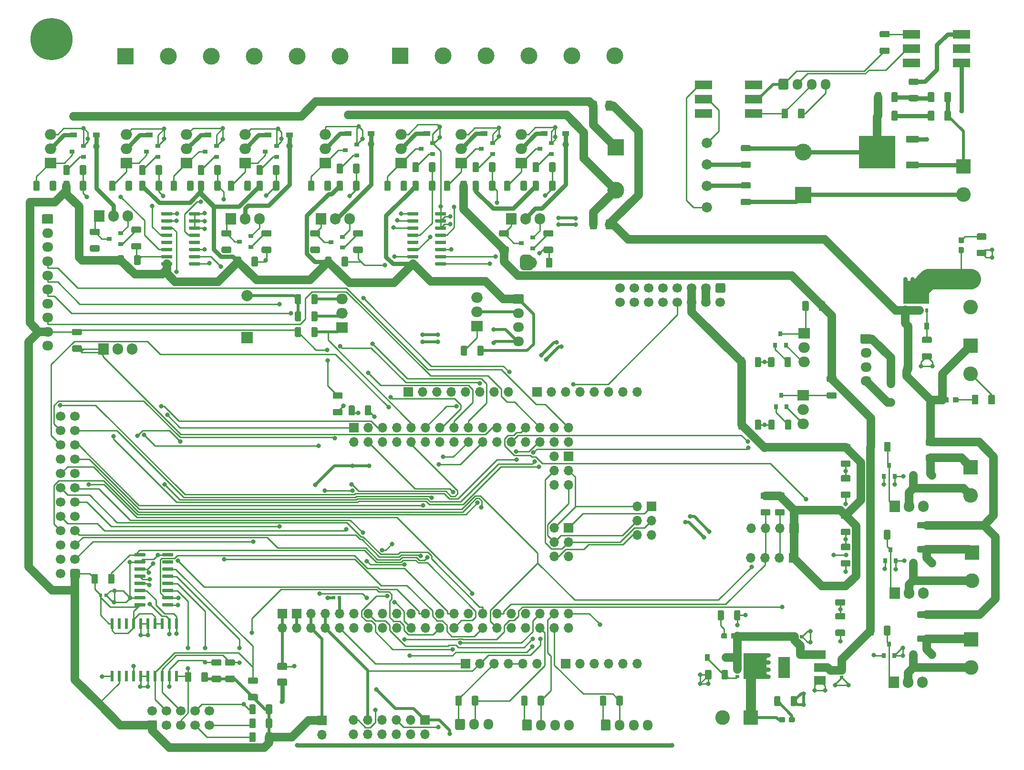
<source format=gtl>
G04 #@! TF.GenerationSoftware,KiCad,Pcbnew,(5.1.0)-1*
G04 #@! TF.CreationDate,2022-05-17T16:18:03+10:00*
G04 #@! TF.ProjectId,mainPCB_v0.92,6d61696e-5043-4425-9f76-302e39322e6b,rev?*
G04 #@! TF.SameCoordinates,Original*
G04 #@! TF.FileFunction,Copper,L1,Top*
G04 #@! TF.FilePolarity,Positive*
%FSLAX46Y46*%
G04 Gerber Fmt 4.6, Leading zero omitted, Abs format (unit mm)*
G04 Created by KiCad (PCBNEW (5.1.0)-1) date 2022-05-17 16:18:03*
%MOMM*%
%LPD*%
G04 APERTURE LIST*
%ADD10R,1.700000X1.700000*%
%ADD11O,1.700000X1.700000*%
%ADD12C,0.100000*%
%ADD13C,1.700000*%
%ADD14R,0.558800X1.981200*%
%ADD15O,2.000000X1.905000*%
%ADD16R,2.000000X1.905000*%
%ADD17C,2.600000*%
%ADD18R,2.600000X2.600000*%
%ADD19C,1.830000*%
%ADD20O,1.905000X2.000000*%
%ADD21R,1.905000X2.000000*%
%ADD22C,0.600000*%
%ADD23R,2.000000X2.000000*%
%ADD24C,2.000000*%
%ADD25C,0.560000*%
%ADD26C,1.150000*%
%ADD27R,1.200000X0.900000*%
%ADD28R,0.900000X1.200000*%
%ADD29C,1.250000*%
%ADD30C,1.125000*%
%ADD31O,1.950000X1.700000*%
%ADD32O,1.700000X1.950000*%
%ADD33R,2.200000X1.200000*%
%ADD34R,6.400000X5.800000*%
%ADD35R,0.900000X0.800000*%
%ADD36R,0.800000X0.900000*%
%ADD37R,3.100000X1.600000*%
%ADD38R,3.000000X3.000000*%
%ADD39C,3.000000*%
%ADD40C,7.500000*%
%ADD41R,2.000000X3.800000*%
%ADD42R,2.000000X1.500000*%
%ADD43C,0.950000*%
%ADD44R,4.600000X4.120000*%
%ADD45R,0.500000X0.550000*%
%ADD46R,0.500000X0.650000*%
%ADD47R,0.650000X0.500000*%
%ADD48R,0.550000X0.500000*%
%ADD49R,4.120000X4.600000*%
%ADD50C,0.800000*%
%ADD51C,1.200000*%
%ADD52C,0.250000*%
%ADD53C,0.500000*%
%ADD54C,1.500000*%
%ADD55C,0.800000*%
%ADD56C,3.600000*%
%ADD57C,1.800000*%
G04 APERTURE END LIST*
D10*
X137858500Y-92837000D03*
D11*
X135318500Y-92837000D03*
X132778500Y-92837000D03*
X130238500Y-92837000D03*
D12*
G36*
X10848004Y-100053204D02*
G01*
X10872273Y-100056804D01*
X10896071Y-100062765D01*
X10919171Y-100071030D01*
X10941349Y-100081520D01*
X10962393Y-100094133D01*
X10982098Y-100108747D01*
X11000277Y-100125223D01*
X11016753Y-100143402D01*
X11031367Y-100163107D01*
X11043980Y-100184151D01*
X11054470Y-100206329D01*
X11062735Y-100229429D01*
X11068696Y-100253227D01*
X11072296Y-100277496D01*
X11073500Y-100302000D01*
X11073500Y-101502000D01*
X11072296Y-101526504D01*
X11068696Y-101550773D01*
X11062735Y-101574571D01*
X11054470Y-101597671D01*
X11043980Y-101619849D01*
X11031367Y-101640893D01*
X11016753Y-101660598D01*
X11000277Y-101678777D01*
X10982098Y-101695253D01*
X10962393Y-101709867D01*
X10941349Y-101722480D01*
X10919171Y-101732970D01*
X10896071Y-101741235D01*
X10872273Y-101747196D01*
X10848004Y-101750796D01*
X10823500Y-101752000D01*
X9623500Y-101752000D01*
X9598996Y-101750796D01*
X9574727Y-101747196D01*
X9550929Y-101741235D01*
X9527829Y-101732970D01*
X9505651Y-101722480D01*
X9484607Y-101709867D01*
X9464902Y-101695253D01*
X9446723Y-101678777D01*
X9430247Y-101660598D01*
X9415633Y-101640893D01*
X9403020Y-101619849D01*
X9392530Y-101597671D01*
X9384265Y-101574571D01*
X9378304Y-101550773D01*
X9374704Y-101526504D01*
X9373500Y-101502000D01*
X9373500Y-100302000D01*
X9374704Y-100277496D01*
X9378304Y-100253227D01*
X9384265Y-100229429D01*
X9392530Y-100206329D01*
X9403020Y-100184151D01*
X9415633Y-100163107D01*
X9430247Y-100143402D01*
X9446723Y-100125223D01*
X9464902Y-100108747D01*
X9484607Y-100094133D01*
X9505651Y-100081520D01*
X9527829Y-100071030D01*
X9550929Y-100062765D01*
X9574727Y-100056804D01*
X9598996Y-100053204D01*
X9623500Y-100052000D01*
X10823500Y-100052000D01*
X10848004Y-100053204D01*
X10848004Y-100053204D01*
G37*
D13*
X10223500Y-100902000D03*
X10223500Y-98362000D03*
X10223500Y-95822000D03*
X10223500Y-93282000D03*
X10223500Y-90742000D03*
X10223500Y-88202000D03*
X10223500Y-85662000D03*
X10223500Y-83122000D03*
X10223500Y-80582000D03*
X10223500Y-78042000D03*
X10223500Y-75502000D03*
X10223500Y-72962000D03*
X7683500Y-100902000D03*
X7683500Y-98362000D03*
X7683500Y-95822000D03*
X7683500Y-93282000D03*
X7683500Y-90742000D03*
X7683500Y-88202000D03*
X7683500Y-85662000D03*
X7683500Y-83122000D03*
X7683500Y-80582000D03*
X7683500Y-78042000D03*
X7683500Y-75502000D03*
X7683500Y-72962000D03*
D10*
X137794500Y-98107500D03*
D11*
X135254500Y-98107500D03*
X132714500Y-98107500D03*
X130174500Y-98107500D03*
D14*
X16764000Y-109740700D03*
X18034000Y-109740700D03*
X19304000Y-109740700D03*
X20574000Y-109740700D03*
X21844000Y-109740700D03*
X23114000Y-109740700D03*
X24384000Y-109740700D03*
X25654000Y-109740700D03*
X26924000Y-109740700D03*
X28194000Y-109740700D03*
X28194000Y-119113300D03*
X26924000Y-119113300D03*
X25654000Y-119113300D03*
X24384000Y-119113300D03*
X23114000Y-119113300D03*
X21844000Y-119113300D03*
X20574000Y-119113300D03*
X19304000Y-119113300D03*
X18034000Y-119113300D03*
X16764000Y-119113300D03*
D15*
X81534000Y-51879500D03*
X81534000Y-54419500D03*
D16*
X81534000Y-56959500D03*
D17*
X169228000Y-86978500D03*
D18*
X169228000Y-81978500D03*
D19*
X122386000Y-24384000D03*
X122386000Y-28194000D03*
X122386000Y-32004000D03*
X122386000Y-35814000D03*
D17*
X125175000Y-126428000D03*
D18*
X130175000Y-126428000D03*
X169418000Y-97155000D03*
D17*
X169418000Y-102155000D03*
D18*
X167894000Y-28575000D03*
D17*
X167894000Y-33575000D03*
D18*
X169164000Y-48577500D03*
D17*
X169164000Y-53577500D03*
X169164000Y-65388500D03*
D18*
X169164000Y-60388500D03*
D10*
X54038500Y-126936000D03*
D11*
X54038500Y-129476000D03*
D15*
X57594500Y-52133500D03*
X57594500Y-54673500D03*
D16*
X57594500Y-57213500D03*
X54610000Y-27940000D03*
D15*
X54610000Y-25400000D03*
X54610000Y-22860000D03*
D16*
X5842000Y-27940000D03*
D15*
X5842000Y-25400000D03*
X5842000Y-22860000D03*
D20*
X58928000Y-37846000D03*
X56388000Y-37846000D03*
D21*
X53848000Y-37846000D03*
D20*
X160782000Y-88963500D03*
X158242000Y-88963500D03*
D21*
X155702000Y-88963500D03*
D20*
X19558000Y-37338000D03*
X17018000Y-37338000D03*
D21*
X14478000Y-37338000D03*
D16*
X68072000Y-27940000D03*
D15*
X68072000Y-25400000D03*
X68072000Y-22860000D03*
D16*
X19304000Y-27940000D03*
D15*
X19304000Y-25400000D03*
X19304000Y-22860000D03*
D16*
X78740000Y-27940000D03*
D15*
X78740000Y-25400000D03*
X78740000Y-22860000D03*
X30035500Y-22923500D03*
X30035500Y-25463500D03*
D16*
X30035500Y-28003500D03*
X89408000Y-27940000D03*
D15*
X89408000Y-25400000D03*
X89408000Y-22860000D03*
D16*
X40386000Y-27940000D03*
D15*
X40386000Y-25400000D03*
X40386000Y-22860000D03*
D21*
X87630000Y-37846000D03*
D20*
X90170000Y-37846000D03*
X92710000Y-37846000D03*
X42926000Y-37846000D03*
X40386000Y-37846000D03*
D21*
X37846000Y-37846000D03*
X155766000Y-104330000D03*
D20*
X158306000Y-104330000D03*
X160846000Y-104330000D03*
D21*
X155575000Y-120142000D03*
D20*
X158115000Y-120142000D03*
X160655000Y-120142000D03*
D15*
X139636000Y-63309500D03*
X139636000Y-60769500D03*
D16*
X139636000Y-58229500D03*
X139510000Y-69215000D03*
D15*
X139510000Y-71755000D03*
X139510000Y-74295000D03*
D18*
X169291000Y-112586000D03*
D17*
X169291000Y-117586000D03*
D12*
G36*
X32270703Y-45547722D02*
G01*
X32285264Y-45549882D01*
X32299543Y-45553459D01*
X32313403Y-45558418D01*
X32326710Y-45564712D01*
X32339336Y-45572280D01*
X32351159Y-45581048D01*
X32362066Y-45590934D01*
X32371952Y-45601841D01*
X32380720Y-45613664D01*
X32388288Y-45626290D01*
X32394582Y-45639597D01*
X32399541Y-45653457D01*
X32403118Y-45667736D01*
X32405278Y-45682297D01*
X32406000Y-45697000D01*
X32406000Y-45997000D01*
X32405278Y-46011703D01*
X32403118Y-46026264D01*
X32399541Y-46040543D01*
X32394582Y-46054403D01*
X32388288Y-46067710D01*
X32380720Y-46080336D01*
X32371952Y-46092159D01*
X32362066Y-46103066D01*
X32351159Y-46112952D01*
X32339336Y-46121720D01*
X32326710Y-46129288D01*
X32313403Y-46135582D01*
X32299543Y-46140541D01*
X32285264Y-46144118D01*
X32270703Y-46146278D01*
X32256000Y-46147000D01*
X30606000Y-46147000D01*
X30591297Y-46146278D01*
X30576736Y-46144118D01*
X30562457Y-46140541D01*
X30548597Y-46135582D01*
X30535290Y-46129288D01*
X30522664Y-46121720D01*
X30510841Y-46112952D01*
X30499934Y-46103066D01*
X30490048Y-46092159D01*
X30481280Y-46080336D01*
X30473712Y-46067710D01*
X30467418Y-46054403D01*
X30462459Y-46040543D01*
X30458882Y-46026264D01*
X30456722Y-46011703D01*
X30456000Y-45997000D01*
X30456000Y-45697000D01*
X30456722Y-45682297D01*
X30458882Y-45667736D01*
X30462459Y-45653457D01*
X30467418Y-45639597D01*
X30473712Y-45626290D01*
X30481280Y-45613664D01*
X30490048Y-45601841D01*
X30499934Y-45590934D01*
X30510841Y-45581048D01*
X30522664Y-45572280D01*
X30535290Y-45564712D01*
X30548597Y-45558418D01*
X30562457Y-45553459D01*
X30576736Y-45549882D01*
X30591297Y-45547722D01*
X30606000Y-45547000D01*
X32256000Y-45547000D01*
X32270703Y-45547722D01*
X32270703Y-45547722D01*
G37*
D22*
X31431000Y-45847000D03*
D12*
G36*
X32270703Y-44277722D02*
G01*
X32285264Y-44279882D01*
X32299543Y-44283459D01*
X32313403Y-44288418D01*
X32326710Y-44294712D01*
X32339336Y-44302280D01*
X32351159Y-44311048D01*
X32362066Y-44320934D01*
X32371952Y-44331841D01*
X32380720Y-44343664D01*
X32388288Y-44356290D01*
X32394582Y-44369597D01*
X32399541Y-44383457D01*
X32403118Y-44397736D01*
X32405278Y-44412297D01*
X32406000Y-44427000D01*
X32406000Y-44727000D01*
X32405278Y-44741703D01*
X32403118Y-44756264D01*
X32399541Y-44770543D01*
X32394582Y-44784403D01*
X32388288Y-44797710D01*
X32380720Y-44810336D01*
X32371952Y-44822159D01*
X32362066Y-44833066D01*
X32351159Y-44842952D01*
X32339336Y-44851720D01*
X32326710Y-44859288D01*
X32313403Y-44865582D01*
X32299543Y-44870541D01*
X32285264Y-44874118D01*
X32270703Y-44876278D01*
X32256000Y-44877000D01*
X30606000Y-44877000D01*
X30591297Y-44876278D01*
X30576736Y-44874118D01*
X30562457Y-44870541D01*
X30548597Y-44865582D01*
X30535290Y-44859288D01*
X30522664Y-44851720D01*
X30510841Y-44842952D01*
X30499934Y-44833066D01*
X30490048Y-44822159D01*
X30481280Y-44810336D01*
X30473712Y-44797710D01*
X30467418Y-44784403D01*
X30462459Y-44770543D01*
X30458882Y-44756264D01*
X30456722Y-44741703D01*
X30456000Y-44727000D01*
X30456000Y-44427000D01*
X30456722Y-44412297D01*
X30458882Y-44397736D01*
X30462459Y-44383457D01*
X30467418Y-44369597D01*
X30473712Y-44356290D01*
X30481280Y-44343664D01*
X30490048Y-44331841D01*
X30499934Y-44320934D01*
X30510841Y-44311048D01*
X30522664Y-44302280D01*
X30535290Y-44294712D01*
X30548597Y-44288418D01*
X30562457Y-44283459D01*
X30576736Y-44279882D01*
X30591297Y-44277722D01*
X30606000Y-44277000D01*
X32256000Y-44277000D01*
X32270703Y-44277722D01*
X32270703Y-44277722D01*
G37*
D22*
X31431000Y-44577000D03*
D12*
G36*
X32270703Y-43007722D02*
G01*
X32285264Y-43009882D01*
X32299543Y-43013459D01*
X32313403Y-43018418D01*
X32326710Y-43024712D01*
X32339336Y-43032280D01*
X32351159Y-43041048D01*
X32362066Y-43050934D01*
X32371952Y-43061841D01*
X32380720Y-43073664D01*
X32388288Y-43086290D01*
X32394582Y-43099597D01*
X32399541Y-43113457D01*
X32403118Y-43127736D01*
X32405278Y-43142297D01*
X32406000Y-43157000D01*
X32406000Y-43457000D01*
X32405278Y-43471703D01*
X32403118Y-43486264D01*
X32399541Y-43500543D01*
X32394582Y-43514403D01*
X32388288Y-43527710D01*
X32380720Y-43540336D01*
X32371952Y-43552159D01*
X32362066Y-43563066D01*
X32351159Y-43572952D01*
X32339336Y-43581720D01*
X32326710Y-43589288D01*
X32313403Y-43595582D01*
X32299543Y-43600541D01*
X32285264Y-43604118D01*
X32270703Y-43606278D01*
X32256000Y-43607000D01*
X30606000Y-43607000D01*
X30591297Y-43606278D01*
X30576736Y-43604118D01*
X30562457Y-43600541D01*
X30548597Y-43595582D01*
X30535290Y-43589288D01*
X30522664Y-43581720D01*
X30510841Y-43572952D01*
X30499934Y-43563066D01*
X30490048Y-43552159D01*
X30481280Y-43540336D01*
X30473712Y-43527710D01*
X30467418Y-43514403D01*
X30462459Y-43500543D01*
X30458882Y-43486264D01*
X30456722Y-43471703D01*
X30456000Y-43457000D01*
X30456000Y-43157000D01*
X30456722Y-43142297D01*
X30458882Y-43127736D01*
X30462459Y-43113457D01*
X30467418Y-43099597D01*
X30473712Y-43086290D01*
X30481280Y-43073664D01*
X30490048Y-43061841D01*
X30499934Y-43050934D01*
X30510841Y-43041048D01*
X30522664Y-43032280D01*
X30535290Y-43024712D01*
X30548597Y-43018418D01*
X30562457Y-43013459D01*
X30576736Y-43009882D01*
X30591297Y-43007722D01*
X30606000Y-43007000D01*
X32256000Y-43007000D01*
X32270703Y-43007722D01*
X32270703Y-43007722D01*
G37*
D22*
X31431000Y-43307000D03*
D12*
G36*
X32270703Y-41737722D02*
G01*
X32285264Y-41739882D01*
X32299543Y-41743459D01*
X32313403Y-41748418D01*
X32326710Y-41754712D01*
X32339336Y-41762280D01*
X32351159Y-41771048D01*
X32362066Y-41780934D01*
X32371952Y-41791841D01*
X32380720Y-41803664D01*
X32388288Y-41816290D01*
X32394582Y-41829597D01*
X32399541Y-41843457D01*
X32403118Y-41857736D01*
X32405278Y-41872297D01*
X32406000Y-41887000D01*
X32406000Y-42187000D01*
X32405278Y-42201703D01*
X32403118Y-42216264D01*
X32399541Y-42230543D01*
X32394582Y-42244403D01*
X32388288Y-42257710D01*
X32380720Y-42270336D01*
X32371952Y-42282159D01*
X32362066Y-42293066D01*
X32351159Y-42302952D01*
X32339336Y-42311720D01*
X32326710Y-42319288D01*
X32313403Y-42325582D01*
X32299543Y-42330541D01*
X32285264Y-42334118D01*
X32270703Y-42336278D01*
X32256000Y-42337000D01*
X30606000Y-42337000D01*
X30591297Y-42336278D01*
X30576736Y-42334118D01*
X30562457Y-42330541D01*
X30548597Y-42325582D01*
X30535290Y-42319288D01*
X30522664Y-42311720D01*
X30510841Y-42302952D01*
X30499934Y-42293066D01*
X30490048Y-42282159D01*
X30481280Y-42270336D01*
X30473712Y-42257710D01*
X30467418Y-42244403D01*
X30462459Y-42230543D01*
X30458882Y-42216264D01*
X30456722Y-42201703D01*
X30456000Y-42187000D01*
X30456000Y-41887000D01*
X30456722Y-41872297D01*
X30458882Y-41857736D01*
X30462459Y-41843457D01*
X30467418Y-41829597D01*
X30473712Y-41816290D01*
X30481280Y-41803664D01*
X30490048Y-41791841D01*
X30499934Y-41780934D01*
X30510841Y-41771048D01*
X30522664Y-41762280D01*
X30535290Y-41754712D01*
X30548597Y-41748418D01*
X30562457Y-41743459D01*
X30576736Y-41739882D01*
X30591297Y-41737722D01*
X30606000Y-41737000D01*
X32256000Y-41737000D01*
X32270703Y-41737722D01*
X32270703Y-41737722D01*
G37*
D22*
X31431000Y-42037000D03*
D12*
G36*
X32270703Y-40467722D02*
G01*
X32285264Y-40469882D01*
X32299543Y-40473459D01*
X32313403Y-40478418D01*
X32326710Y-40484712D01*
X32339336Y-40492280D01*
X32351159Y-40501048D01*
X32362066Y-40510934D01*
X32371952Y-40521841D01*
X32380720Y-40533664D01*
X32388288Y-40546290D01*
X32394582Y-40559597D01*
X32399541Y-40573457D01*
X32403118Y-40587736D01*
X32405278Y-40602297D01*
X32406000Y-40617000D01*
X32406000Y-40917000D01*
X32405278Y-40931703D01*
X32403118Y-40946264D01*
X32399541Y-40960543D01*
X32394582Y-40974403D01*
X32388288Y-40987710D01*
X32380720Y-41000336D01*
X32371952Y-41012159D01*
X32362066Y-41023066D01*
X32351159Y-41032952D01*
X32339336Y-41041720D01*
X32326710Y-41049288D01*
X32313403Y-41055582D01*
X32299543Y-41060541D01*
X32285264Y-41064118D01*
X32270703Y-41066278D01*
X32256000Y-41067000D01*
X30606000Y-41067000D01*
X30591297Y-41066278D01*
X30576736Y-41064118D01*
X30562457Y-41060541D01*
X30548597Y-41055582D01*
X30535290Y-41049288D01*
X30522664Y-41041720D01*
X30510841Y-41032952D01*
X30499934Y-41023066D01*
X30490048Y-41012159D01*
X30481280Y-41000336D01*
X30473712Y-40987710D01*
X30467418Y-40974403D01*
X30462459Y-40960543D01*
X30458882Y-40946264D01*
X30456722Y-40931703D01*
X30456000Y-40917000D01*
X30456000Y-40617000D01*
X30456722Y-40602297D01*
X30458882Y-40587736D01*
X30462459Y-40573457D01*
X30467418Y-40559597D01*
X30473712Y-40546290D01*
X30481280Y-40533664D01*
X30490048Y-40521841D01*
X30499934Y-40510934D01*
X30510841Y-40501048D01*
X30522664Y-40492280D01*
X30535290Y-40484712D01*
X30548597Y-40478418D01*
X30562457Y-40473459D01*
X30576736Y-40469882D01*
X30591297Y-40467722D01*
X30606000Y-40467000D01*
X32256000Y-40467000D01*
X32270703Y-40467722D01*
X32270703Y-40467722D01*
G37*
D22*
X31431000Y-40767000D03*
D12*
G36*
X32270703Y-39197722D02*
G01*
X32285264Y-39199882D01*
X32299543Y-39203459D01*
X32313403Y-39208418D01*
X32326710Y-39214712D01*
X32339336Y-39222280D01*
X32351159Y-39231048D01*
X32362066Y-39240934D01*
X32371952Y-39251841D01*
X32380720Y-39263664D01*
X32388288Y-39276290D01*
X32394582Y-39289597D01*
X32399541Y-39303457D01*
X32403118Y-39317736D01*
X32405278Y-39332297D01*
X32406000Y-39347000D01*
X32406000Y-39647000D01*
X32405278Y-39661703D01*
X32403118Y-39676264D01*
X32399541Y-39690543D01*
X32394582Y-39704403D01*
X32388288Y-39717710D01*
X32380720Y-39730336D01*
X32371952Y-39742159D01*
X32362066Y-39753066D01*
X32351159Y-39762952D01*
X32339336Y-39771720D01*
X32326710Y-39779288D01*
X32313403Y-39785582D01*
X32299543Y-39790541D01*
X32285264Y-39794118D01*
X32270703Y-39796278D01*
X32256000Y-39797000D01*
X30606000Y-39797000D01*
X30591297Y-39796278D01*
X30576736Y-39794118D01*
X30562457Y-39790541D01*
X30548597Y-39785582D01*
X30535290Y-39779288D01*
X30522664Y-39771720D01*
X30510841Y-39762952D01*
X30499934Y-39753066D01*
X30490048Y-39742159D01*
X30481280Y-39730336D01*
X30473712Y-39717710D01*
X30467418Y-39704403D01*
X30462459Y-39690543D01*
X30458882Y-39676264D01*
X30456722Y-39661703D01*
X30456000Y-39647000D01*
X30456000Y-39347000D01*
X30456722Y-39332297D01*
X30458882Y-39317736D01*
X30462459Y-39303457D01*
X30467418Y-39289597D01*
X30473712Y-39276290D01*
X30481280Y-39263664D01*
X30490048Y-39251841D01*
X30499934Y-39240934D01*
X30510841Y-39231048D01*
X30522664Y-39222280D01*
X30535290Y-39214712D01*
X30548597Y-39208418D01*
X30562457Y-39203459D01*
X30576736Y-39199882D01*
X30591297Y-39197722D01*
X30606000Y-39197000D01*
X32256000Y-39197000D01*
X32270703Y-39197722D01*
X32270703Y-39197722D01*
G37*
D22*
X31431000Y-39497000D03*
D12*
G36*
X32270703Y-37927722D02*
G01*
X32285264Y-37929882D01*
X32299543Y-37933459D01*
X32313403Y-37938418D01*
X32326710Y-37944712D01*
X32339336Y-37952280D01*
X32351159Y-37961048D01*
X32362066Y-37970934D01*
X32371952Y-37981841D01*
X32380720Y-37993664D01*
X32388288Y-38006290D01*
X32394582Y-38019597D01*
X32399541Y-38033457D01*
X32403118Y-38047736D01*
X32405278Y-38062297D01*
X32406000Y-38077000D01*
X32406000Y-38377000D01*
X32405278Y-38391703D01*
X32403118Y-38406264D01*
X32399541Y-38420543D01*
X32394582Y-38434403D01*
X32388288Y-38447710D01*
X32380720Y-38460336D01*
X32371952Y-38472159D01*
X32362066Y-38483066D01*
X32351159Y-38492952D01*
X32339336Y-38501720D01*
X32326710Y-38509288D01*
X32313403Y-38515582D01*
X32299543Y-38520541D01*
X32285264Y-38524118D01*
X32270703Y-38526278D01*
X32256000Y-38527000D01*
X30606000Y-38527000D01*
X30591297Y-38526278D01*
X30576736Y-38524118D01*
X30562457Y-38520541D01*
X30548597Y-38515582D01*
X30535290Y-38509288D01*
X30522664Y-38501720D01*
X30510841Y-38492952D01*
X30499934Y-38483066D01*
X30490048Y-38472159D01*
X30481280Y-38460336D01*
X30473712Y-38447710D01*
X30467418Y-38434403D01*
X30462459Y-38420543D01*
X30458882Y-38406264D01*
X30456722Y-38391703D01*
X30456000Y-38377000D01*
X30456000Y-38077000D01*
X30456722Y-38062297D01*
X30458882Y-38047736D01*
X30462459Y-38033457D01*
X30467418Y-38019597D01*
X30473712Y-38006290D01*
X30481280Y-37993664D01*
X30490048Y-37981841D01*
X30499934Y-37970934D01*
X30510841Y-37961048D01*
X30522664Y-37952280D01*
X30535290Y-37944712D01*
X30548597Y-37938418D01*
X30562457Y-37933459D01*
X30576736Y-37929882D01*
X30591297Y-37927722D01*
X30606000Y-37927000D01*
X32256000Y-37927000D01*
X32270703Y-37927722D01*
X32270703Y-37927722D01*
G37*
D22*
X31431000Y-38227000D03*
D12*
G36*
X32270703Y-36657722D02*
G01*
X32285264Y-36659882D01*
X32299543Y-36663459D01*
X32313403Y-36668418D01*
X32326710Y-36674712D01*
X32339336Y-36682280D01*
X32351159Y-36691048D01*
X32362066Y-36700934D01*
X32371952Y-36711841D01*
X32380720Y-36723664D01*
X32388288Y-36736290D01*
X32394582Y-36749597D01*
X32399541Y-36763457D01*
X32403118Y-36777736D01*
X32405278Y-36792297D01*
X32406000Y-36807000D01*
X32406000Y-37107000D01*
X32405278Y-37121703D01*
X32403118Y-37136264D01*
X32399541Y-37150543D01*
X32394582Y-37164403D01*
X32388288Y-37177710D01*
X32380720Y-37190336D01*
X32371952Y-37202159D01*
X32362066Y-37213066D01*
X32351159Y-37222952D01*
X32339336Y-37231720D01*
X32326710Y-37239288D01*
X32313403Y-37245582D01*
X32299543Y-37250541D01*
X32285264Y-37254118D01*
X32270703Y-37256278D01*
X32256000Y-37257000D01*
X30606000Y-37257000D01*
X30591297Y-37256278D01*
X30576736Y-37254118D01*
X30562457Y-37250541D01*
X30548597Y-37245582D01*
X30535290Y-37239288D01*
X30522664Y-37231720D01*
X30510841Y-37222952D01*
X30499934Y-37213066D01*
X30490048Y-37202159D01*
X30481280Y-37190336D01*
X30473712Y-37177710D01*
X30467418Y-37164403D01*
X30462459Y-37150543D01*
X30458882Y-37136264D01*
X30456722Y-37121703D01*
X30456000Y-37107000D01*
X30456000Y-36807000D01*
X30456722Y-36792297D01*
X30458882Y-36777736D01*
X30462459Y-36763457D01*
X30467418Y-36749597D01*
X30473712Y-36736290D01*
X30481280Y-36723664D01*
X30490048Y-36711841D01*
X30499934Y-36700934D01*
X30510841Y-36691048D01*
X30522664Y-36682280D01*
X30535290Y-36674712D01*
X30548597Y-36668418D01*
X30562457Y-36663459D01*
X30576736Y-36659882D01*
X30591297Y-36657722D01*
X30606000Y-36657000D01*
X32256000Y-36657000D01*
X32270703Y-36657722D01*
X32270703Y-36657722D01*
G37*
D22*
X31431000Y-36957000D03*
D12*
G36*
X27320703Y-36657722D02*
G01*
X27335264Y-36659882D01*
X27349543Y-36663459D01*
X27363403Y-36668418D01*
X27376710Y-36674712D01*
X27389336Y-36682280D01*
X27401159Y-36691048D01*
X27412066Y-36700934D01*
X27421952Y-36711841D01*
X27430720Y-36723664D01*
X27438288Y-36736290D01*
X27444582Y-36749597D01*
X27449541Y-36763457D01*
X27453118Y-36777736D01*
X27455278Y-36792297D01*
X27456000Y-36807000D01*
X27456000Y-37107000D01*
X27455278Y-37121703D01*
X27453118Y-37136264D01*
X27449541Y-37150543D01*
X27444582Y-37164403D01*
X27438288Y-37177710D01*
X27430720Y-37190336D01*
X27421952Y-37202159D01*
X27412066Y-37213066D01*
X27401159Y-37222952D01*
X27389336Y-37231720D01*
X27376710Y-37239288D01*
X27363403Y-37245582D01*
X27349543Y-37250541D01*
X27335264Y-37254118D01*
X27320703Y-37256278D01*
X27306000Y-37257000D01*
X25656000Y-37257000D01*
X25641297Y-37256278D01*
X25626736Y-37254118D01*
X25612457Y-37250541D01*
X25598597Y-37245582D01*
X25585290Y-37239288D01*
X25572664Y-37231720D01*
X25560841Y-37222952D01*
X25549934Y-37213066D01*
X25540048Y-37202159D01*
X25531280Y-37190336D01*
X25523712Y-37177710D01*
X25517418Y-37164403D01*
X25512459Y-37150543D01*
X25508882Y-37136264D01*
X25506722Y-37121703D01*
X25506000Y-37107000D01*
X25506000Y-36807000D01*
X25506722Y-36792297D01*
X25508882Y-36777736D01*
X25512459Y-36763457D01*
X25517418Y-36749597D01*
X25523712Y-36736290D01*
X25531280Y-36723664D01*
X25540048Y-36711841D01*
X25549934Y-36700934D01*
X25560841Y-36691048D01*
X25572664Y-36682280D01*
X25585290Y-36674712D01*
X25598597Y-36668418D01*
X25612457Y-36663459D01*
X25626736Y-36659882D01*
X25641297Y-36657722D01*
X25656000Y-36657000D01*
X27306000Y-36657000D01*
X27320703Y-36657722D01*
X27320703Y-36657722D01*
G37*
D22*
X26481000Y-36957000D03*
D12*
G36*
X27320703Y-37927722D02*
G01*
X27335264Y-37929882D01*
X27349543Y-37933459D01*
X27363403Y-37938418D01*
X27376710Y-37944712D01*
X27389336Y-37952280D01*
X27401159Y-37961048D01*
X27412066Y-37970934D01*
X27421952Y-37981841D01*
X27430720Y-37993664D01*
X27438288Y-38006290D01*
X27444582Y-38019597D01*
X27449541Y-38033457D01*
X27453118Y-38047736D01*
X27455278Y-38062297D01*
X27456000Y-38077000D01*
X27456000Y-38377000D01*
X27455278Y-38391703D01*
X27453118Y-38406264D01*
X27449541Y-38420543D01*
X27444582Y-38434403D01*
X27438288Y-38447710D01*
X27430720Y-38460336D01*
X27421952Y-38472159D01*
X27412066Y-38483066D01*
X27401159Y-38492952D01*
X27389336Y-38501720D01*
X27376710Y-38509288D01*
X27363403Y-38515582D01*
X27349543Y-38520541D01*
X27335264Y-38524118D01*
X27320703Y-38526278D01*
X27306000Y-38527000D01*
X25656000Y-38527000D01*
X25641297Y-38526278D01*
X25626736Y-38524118D01*
X25612457Y-38520541D01*
X25598597Y-38515582D01*
X25585290Y-38509288D01*
X25572664Y-38501720D01*
X25560841Y-38492952D01*
X25549934Y-38483066D01*
X25540048Y-38472159D01*
X25531280Y-38460336D01*
X25523712Y-38447710D01*
X25517418Y-38434403D01*
X25512459Y-38420543D01*
X25508882Y-38406264D01*
X25506722Y-38391703D01*
X25506000Y-38377000D01*
X25506000Y-38077000D01*
X25506722Y-38062297D01*
X25508882Y-38047736D01*
X25512459Y-38033457D01*
X25517418Y-38019597D01*
X25523712Y-38006290D01*
X25531280Y-37993664D01*
X25540048Y-37981841D01*
X25549934Y-37970934D01*
X25560841Y-37961048D01*
X25572664Y-37952280D01*
X25585290Y-37944712D01*
X25598597Y-37938418D01*
X25612457Y-37933459D01*
X25626736Y-37929882D01*
X25641297Y-37927722D01*
X25656000Y-37927000D01*
X27306000Y-37927000D01*
X27320703Y-37927722D01*
X27320703Y-37927722D01*
G37*
D22*
X26481000Y-38227000D03*
D12*
G36*
X27320703Y-39197722D02*
G01*
X27335264Y-39199882D01*
X27349543Y-39203459D01*
X27363403Y-39208418D01*
X27376710Y-39214712D01*
X27389336Y-39222280D01*
X27401159Y-39231048D01*
X27412066Y-39240934D01*
X27421952Y-39251841D01*
X27430720Y-39263664D01*
X27438288Y-39276290D01*
X27444582Y-39289597D01*
X27449541Y-39303457D01*
X27453118Y-39317736D01*
X27455278Y-39332297D01*
X27456000Y-39347000D01*
X27456000Y-39647000D01*
X27455278Y-39661703D01*
X27453118Y-39676264D01*
X27449541Y-39690543D01*
X27444582Y-39704403D01*
X27438288Y-39717710D01*
X27430720Y-39730336D01*
X27421952Y-39742159D01*
X27412066Y-39753066D01*
X27401159Y-39762952D01*
X27389336Y-39771720D01*
X27376710Y-39779288D01*
X27363403Y-39785582D01*
X27349543Y-39790541D01*
X27335264Y-39794118D01*
X27320703Y-39796278D01*
X27306000Y-39797000D01*
X25656000Y-39797000D01*
X25641297Y-39796278D01*
X25626736Y-39794118D01*
X25612457Y-39790541D01*
X25598597Y-39785582D01*
X25585290Y-39779288D01*
X25572664Y-39771720D01*
X25560841Y-39762952D01*
X25549934Y-39753066D01*
X25540048Y-39742159D01*
X25531280Y-39730336D01*
X25523712Y-39717710D01*
X25517418Y-39704403D01*
X25512459Y-39690543D01*
X25508882Y-39676264D01*
X25506722Y-39661703D01*
X25506000Y-39647000D01*
X25506000Y-39347000D01*
X25506722Y-39332297D01*
X25508882Y-39317736D01*
X25512459Y-39303457D01*
X25517418Y-39289597D01*
X25523712Y-39276290D01*
X25531280Y-39263664D01*
X25540048Y-39251841D01*
X25549934Y-39240934D01*
X25560841Y-39231048D01*
X25572664Y-39222280D01*
X25585290Y-39214712D01*
X25598597Y-39208418D01*
X25612457Y-39203459D01*
X25626736Y-39199882D01*
X25641297Y-39197722D01*
X25656000Y-39197000D01*
X27306000Y-39197000D01*
X27320703Y-39197722D01*
X27320703Y-39197722D01*
G37*
D22*
X26481000Y-39497000D03*
D12*
G36*
X27320703Y-40467722D02*
G01*
X27335264Y-40469882D01*
X27349543Y-40473459D01*
X27363403Y-40478418D01*
X27376710Y-40484712D01*
X27389336Y-40492280D01*
X27401159Y-40501048D01*
X27412066Y-40510934D01*
X27421952Y-40521841D01*
X27430720Y-40533664D01*
X27438288Y-40546290D01*
X27444582Y-40559597D01*
X27449541Y-40573457D01*
X27453118Y-40587736D01*
X27455278Y-40602297D01*
X27456000Y-40617000D01*
X27456000Y-40917000D01*
X27455278Y-40931703D01*
X27453118Y-40946264D01*
X27449541Y-40960543D01*
X27444582Y-40974403D01*
X27438288Y-40987710D01*
X27430720Y-41000336D01*
X27421952Y-41012159D01*
X27412066Y-41023066D01*
X27401159Y-41032952D01*
X27389336Y-41041720D01*
X27376710Y-41049288D01*
X27363403Y-41055582D01*
X27349543Y-41060541D01*
X27335264Y-41064118D01*
X27320703Y-41066278D01*
X27306000Y-41067000D01*
X25656000Y-41067000D01*
X25641297Y-41066278D01*
X25626736Y-41064118D01*
X25612457Y-41060541D01*
X25598597Y-41055582D01*
X25585290Y-41049288D01*
X25572664Y-41041720D01*
X25560841Y-41032952D01*
X25549934Y-41023066D01*
X25540048Y-41012159D01*
X25531280Y-41000336D01*
X25523712Y-40987710D01*
X25517418Y-40974403D01*
X25512459Y-40960543D01*
X25508882Y-40946264D01*
X25506722Y-40931703D01*
X25506000Y-40917000D01*
X25506000Y-40617000D01*
X25506722Y-40602297D01*
X25508882Y-40587736D01*
X25512459Y-40573457D01*
X25517418Y-40559597D01*
X25523712Y-40546290D01*
X25531280Y-40533664D01*
X25540048Y-40521841D01*
X25549934Y-40510934D01*
X25560841Y-40501048D01*
X25572664Y-40492280D01*
X25585290Y-40484712D01*
X25598597Y-40478418D01*
X25612457Y-40473459D01*
X25626736Y-40469882D01*
X25641297Y-40467722D01*
X25656000Y-40467000D01*
X27306000Y-40467000D01*
X27320703Y-40467722D01*
X27320703Y-40467722D01*
G37*
D22*
X26481000Y-40767000D03*
D12*
G36*
X27320703Y-41737722D02*
G01*
X27335264Y-41739882D01*
X27349543Y-41743459D01*
X27363403Y-41748418D01*
X27376710Y-41754712D01*
X27389336Y-41762280D01*
X27401159Y-41771048D01*
X27412066Y-41780934D01*
X27421952Y-41791841D01*
X27430720Y-41803664D01*
X27438288Y-41816290D01*
X27444582Y-41829597D01*
X27449541Y-41843457D01*
X27453118Y-41857736D01*
X27455278Y-41872297D01*
X27456000Y-41887000D01*
X27456000Y-42187000D01*
X27455278Y-42201703D01*
X27453118Y-42216264D01*
X27449541Y-42230543D01*
X27444582Y-42244403D01*
X27438288Y-42257710D01*
X27430720Y-42270336D01*
X27421952Y-42282159D01*
X27412066Y-42293066D01*
X27401159Y-42302952D01*
X27389336Y-42311720D01*
X27376710Y-42319288D01*
X27363403Y-42325582D01*
X27349543Y-42330541D01*
X27335264Y-42334118D01*
X27320703Y-42336278D01*
X27306000Y-42337000D01*
X25656000Y-42337000D01*
X25641297Y-42336278D01*
X25626736Y-42334118D01*
X25612457Y-42330541D01*
X25598597Y-42325582D01*
X25585290Y-42319288D01*
X25572664Y-42311720D01*
X25560841Y-42302952D01*
X25549934Y-42293066D01*
X25540048Y-42282159D01*
X25531280Y-42270336D01*
X25523712Y-42257710D01*
X25517418Y-42244403D01*
X25512459Y-42230543D01*
X25508882Y-42216264D01*
X25506722Y-42201703D01*
X25506000Y-42187000D01*
X25506000Y-41887000D01*
X25506722Y-41872297D01*
X25508882Y-41857736D01*
X25512459Y-41843457D01*
X25517418Y-41829597D01*
X25523712Y-41816290D01*
X25531280Y-41803664D01*
X25540048Y-41791841D01*
X25549934Y-41780934D01*
X25560841Y-41771048D01*
X25572664Y-41762280D01*
X25585290Y-41754712D01*
X25598597Y-41748418D01*
X25612457Y-41743459D01*
X25626736Y-41739882D01*
X25641297Y-41737722D01*
X25656000Y-41737000D01*
X27306000Y-41737000D01*
X27320703Y-41737722D01*
X27320703Y-41737722D01*
G37*
D22*
X26481000Y-42037000D03*
D12*
G36*
X27320703Y-43007722D02*
G01*
X27335264Y-43009882D01*
X27349543Y-43013459D01*
X27363403Y-43018418D01*
X27376710Y-43024712D01*
X27389336Y-43032280D01*
X27401159Y-43041048D01*
X27412066Y-43050934D01*
X27421952Y-43061841D01*
X27430720Y-43073664D01*
X27438288Y-43086290D01*
X27444582Y-43099597D01*
X27449541Y-43113457D01*
X27453118Y-43127736D01*
X27455278Y-43142297D01*
X27456000Y-43157000D01*
X27456000Y-43457000D01*
X27455278Y-43471703D01*
X27453118Y-43486264D01*
X27449541Y-43500543D01*
X27444582Y-43514403D01*
X27438288Y-43527710D01*
X27430720Y-43540336D01*
X27421952Y-43552159D01*
X27412066Y-43563066D01*
X27401159Y-43572952D01*
X27389336Y-43581720D01*
X27376710Y-43589288D01*
X27363403Y-43595582D01*
X27349543Y-43600541D01*
X27335264Y-43604118D01*
X27320703Y-43606278D01*
X27306000Y-43607000D01*
X25656000Y-43607000D01*
X25641297Y-43606278D01*
X25626736Y-43604118D01*
X25612457Y-43600541D01*
X25598597Y-43595582D01*
X25585290Y-43589288D01*
X25572664Y-43581720D01*
X25560841Y-43572952D01*
X25549934Y-43563066D01*
X25540048Y-43552159D01*
X25531280Y-43540336D01*
X25523712Y-43527710D01*
X25517418Y-43514403D01*
X25512459Y-43500543D01*
X25508882Y-43486264D01*
X25506722Y-43471703D01*
X25506000Y-43457000D01*
X25506000Y-43157000D01*
X25506722Y-43142297D01*
X25508882Y-43127736D01*
X25512459Y-43113457D01*
X25517418Y-43099597D01*
X25523712Y-43086290D01*
X25531280Y-43073664D01*
X25540048Y-43061841D01*
X25549934Y-43050934D01*
X25560841Y-43041048D01*
X25572664Y-43032280D01*
X25585290Y-43024712D01*
X25598597Y-43018418D01*
X25612457Y-43013459D01*
X25626736Y-43009882D01*
X25641297Y-43007722D01*
X25656000Y-43007000D01*
X27306000Y-43007000D01*
X27320703Y-43007722D01*
X27320703Y-43007722D01*
G37*
D22*
X26481000Y-43307000D03*
D12*
G36*
X27320703Y-44277722D02*
G01*
X27335264Y-44279882D01*
X27349543Y-44283459D01*
X27363403Y-44288418D01*
X27376710Y-44294712D01*
X27389336Y-44302280D01*
X27401159Y-44311048D01*
X27412066Y-44320934D01*
X27421952Y-44331841D01*
X27430720Y-44343664D01*
X27438288Y-44356290D01*
X27444582Y-44369597D01*
X27449541Y-44383457D01*
X27453118Y-44397736D01*
X27455278Y-44412297D01*
X27456000Y-44427000D01*
X27456000Y-44727000D01*
X27455278Y-44741703D01*
X27453118Y-44756264D01*
X27449541Y-44770543D01*
X27444582Y-44784403D01*
X27438288Y-44797710D01*
X27430720Y-44810336D01*
X27421952Y-44822159D01*
X27412066Y-44833066D01*
X27401159Y-44842952D01*
X27389336Y-44851720D01*
X27376710Y-44859288D01*
X27363403Y-44865582D01*
X27349543Y-44870541D01*
X27335264Y-44874118D01*
X27320703Y-44876278D01*
X27306000Y-44877000D01*
X25656000Y-44877000D01*
X25641297Y-44876278D01*
X25626736Y-44874118D01*
X25612457Y-44870541D01*
X25598597Y-44865582D01*
X25585290Y-44859288D01*
X25572664Y-44851720D01*
X25560841Y-44842952D01*
X25549934Y-44833066D01*
X25540048Y-44822159D01*
X25531280Y-44810336D01*
X25523712Y-44797710D01*
X25517418Y-44784403D01*
X25512459Y-44770543D01*
X25508882Y-44756264D01*
X25506722Y-44741703D01*
X25506000Y-44727000D01*
X25506000Y-44427000D01*
X25506722Y-44412297D01*
X25508882Y-44397736D01*
X25512459Y-44383457D01*
X25517418Y-44369597D01*
X25523712Y-44356290D01*
X25531280Y-44343664D01*
X25540048Y-44331841D01*
X25549934Y-44320934D01*
X25560841Y-44311048D01*
X25572664Y-44302280D01*
X25585290Y-44294712D01*
X25598597Y-44288418D01*
X25612457Y-44283459D01*
X25626736Y-44279882D01*
X25641297Y-44277722D01*
X25656000Y-44277000D01*
X27306000Y-44277000D01*
X27320703Y-44277722D01*
X27320703Y-44277722D01*
G37*
D22*
X26481000Y-44577000D03*
D12*
G36*
X27320703Y-45547722D02*
G01*
X27335264Y-45549882D01*
X27349543Y-45553459D01*
X27363403Y-45558418D01*
X27376710Y-45564712D01*
X27389336Y-45572280D01*
X27401159Y-45581048D01*
X27412066Y-45590934D01*
X27421952Y-45601841D01*
X27430720Y-45613664D01*
X27438288Y-45626290D01*
X27444582Y-45639597D01*
X27449541Y-45653457D01*
X27453118Y-45667736D01*
X27455278Y-45682297D01*
X27456000Y-45697000D01*
X27456000Y-45997000D01*
X27455278Y-46011703D01*
X27453118Y-46026264D01*
X27449541Y-46040543D01*
X27444582Y-46054403D01*
X27438288Y-46067710D01*
X27430720Y-46080336D01*
X27421952Y-46092159D01*
X27412066Y-46103066D01*
X27401159Y-46112952D01*
X27389336Y-46121720D01*
X27376710Y-46129288D01*
X27363403Y-46135582D01*
X27349543Y-46140541D01*
X27335264Y-46144118D01*
X27320703Y-46146278D01*
X27306000Y-46147000D01*
X25656000Y-46147000D01*
X25641297Y-46146278D01*
X25626736Y-46144118D01*
X25612457Y-46140541D01*
X25598597Y-46135582D01*
X25585290Y-46129288D01*
X25572664Y-46121720D01*
X25560841Y-46112952D01*
X25549934Y-46103066D01*
X25540048Y-46092159D01*
X25531280Y-46080336D01*
X25523712Y-46067710D01*
X25517418Y-46054403D01*
X25512459Y-46040543D01*
X25508882Y-46026264D01*
X25506722Y-46011703D01*
X25506000Y-45997000D01*
X25506000Y-45697000D01*
X25506722Y-45682297D01*
X25508882Y-45667736D01*
X25512459Y-45653457D01*
X25517418Y-45639597D01*
X25523712Y-45626290D01*
X25531280Y-45613664D01*
X25540048Y-45601841D01*
X25549934Y-45590934D01*
X25560841Y-45581048D01*
X25572664Y-45572280D01*
X25585290Y-45564712D01*
X25598597Y-45558418D01*
X25612457Y-45553459D01*
X25626736Y-45549882D01*
X25641297Y-45547722D01*
X25656000Y-45547000D01*
X27306000Y-45547000D01*
X27320703Y-45547722D01*
X27320703Y-45547722D01*
G37*
D22*
X26481000Y-45847000D03*
D23*
X40767000Y-58991500D03*
D24*
X40767000Y-51491500D03*
D12*
G36*
X56315722Y-104846674D02*
G01*
X56329313Y-104848690D01*
X56342640Y-104852028D01*
X56355576Y-104856657D01*
X56367996Y-104862531D01*
X56379780Y-104869594D01*
X56390815Y-104877779D01*
X56400995Y-104887005D01*
X56410221Y-104897185D01*
X56418406Y-104908220D01*
X56425469Y-104920004D01*
X56431343Y-104932424D01*
X56435972Y-104945360D01*
X56439310Y-104958687D01*
X56441326Y-104972278D01*
X56442000Y-104986000D01*
X56442000Y-105326000D01*
X56441326Y-105339722D01*
X56439310Y-105353313D01*
X56435972Y-105366640D01*
X56431343Y-105379576D01*
X56425469Y-105391996D01*
X56418406Y-105403780D01*
X56410221Y-105414815D01*
X56400995Y-105424995D01*
X56390815Y-105434221D01*
X56379780Y-105442406D01*
X56367996Y-105449469D01*
X56355576Y-105455343D01*
X56342640Y-105459972D01*
X56329313Y-105463310D01*
X56315722Y-105465326D01*
X56302000Y-105466000D01*
X56022000Y-105466000D01*
X56008278Y-105465326D01*
X55994687Y-105463310D01*
X55981360Y-105459972D01*
X55968424Y-105455343D01*
X55956004Y-105449469D01*
X55944220Y-105442406D01*
X55933185Y-105434221D01*
X55923005Y-105424995D01*
X55913779Y-105414815D01*
X55905594Y-105403780D01*
X55898531Y-105391996D01*
X55892657Y-105379576D01*
X55888028Y-105366640D01*
X55884690Y-105353313D01*
X55882674Y-105339722D01*
X55882000Y-105326000D01*
X55882000Y-104986000D01*
X55882674Y-104972278D01*
X55884690Y-104958687D01*
X55888028Y-104945360D01*
X55892657Y-104932424D01*
X55898531Y-104920004D01*
X55905594Y-104908220D01*
X55913779Y-104897185D01*
X55923005Y-104887005D01*
X55933185Y-104877779D01*
X55944220Y-104869594D01*
X55956004Y-104862531D01*
X55968424Y-104856657D01*
X55981360Y-104852028D01*
X55994687Y-104848690D01*
X56008278Y-104846674D01*
X56022000Y-104846000D01*
X56302000Y-104846000D01*
X56315722Y-104846674D01*
X56315722Y-104846674D01*
G37*
D25*
X56162000Y-105156000D03*
D12*
G36*
X57275722Y-104846674D02*
G01*
X57289313Y-104848690D01*
X57302640Y-104852028D01*
X57315576Y-104856657D01*
X57327996Y-104862531D01*
X57339780Y-104869594D01*
X57350815Y-104877779D01*
X57360995Y-104887005D01*
X57370221Y-104897185D01*
X57378406Y-104908220D01*
X57385469Y-104920004D01*
X57391343Y-104932424D01*
X57395972Y-104945360D01*
X57399310Y-104958687D01*
X57401326Y-104972278D01*
X57402000Y-104986000D01*
X57402000Y-105326000D01*
X57401326Y-105339722D01*
X57399310Y-105353313D01*
X57395972Y-105366640D01*
X57391343Y-105379576D01*
X57385469Y-105391996D01*
X57378406Y-105403780D01*
X57370221Y-105414815D01*
X57360995Y-105424995D01*
X57350815Y-105434221D01*
X57339780Y-105442406D01*
X57327996Y-105449469D01*
X57315576Y-105455343D01*
X57302640Y-105459972D01*
X57289313Y-105463310D01*
X57275722Y-105465326D01*
X57262000Y-105466000D01*
X56982000Y-105466000D01*
X56968278Y-105465326D01*
X56954687Y-105463310D01*
X56941360Y-105459972D01*
X56928424Y-105455343D01*
X56916004Y-105449469D01*
X56904220Y-105442406D01*
X56893185Y-105434221D01*
X56883005Y-105424995D01*
X56873779Y-105414815D01*
X56865594Y-105403780D01*
X56858531Y-105391996D01*
X56852657Y-105379576D01*
X56848028Y-105366640D01*
X56844690Y-105353313D01*
X56842674Y-105339722D01*
X56842000Y-105326000D01*
X56842000Y-104986000D01*
X56842674Y-104972278D01*
X56844690Y-104958687D01*
X56848028Y-104945360D01*
X56852657Y-104932424D01*
X56858531Y-104920004D01*
X56865594Y-104908220D01*
X56873779Y-104897185D01*
X56883005Y-104887005D01*
X56893185Y-104877779D01*
X56904220Y-104869594D01*
X56916004Y-104862531D01*
X56928424Y-104856657D01*
X56941360Y-104852028D01*
X56954687Y-104848690D01*
X56968278Y-104846674D01*
X56982000Y-104846000D01*
X57262000Y-104846000D01*
X57275722Y-104846674D01*
X57275722Y-104846674D01*
G37*
D25*
X57122000Y-105156000D03*
D12*
G36*
X162514005Y-15357204D02*
G01*
X162538273Y-15360804D01*
X162562072Y-15366765D01*
X162585171Y-15375030D01*
X162607350Y-15385520D01*
X162628393Y-15398132D01*
X162648099Y-15412747D01*
X162666277Y-15429223D01*
X162682753Y-15447401D01*
X162697368Y-15467107D01*
X162709980Y-15488150D01*
X162720470Y-15510329D01*
X162728735Y-15533428D01*
X162734696Y-15557227D01*
X162738296Y-15581495D01*
X162739500Y-15605999D01*
X162739500Y-16906001D01*
X162738296Y-16930505D01*
X162734696Y-16954773D01*
X162728735Y-16978572D01*
X162720470Y-17001671D01*
X162709980Y-17023850D01*
X162697368Y-17044893D01*
X162682753Y-17064599D01*
X162666277Y-17082777D01*
X162648099Y-17099253D01*
X162628393Y-17113868D01*
X162607350Y-17126480D01*
X162585171Y-17136970D01*
X162562072Y-17145235D01*
X162538273Y-17151196D01*
X162514005Y-17154796D01*
X162489501Y-17156000D01*
X161839499Y-17156000D01*
X161814995Y-17154796D01*
X161790727Y-17151196D01*
X161766928Y-17145235D01*
X161743829Y-17136970D01*
X161721650Y-17126480D01*
X161700607Y-17113868D01*
X161680901Y-17099253D01*
X161662723Y-17082777D01*
X161646247Y-17064599D01*
X161631632Y-17044893D01*
X161619020Y-17023850D01*
X161608530Y-17001671D01*
X161600265Y-16978572D01*
X161594304Y-16954773D01*
X161590704Y-16930505D01*
X161589500Y-16906001D01*
X161589500Y-15605999D01*
X161590704Y-15581495D01*
X161594304Y-15557227D01*
X161600265Y-15533428D01*
X161608530Y-15510329D01*
X161619020Y-15488150D01*
X161631632Y-15467107D01*
X161646247Y-15447401D01*
X161662723Y-15429223D01*
X161680901Y-15412747D01*
X161700607Y-15398132D01*
X161721650Y-15385520D01*
X161743829Y-15375030D01*
X161766928Y-15366765D01*
X161790727Y-15360804D01*
X161814995Y-15357204D01*
X161839499Y-15356000D01*
X162489501Y-15356000D01*
X162514005Y-15357204D01*
X162514005Y-15357204D01*
G37*
D26*
X162164500Y-16256000D03*
D12*
G36*
X165464005Y-15357204D02*
G01*
X165488273Y-15360804D01*
X165512072Y-15366765D01*
X165535171Y-15375030D01*
X165557350Y-15385520D01*
X165578393Y-15398132D01*
X165598099Y-15412747D01*
X165616277Y-15429223D01*
X165632753Y-15447401D01*
X165647368Y-15467107D01*
X165659980Y-15488150D01*
X165670470Y-15510329D01*
X165678735Y-15533428D01*
X165684696Y-15557227D01*
X165688296Y-15581495D01*
X165689500Y-15605999D01*
X165689500Y-16906001D01*
X165688296Y-16930505D01*
X165684696Y-16954773D01*
X165678735Y-16978572D01*
X165670470Y-17001671D01*
X165659980Y-17023850D01*
X165647368Y-17044893D01*
X165632753Y-17064599D01*
X165616277Y-17082777D01*
X165598099Y-17099253D01*
X165578393Y-17113868D01*
X165557350Y-17126480D01*
X165535171Y-17136970D01*
X165512072Y-17145235D01*
X165488273Y-17151196D01*
X165464005Y-17154796D01*
X165439501Y-17156000D01*
X164789499Y-17156000D01*
X164764995Y-17154796D01*
X164740727Y-17151196D01*
X164716928Y-17145235D01*
X164693829Y-17136970D01*
X164671650Y-17126480D01*
X164650607Y-17113868D01*
X164630901Y-17099253D01*
X164612723Y-17082777D01*
X164596247Y-17064599D01*
X164581632Y-17044893D01*
X164569020Y-17023850D01*
X164558530Y-17001671D01*
X164550265Y-16978572D01*
X164544304Y-16954773D01*
X164540704Y-16930505D01*
X164539500Y-16906001D01*
X164539500Y-15605999D01*
X164540704Y-15581495D01*
X164544304Y-15557227D01*
X164550265Y-15533428D01*
X164558530Y-15510329D01*
X164569020Y-15488150D01*
X164581632Y-15467107D01*
X164596247Y-15447401D01*
X164612723Y-15429223D01*
X164630901Y-15412747D01*
X164650607Y-15398132D01*
X164671650Y-15385520D01*
X164693829Y-15375030D01*
X164716928Y-15366765D01*
X164740727Y-15360804D01*
X164764995Y-15357204D01*
X164789499Y-15356000D01*
X165439501Y-15356000D01*
X165464005Y-15357204D01*
X165464005Y-15357204D01*
G37*
D26*
X165114500Y-16256000D03*
D12*
G36*
X165464005Y-18659204D02*
G01*
X165488273Y-18662804D01*
X165512072Y-18668765D01*
X165535171Y-18677030D01*
X165557350Y-18687520D01*
X165578393Y-18700132D01*
X165598099Y-18714747D01*
X165616277Y-18731223D01*
X165632753Y-18749401D01*
X165647368Y-18769107D01*
X165659980Y-18790150D01*
X165670470Y-18812329D01*
X165678735Y-18835428D01*
X165684696Y-18859227D01*
X165688296Y-18883495D01*
X165689500Y-18907999D01*
X165689500Y-20208001D01*
X165688296Y-20232505D01*
X165684696Y-20256773D01*
X165678735Y-20280572D01*
X165670470Y-20303671D01*
X165659980Y-20325850D01*
X165647368Y-20346893D01*
X165632753Y-20366599D01*
X165616277Y-20384777D01*
X165598099Y-20401253D01*
X165578393Y-20415868D01*
X165557350Y-20428480D01*
X165535171Y-20438970D01*
X165512072Y-20447235D01*
X165488273Y-20453196D01*
X165464005Y-20456796D01*
X165439501Y-20458000D01*
X164789499Y-20458000D01*
X164764995Y-20456796D01*
X164740727Y-20453196D01*
X164716928Y-20447235D01*
X164693829Y-20438970D01*
X164671650Y-20428480D01*
X164650607Y-20415868D01*
X164630901Y-20401253D01*
X164612723Y-20384777D01*
X164596247Y-20366599D01*
X164581632Y-20346893D01*
X164569020Y-20325850D01*
X164558530Y-20303671D01*
X164550265Y-20280572D01*
X164544304Y-20256773D01*
X164540704Y-20232505D01*
X164539500Y-20208001D01*
X164539500Y-18907999D01*
X164540704Y-18883495D01*
X164544304Y-18859227D01*
X164550265Y-18835428D01*
X164558530Y-18812329D01*
X164569020Y-18790150D01*
X164581632Y-18769107D01*
X164596247Y-18749401D01*
X164612723Y-18731223D01*
X164630901Y-18714747D01*
X164650607Y-18700132D01*
X164671650Y-18687520D01*
X164693829Y-18677030D01*
X164716928Y-18668765D01*
X164740727Y-18662804D01*
X164764995Y-18659204D01*
X164789499Y-18658000D01*
X165439501Y-18658000D01*
X165464005Y-18659204D01*
X165464005Y-18659204D01*
G37*
D26*
X165114500Y-19558000D03*
D12*
G36*
X162514005Y-18659204D02*
G01*
X162538273Y-18662804D01*
X162562072Y-18668765D01*
X162585171Y-18677030D01*
X162607350Y-18687520D01*
X162628393Y-18700132D01*
X162648099Y-18714747D01*
X162666277Y-18731223D01*
X162682753Y-18749401D01*
X162697368Y-18769107D01*
X162709980Y-18790150D01*
X162720470Y-18812329D01*
X162728735Y-18835428D01*
X162734696Y-18859227D01*
X162738296Y-18883495D01*
X162739500Y-18907999D01*
X162739500Y-20208001D01*
X162738296Y-20232505D01*
X162734696Y-20256773D01*
X162728735Y-20280572D01*
X162720470Y-20303671D01*
X162709980Y-20325850D01*
X162697368Y-20346893D01*
X162682753Y-20366599D01*
X162666277Y-20384777D01*
X162648099Y-20401253D01*
X162628393Y-20415868D01*
X162607350Y-20428480D01*
X162585171Y-20438970D01*
X162562072Y-20447235D01*
X162538273Y-20453196D01*
X162514005Y-20456796D01*
X162489501Y-20458000D01*
X161839499Y-20458000D01*
X161814995Y-20456796D01*
X161790727Y-20453196D01*
X161766928Y-20447235D01*
X161743829Y-20438970D01*
X161721650Y-20428480D01*
X161700607Y-20415868D01*
X161680901Y-20401253D01*
X161662723Y-20384777D01*
X161646247Y-20366599D01*
X161631632Y-20346893D01*
X161619020Y-20325850D01*
X161608530Y-20303671D01*
X161600265Y-20280572D01*
X161594304Y-20256773D01*
X161590704Y-20232505D01*
X161589500Y-20208001D01*
X161589500Y-18907999D01*
X161590704Y-18883495D01*
X161594304Y-18859227D01*
X161600265Y-18835428D01*
X161608530Y-18812329D01*
X161619020Y-18790150D01*
X161631632Y-18769107D01*
X161646247Y-18749401D01*
X161662723Y-18731223D01*
X161680901Y-18714747D01*
X161700607Y-18700132D01*
X161721650Y-18687520D01*
X161743829Y-18677030D01*
X161766928Y-18668765D01*
X161790727Y-18662804D01*
X161814995Y-18659204D01*
X161839499Y-18658000D01*
X162489501Y-18658000D01*
X162514005Y-18659204D01*
X162514005Y-18659204D01*
G37*
D26*
X162164500Y-19558000D03*
D27*
X9906000Y-19686000D03*
X9906000Y-22986000D03*
D28*
X159068000Y-83439000D03*
X162368000Y-83439000D03*
X162305000Y-98996500D03*
X159005000Y-98996500D03*
X159068000Y-115252000D03*
X162368000Y-115252000D03*
D27*
X155067000Y-67184000D03*
X155067000Y-70484000D03*
X13970000Y-22986000D03*
X13970000Y-19686000D03*
X23368000Y-19686000D03*
X23368000Y-22986000D03*
X33782000Y-22986000D03*
X33782000Y-19686000D03*
X44450000Y-19686000D03*
X44450000Y-22986000D03*
X48260000Y-22986000D03*
X48260000Y-19686000D03*
X58674000Y-19432000D03*
X58674000Y-22732000D03*
X62738000Y-22732000D03*
X62738000Y-19432000D03*
X72644000Y-19432000D03*
X72644000Y-22732000D03*
X82804000Y-22732000D03*
X82804000Y-19432000D03*
X93472000Y-19432000D03*
X93472000Y-22732000D03*
X97282000Y-22732000D03*
X97282000Y-19432000D03*
D28*
X161416000Y-56896000D03*
X158116000Y-56896000D03*
X125729000Y-115760000D03*
X122429000Y-115760000D03*
D12*
G36*
X47639504Y-119521204D02*
G01*
X47663773Y-119524804D01*
X47687571Y-119530765D01*
X47710671Y-119539030D01*
X47732849Y-119549520D01*
X47753893Y-119562133D01*
X47773598Y-119576747D01*
X47791777Y-119593223D01*
X47808253Y-119611402D01*
X47822867Y-119631107D01*
X47835480Y-119652151D01*
X47845970Y-119674329D01*
X47854235Y-119697429D01*
X47860196Y-119721227D01*
X47863796Y-119745496D01*
X47865000Y-119770000D01*
X47865000Y-120520000D01*
X47863796Y-120544504D01*
X47860196Y-120568773D01*
X47854235Y-120592571D01*
X47845970Y-120615671D01*
X47835480Y-120637849D01*
X47822867Y-120658893D01*
X47808253Y-120678598D01*
X47791777Y-120696777D01*
X47773598Y-120713253D01*
X47753893Y-120727867D01*
X47732849Y-120740480D01*
X47710671Y-120750970D01*
X47687571Y-120759235D01*
X47663773Y-120765196D01*
X47639504Y-120768796D01*
X47615000Y-120770000D01*
X46365000Y-120770000D01*
X46340496Y-120768796D01*
X46316227Y-120765196D01*
X46292429Y-120759235D01*
X46269329Y-120750970D01*
X46247151Y-120740480D01*
X46226107Y-120727867D01*
X46206402Y-120713253D01*
X46188223Y-120696777D01*
X46171747Y-120678598D01*
X46157133Y-120658893D01*
X46144520Y-120637849D01*
X46134030Y-120615671D01*
X46125765Y-120592571D01*
X46119804Y-120568773D01*
X46116204Y-120544504D01*
X46115000Y-120520000D01*
X46115000Y-119770000D01*
X46116204Y-119745496D01*
X46119804Y-119721227D01*
X46125765Y-119697429D01*
X46134030Y-119674329D01*
X46144520Y-119652151D01*
X46157133Y-119631107D01*
X46171747Y-119611402D01*
X46188223Y-119593223D01*
X46206402Y-119576747D01*
X46226107Y-119562133D01*
X46247151Y-119549520D01*
X46269329Y-119539030D01*
X46292429Y-119530765D01*
X46316227Y-119524804D01*
X46340496Y-119521204D01*
X46365000Y-119520000D01*
X47615000Y-119520000D01*
X47639504Y-119521204D01*
X47639504Y-119521204D01*
G37*
D29*
X46990000Y-120145000D03*
D12*
G36*
X47639504Y-116721204D02*
G01*
X47663773Y-116724804D01*
X47687571Y-116730765D01*
X47710671Y-116739030D01*
X47732849Y-116749520D01*
X47753893Y-116762133D01*
X47773598Y-116776747D01*
X47791777Y-116793223D01*
X47808253Y-116811402D01*
X47822867Y-116831107D01*
X47835480Y-116852151D01*
X47845970Y-116874329D01*
X47854235Y-116897429D01*
X47860196Y-116921227D01*
X47863796Y-116945496D01*
X47865000Y-116970000D01*
X47865000Y-117720000D01*
X47863796Y-117744504D01*
X47860196Y-117768773D01*
X47854235Y-117792571D01*
X47845970Y-117815671D01*
X47835480Y-117837849D01*
X47822867Y-117858893D01*
X47808253Y-117878598D01*
X47791777Y-117896777D01*
X47773598Y-117913253D01*
X47753893Y-117927867D01*
X47732849Y-117940480D01*
X47710671Y-117950970D01*
X47687571Y-117959235D01*
X47663773Y-117965196D01*
X47639504Y-117968796D01*
X47615000Y-117970000D01*
X46365000Y-117970000D01*
X46340496Y-117968796D01*
X46316227Y-117965196D01*
X46292429Y-117959235D01*
X46269329Y-117950970D01*
X46247151Y-117940480D01*
X46226107Y-117927867D01*
X46206402Y-117913253D01*
X46188223Y-117896777D01*
X46171747Y-117878598D01*
X46157133Y-117858893D01*
X46144520Y-117837849D01*
X46134030Y-117815671D01*
X46125765Y-117792571D01*
X46119804Y-117768773D01*
X46116204Y-117744504D01*
X46115000Y-117720000D01*
X46115000Y-116970000D01*
X46116204Y-116945496D01*
X46119804Y-116921227D01*
X46125765Y-116897429D01*
X46134030Y-116874329D01*
X46144520Y-116852151D01*
X46157133Y-116831107D01*
X46171747Y-116811402D01*
X46188223Y-116793223D01*
X46206402Y-116776747D01*
X46226107Y-116762133D01*
X46247151Y-116749520D01*
X46269329Y-116739030D01*
X46292429Y-116730765D01*
X46316227Y-116724804D01*
X46340496Y-116721204D01*
X46365000Y-116720000D01*
X47615000Y-116720000D01*
X47639504Y-116721204D01*
X47639504Y-116721204D01*
G37*
D29*
X46990000Y-117345000D03*
D12*
G36*
X162765504Y-76906704D02*
G01*
X162789773Y-76910304D01*
X162813571Y-76916265D01*
X162836671Y-76924530D01*
X162858849Y-76935020D01*
X162879893Y-76947633D01*
X162899598Y-76962247D01*
X162917777Y-76978723D01*
X162934253Y-76996902D01*
X162948867Y-77016607D01*
X162961480Y-77037651D01*
X162971970Y-77059829D01*
X162980235Y-77082929D01*
X162986196Y-77106727D01*
X162989796Y-77130996D01*
X162991000Y-77155500D01*
X162991000Y-77905500D01*
X162989796Y-77930004D01*
X162986196Y-77954273D01*
X162980235Y-77978071D01*
X162971970Y-78001171D01*
X162961480Y-78023349D01*
X162948867Y-78044393D01*
X162934253Y-78064098D01*
X162917777Y-78082277D01*
X162899598Y-78098753D01*
X162879893Y-78113367D01*
X162858849Y-78125980D01*
X162836671Y-78136470D01*
X162813571Y-78144735D01*
X162789773Y-78150696D01*
X162765504Y-78154296D01*
X162741000Y-78155500D01*
X161491000Y-78155500D01*
X161466496Y-78154296D01*
X161442227Y-78150696D01*
X161418429Y-78144735D01*
X161395329Y-78136470D01*
X161373151Y-78125980D01*
X161352107Y-78113367D01*
X161332402Y-78098753D01*
X161314223Y-78082277D01*
X161297747Y-78064098D01*
X161283133Y-78044393D01*
X161270520Y-78023349D01*
X161260030Y-78001171D01*
X161251765Y-77978071D01*
X161245804Y-77954273D01*
X161242204Y-77930004D01*
X161241000Y-77905500D01*
X161241000Y-77155500D01*
X161242204Y-77130996D01*
X161245804Y-77106727D01*
X161251765Y-77082929D01*
X161260030Y-77059829D01*
X161270520Y-77037651D01*
X161283133Y-77016607D01*
X161297747Y-76996902D01*
X161314223Y-76978723D01*
X161332402Y-76962247D01*
X161352107Y-76947633D01*
X161373151Y-76935020D01*
X161395329Y-76924530D01*
X161418429Y-76916265D01*
X161442227Y-76910304D01*
X161466496Y-76906704D01*
X161491000Y-76905500D01*
X162741000Y-76905500D01*
X162765504Y-76906704D01*
X162765504Y-76906704D01*
G37*
D29*
X162116000Y-77530500D03*
D12*
G36*
X162765504Y-79706704D02*
G01*
X162789773Y-79710304D01*
X162813571Y-79716265D01*
X162836671Y-79724530D01*
X162858849Y-79735020D01*
X162879893Y-79747633D01*
X162899598Y-79762247D01*
X162917777Y-79778723D01*
X162934253Y-79796902D01*
X162948867Y-79816607D01*
X162961480Y-79837651D01*
X162971970Y-79859829D01*
X162980235Y-79882929D01*
X162986196Y-79906727D01*
X162989796Y-79930996D01*
X162991000Y-79955500D01*
X162991000Y-80705500D01*
X162989796Y-80730004D01*
X162986196Y-80754273D01*
X162980235Y-80778071D01*
X162971970Y-80801171D01*
X162961480Y-80823349D01*
X162948867Y-80844393D01*
X162934253Y-80864098D01*
X162917777Y-80882277D01*
X162899598Y-80898753D01*
X162879893Y-80913367D01*
X162858849Y-80925980D01*
X162836671Y-80936470D01*
X162813571Y-80944735D01*
X162789773Y-80950696D01*
X162765504Y-80954296D01*
X162741000Y-80955500D01*
X161491000Y-80955500D01*
X161466496Y-80954296D01*
X161442227Y-80950696D01*
X161418429Y-80944735D01*
X161395329Y-80936470D01*
X161373151Y-80925980D01*
X161352107Y-80913367D01*
X161332402Y-80898753D01*
X161314223Y-80882277D01*
X161297747Y-80864098D01*
X161283133Y-80844393D01*
X161270520Y-80823349D01*
X161260030Y-80801171D01*
X161251765Y-80778071D01*
X161245804Y-80754273D01*
X161242204Y-80730004D01*
X161241000Y-80705500D01*
X161241000Y-79955500D01*
X161242204Y-79930996D01*
X161245804Y-79906727D01*
X161251765Y-79882929D01*
X161260030Y-79859829D01*
X161270520Y-79837651D01*
X161283133Y-79816607D01*
X161297747Y-79796902D01*
X161314223Y-79778723D01*
X161332402Y-79762247D01*
X161352107Y-79747633D01*
X161373151Y-79735020D01*
X161395329Y-79724530D01*
X161418429Y-79716265D01*
X161442227Y-79710304D01*
X161466496Y-79706704D01*
X161491000Y-79705500D01*
X162741000Y-79705500D01*
X162765504Y-79706704D01*
X162765504Y-79706704D01*
G37*
D29*
X162116000Y-80330500D03*
D12*
G36*
X162891505Y-96000704D02*
G01*
X162915773Y-96004304D01*
X162939572Y-96010265D01*
X162962671Y-96018530D01*
X162984850Y-96029020D01*
X163005893Y-96041632D01*
X163025599Y-96056247D01*
X163043777Y-96072723D01*
X163060253Y-96090901D01*
X163074868Y-96110607D01*
X163087480Y-96131650D01*
X163097970Y-96153829D01*
X163106235Y-96176928D01*
X163112196Y-96200727D01*
X163115796Y-96224995D01*
X163117000Y-96249499D01*
X163117000Y-96874501D01*
X163115796Y-96899005D01*
X163112196Y-96923273D01*
X163106235Y-96947072D01*
X163097970Y-96970171D01*
X163087480Y-96992350D01*
X163074868Y-97013393D01*
X163060253Y-97033099D01*
X163043777Y-97051277D01*
X163025599Y-97067753D01*
X163005893Y-97082368D01*
X162984850Y-97094980D01*
X162962671Y-97105470D01*
X162939572Y-97113735D01*
X162915773Y-97119696D01*
X162891505Y-97123296D01*
X162867001Y-97124500D01*
X159966999Y-97124500D01*
X159942495Y-97123296D01*
X159918227Y-97119696D01*
X159894428Y-97113735D01*
X159871329Y-97105470D01*
X159849150Y-97094980D01*
X159828107Y-97082368D01*
X159808401Y-97067753D01*
X159790223Y-97051277D01*
X159773747Y-97033099D01*
X159759132Y-97013393D01*
X159746520Y-96992350D01*
X159736030Y-96970171D01*
X159727765Y-96947072D01*
X159721804Y-96923273D01*
X159718204Y-96899005D01*
X159717000Y-96874501D01*
X159717000Y-96249499D01*
X159718204Y-96224995D01*
X159721804Y-96200727D01*
X159727765Y-96176928D01*
X159736030Y-96153829D01*
X159746520Y-96131650D01*
X159759132Y-96110607D01*
X159773747Y-96090901D01*
X159790223Y-96072723D01*
X159808401Y-96056247D01*
X159828107Y-96041632D01*
X159849150Y-96029020D01*
X159871329Y-96018530D01*
X159894428Y-96010265D01*
X159918227Y-96004304D01*
X159942495Y-96000704D01*
X159966999Y-95999500D01*
X162867001Y-95999500D01*
X162891505Y-96000704D01*
X162891505Y-96000704D01*
G37*
D30*
X161417000Y-96562000D03*
D12*
G36*
X162891505Y-91725704D02*
G01*
X162915773Y-91729304D01*
X162939572Y-91735265D01*
X162962671Y-91743530D01*
X162984850Y-91754020D01*
X163005893Y-91766632D01*
X163025599Y-91781247D01*
X163043777Y-91797723D01*
X163060253Y-91815901D01*
X163074868Y-91835607D01*
X163087480Y-91856650D01*
X163097970Y-91878829D01*
X163106235Y-91901928D01*
X163112196Y-91925727D01*
X163115796Y-91949995D01*
X163117000Y-91974499D01*
X163117000Y-92599501D01*
X163115796Y-92624005D01*
X163112196Y-92648273D01*
X163106235Y-92672072D01*
X163097970Y-92695171D01*
X163087480Y-92717350D01*
X163074868Y-92738393D01*
X163060253Y-92758099D01*
X163043777Y-92776277D01*
X163025599Y-92792753D01*
X163005893Y-92807368D01*
X162984850Y-92819980D01*
X162962671Y-92830470D01*
X162939572Y-92838735D01*
X162915773Y-92844696D01*
X162891505Y-92848296D01*
X162867001Y-92849500D01*
X159966999Y-92849500D01*
X159942495Y-92848296D01*
X159918227Y-92844696D01*
X159894428Y-92838735D01*
X159871329Y-92830470D01*
X159849150Y-92819980D01*
X159828107Y-92807368D01*
X159808401Y-92792753D01*
X159790223Y-92776277D01*
X159773747Y-92758099D01*
X159759132Y-92738393D01*
X159746520Y-92717350D01*
X159736030Y-92695171D01*
X159727765Y-92672072D01*
X159721804Y-92648273D01*
X159718204Y-92624005D01*
X159717000Y-92599501D01*
X159717000Y-91974499D01*
X159718204Y-91949995D01*
X159721804Y-91925727D01*
X159727765Y-91901928D01*
X159736030Y-91878829D01*
X159746520Y-91856650D01*
X159759132Y-91835607D01*
X159773747Y-91815901D01*
X159790223Y-91797723D01*
X159808401Y-91781247D01*
X159828107Y-91766632D01*
X159849150Y-91754020D01*
X159871329Y-91743530D01*
X159894428Y-91735265D01*
X159918227Y-91729304D01*
X159942495Y-91725704D01*
X159966999Y-91724500D01*
X162867001Y-91724500D01*
X162891505Y-91725704D01*
X162891505Y-91725704D01*
G37*
D30*
X161417000Y-92287000D03*
D12*
G36*
X105431504Y-37988204D02*
G01*
X105455773Y-37991804D01*
X105479571Y-37997765D01*
X105502671Y-38006030D01*
X105524849Y-38016520D01*
X105545893Y-38029133D01*
X105565598Y-38043747D01*
X105583777Y-38060223D01*
X105600253Y-38078402D01*
X105614867Y-38098107D01*
X105627480Y-38119151D01*
X105637970Y-38141329D01*
X105646235Y-38164429D01*
X105652196Y-38188227D01*
X105655796Y-38212496D01*
X105657000Y-38237000D01*
X105657000Y-39487000D01*
X105655796Y-39511504D01*
X105652196Y-39535773D01*
X105646235Y-39559571D01*
X105637970Y-39582671D01*
X105627480Y-39604849D01*
X105614867Y-39625893D01*
X105600253Y-39645598D01*
X105583777Y-39663777D01*
X105565598Y-39680253D01*
X105545893Y-39694867D01*
X105524849Y-39707480D01*
X105502671Y-39717970D01*
X105479571Y-39726235D01*
X105455773Y-39732196D01*
X105431504Y-39735796D01*
X105407000Y-39737000D01*
X104657000Y-39737000D01*
X104632496Y-39735796D01*
X104608227Y-39732196D01*
X104584429Y-39726235D01*
X104561329Y-39717970D01*
X104539151Y-39707480D01*
X104518107Y-39694867D01*
X104498402Y-39680253D01*
X104480223Y-39663777D01*
X104463747Y-39645598D01*
X104449133Y-39625893D01*
X104436520Y-39604849D01*
X104426030Y-39582671D01*
X104417765Y-39559571D01*
X104411804Y-39535773D01*
X104408204Y-39511504D01*
X104407000Y-39487000D01*
X104407000Y-38237000D01*
X104408204Y-38212496D01*
X104411804Y-38188227D01*
X104417765Y-38164429D01*
X104426030Y-38141329D01*
X104436520Y-38119151D01*
X104449133Y-38098107D01*
X104463747Y-38078402D01*
X104480223Y-38060223D01*
X104498402Y-38043747D01*
X104518107Y-38029133D01*
X104539151Y-38016520D01*
X104561329Y-38006030D01*
X104584429Y-37997765D01*
X104608227Y-37991804D01*
X104632496Y-37988204D01*
X104657000Y-37987000D01*
X105407000Y-37987000D01*
X105431504Y-37988204D01*
X105431504Y-37988204D01*
G37*
D29*
X105032000Y-38862000D03*
D12*
G36*
X102631504Y-37988204D02*
G01*
X102655773Y-37991804D01*
X102679571Y-37997765D01*
X102702671Y-38006030D01*
X102724849Y-38016520D01*
X102745893Y-38029133D01*
X102765598Y-38043747D01*
X102783777Y-38060223D01*
X102800253Y-38078402D01*
X102814867Y-38098107D01*
X102827480Y-38119151D01*
X102837970Y-38141329D01*
X102846235Y-38164429D01*
X102852196Y-38188227D01*
X102855796Y-38212496D01*
X102857000Y-38237000D01*
X102857000Y-39487000D01*
X102855796Y-39511504D01*
X102852196Y-39535773D01*
X102846235Y-39559571D01*
X102837970Y-39582671D01*
X102827480Y-39604849D01*
X102814867Y-39625893D01*
X102800253Y-39645598D01*
X102783777Y-39663777D01*
X102765598Y-39680253D01*
X102745893Y-39694867D01*
X102724849Y-39707480D01*
X102702671Y-39717970D01*
X102679571Y-39726235D01*
X102655773Y-39732196D01*
X102631504Y-39735796D01*
X102607000Y-39737000D01*
X101857000Y-39737000D01*
X101832496Y-39735796D01*
X101808227Y-39732196D01*
X101784429Y-39726235D01*
X101761329Y-39717970D01*
X101739151Y-39707480D01*
X101718107Y-39694867D01*
X101698402Y-39680253D01*
X101680223Y-39663777D01*
X101663747Y-39645598D01*
X101649133Y-39625893D01*
X101636520Y-39604849D01*
X101626030Y-39582671D01*
X101617765Y-39559571D01*
X101611804Y-39535773D01*
X101608204Y-39511504D01*
X101607000Y-39487000D01*
X101607000Y-38237000D01*
X101608204Y-38212496D01*
X101611804Y-38188227D01*
X101617765Y-38164429D01*
X101626030Y-38141329D01*
X101636520Y-38119151D01*
X101649133Y-38098107D01*
X101663747Y-38078402D01*
X101680223Y-38060223D01*
X101698402Y-38043747D01*
X101718107Y-38029133D01*
X101739151Y-38016520D01*
X101761329Y-38006030D01*
X101784429Y-37997765D01*
X101808227Y-37991804D01*
X101832496Y-37988204D01*
X101857000Y-37987000D01*
X102607000Y-37987000D01*
X102631504Y-37988204D01*
X102631504Y-37988204D01*
G37*
D29*
X102232000Y-38862000D03*
D12*
G36*
X102631504Y-16906204D02*
G01*
X102655773Y-16909804D01*
X102679571Y-16915765D01*
X102702671Y-16924030D01*
X102724849Y-16934520D01*
X102745893Y-16947133D01*
X102765598Y-16961747D01*
X102783777Y-16978223D01*
X102800253Y-16996402D01*
X102814867Y-17016107D01*
X102827480Y-17037151D01*
X102837970Y-17059329D01*
X102846235Y-17082429D01*
X102852196Y-17106227D01*
X102855796Y-17130496D01*
X102857000Y-17155000D01*
X102857000Y-18405000D01*
X102855796Y-18429504D01*
X102852196Y-18453773D01*
X102846235Y-18477571D01*
X102837970Y-18500671D01*
X102827480Y-18522849D01*
X102814867Y-18543893D01*
X102800253Y-18563598D01*
X102783777Y-18581777D01*
X102765598Y-18598253D01*
X102745893Y-18612867D01*
X102724849Y-18625480D01*
X102702671Y-18635970D01*
X102679571Y-18644235D01*
X102655773Y-18650196D01*
X102631504Y-18653796D01*
X102607000Y-18655000D01*
X101857000Y-18655000D01*
X101832496Y-18653796D01*
X101808227Y-18650196D01*
X101784429Y-18644235D01*
X101761329Y-18635970D01*
X101739151Y-18625480D01*
X101718107Y-18612867D01*
X101698402Y-18598253D01*
X101680223Y-18581777D01*
X101663747Y-18563598D01*
X101649133Y-18543893D01*
X101636520Y-18522849D01*
X101626030Y-18500671D01*
X101617765Y-18477571D01*
X101611804Y-18453773D01*
X101608204Y-18429504D01*
X101607000Y-18405000D01*
X101607000Y-17155000D01*
X101608204Y-17130496D01*
X101611804Y-17106227D01*
X101617765Y-17082429D01*
X101626030Y-17059329D01*
X101636520Y-17037151D01*
X101649133Y-17016107D01*
X101663747Y-16996402D01*
X101680223Y-16978223D01*
X101698402Y-16961747D01*
X101718107Y-16947133D01*
X101739151Y-16934520D01*
X101761329Y-16924030D01*
X101784429Y-16915765D01*
X101808227Y-16909804D01*
X101832496Y-16906204D01*
X101857000Y-16905000D01*
X102607000Y-16905000D01*
X102631504Y-16906204D01*
X102631504Y-16906204D01*
G37*
D29*
X102232000Y-17780000D03*
D12*
G36*
X105431504Y-16906204D02*
G01*
X105455773Y-16909804D01*
X105479571Y-16915765D01*
X105502671Y-16924030D01*
X105524849Y-16934520D01*
X105545893Y-16947133D01*
X105565598Y-16961747D01*
X105583777Y-16978223D01*
X105600253Y-16996402D01*
X105614867Y-17016107D01*
X105627480Y-17037151D01*
X105637970Y-17059329D01*
X105646235Y-17082429D01*
X105652196Y-17106227D01*
X105655796Y-17130496D01*
X105657000Y-17155000D01*
X105657000Y-18405000D01*
X105655796Y-18429504D01*
X105652196Y-18453773D01*
X105646235Y-18477571D01*
X105637970Y-18500671D01*
X105627480Y-18522849D01*
X105614867Y-18543893D01*
X105600253Y-18563598D01*
X105583777Y-18581777D01*
X105565598Y-18598253D01*
X105545893Y-18612867D01*
X105524849Y-18625480D01*
X105502671Y-18635970D01*
X105479571Y-18644235D01*
X105455773Y-18650196D01*
X105431504Y-18653796D01*
X105407000Y-18655000D01*
X104657000Y-18655000D01*
X104632496Y-18653796D01*
X104608227Y-18650196D01*
X104584429Y-18644235D01*
X104561329Y-18635970D01*
X104539151Y-18625480D01*
X104518107Y-18612867D01*
X104498402Y-18598253D01*
X104480223Y-18581777D01*
X104463747Y-18563598D01*
X104449133Y-18543893D01*
X104436520Y-18522849D01*
X104426030Y-18500671D01*
X104417765Y-18477571D01*
X104411804Y-18453773D01*
X104408204Y-18429504D01*
X104407000Y-18405000D01*
X104407000Y-17155000D01*
X104408204Y-17130496D01*
X104411804Y-17106227D01*
X104417765Y-17082429D01*
X104426030Y-17059329D01*
X104436520Y-17037151D01*
X104449133Y-17016107D01*
X104463747Y-16996402D01*
X104480223Y-16978223D01*
X104498402Y-16961747D01*
X104518107Y-16947133D01*
X104539151Y-16934520D01*
X104561329Y-16924030D01*
X104584429Y-16915765D01*
X104608227Y-16909804D01*
X104632496Y-16906204D01*
X104657000Y-16905000D01*
X105407000Y-16905000D01*
X105431504Y-16906204D01*
X105431504Y-16906204D01*
G37*
D29*
X105032000Y-17780000D03*
D12*
G36*
X162891505Y-111876204D02*
G01*
X162915773Y-111879804D01*
X162939572Y-111885765D01*
X162962671Y-111894030D01*
X162984850Y-111904520D01*
X163005893Y-111917132D01*
X163025599Y-111931747D01*
X163043777Y-111948223D01*
X163060253Y-111966401D01*
X163074868Y-111986107D01*
X163087480Y-112007150D01*
X163097970Y-112029329D01*
X163106235Y-112052428D01*
X163112196Y-112076227D01*
X163115796Y-112100495D01*
X163117000Y-112124999D01*
X163117000Y-112750001D01*
X163115796Y-112774505D01*
X163112196Y-112798773D01*
X163106235Y-112822572D01*
X163097970Y-112845671D01*
X163087480Y-112867850D01*
X163074868Y-112888893D01*
X163060253Y-112908599D01*
X163043777Y-112926777D01*
X163025599Y-112943253D01*
X163005893Y-112957868D01*
X162984850Y-112970480D01*
X162962671Y-112980970D01*
X162939572Y-112989235D01*
X162915773Y-112995196D01*
X162891505Y-112998796D01*
X162867001Y-113000000D01*
X159966999Y-113000000D01*
X159942495Y-112998796D01*
X159918227Y-112995196D01*
X159894428Y-112989235D01*
X159871329Y-112980970D01*
X159849150Y-112970480D01*
X159828107Y-112957868D01*
X159808401Y-112943253D01*
X159790223Y-112926777D01*
X159773747Y-112908599D01*
X159759132Y-112888893D01*
X159746520Y-112867850D01*
X159736030Y-112845671D01*
X159727765Y-112822572D01*
X159721804Y-112798773D01*
X159718204Y-112774505D01*
X159717000Y-112750001D01*
X159717000Y-112124999D01*
X159718204Y-112100495D01*
X159721804Y-112076227D01*
X159727765Y-112052428D01*
X159736030Y-112029329D01*
X159746520Y-112007150D01*
X159759132Y-111986107D01*
X159773747Y-111966401D01*
X159790223Y-111948223D01*
X159808401Y-111931747D01*
X159828107Y-111917132D01*
X159849150Y-111904520D01*
X159871329Y-111894030D01*
X159894428Y-111885765D01*
X159918227Y-111879804D01*
X159942495Y-111876204D01*
X159966999Y-111875000D01*
X162867001Y-111875000D01*
X162891505Y-111876204D01*
X162891505Y-111876204D01*
G37*
D30*
X161417000Y-112437500D03*
D12*
G36*
X162891505Y-107601204D02*
G01*
X162915773Y-107604804D01*
X162939572Y-107610765D01*
X162962671Y-107619030D01*
X162984850Y-107629520D01*
X163005893Y-107642132D01*
X163025599Y-107656747D01*
X163043777Y-107673223D01*
X163060253Y-107691401D01*
X163074868Y-107711107D01*
X163087480Y-107732150D01*
X163097970Y-107754329D01*
X163106235Y-107777428D01*
X163112196Y-107801227D01*
X163115796Y-107825495D01*
X163117000Y-107849999D01*
X163117000Y-108475001D01*
X163115796Y-108499505D01*
X163112196Y-108523773D01*
X163106235Y-108547572D01*
X163097970Y-108570671D01*
X163087480Y-108592850D01*
X163074868Y-108613893D01*
X163060253Y-108633599D01*
X163043777Y-108651777D01*
X163025599Y-108668253D01*
X163005893Y-108682868D01*
X162984850Y-108695480D01*
X162962671Y-108705970D01*
X162939572Y-108714235D01*
X162915773Y-108720196D01*
X162891505Y-108723796D01*
X162867001Y-108725000D01*
X159966999Y-108725000D01*
X159942495Y-108723796D01*
X159918227Y-108720196D01*
X159894428Y-108714235D01*
X159871329Y-108705970D01*
X159849150Y-108695480D01*
X159828107Y-108682868D01*
X159808401Y-108668253D01*
X159790223Y-108651777D01*
X159773747Y-108633599D01*
X159759132Y-108613893D01*
X159746520Y-108592850D01*
X159736030Y-108570671D01*
X159727765Y-108547572D01*
X159721804Y-108523773D01*
X159718204Y-108499505D01*
X159717000Y-108475001D01*
X159717000Y-107849999D01*
X159718204Y-107825495D01*
X159721804Y-107801227D01*
X159727765Y-107777428D01*
X159736030Y-107754329D01*
X159746520Y-107732150D01*
X159759132Y-107711107D01*
X159773747Y-107691401D01*
X159790223Y-107673223D01*
X159808401Y-107656747D01*
X159828107Y-107642132D01*
X159849150Y-107629520D01*
X159871329Y-107619030D01*
X159894428Y-107610765D01*
X159918227Y-107604804D01*
X159942495Y-107601204D01*
X159966999Y-107600000D01*
X162867001Y-107600000D01*
X162891505Y-107601204D01*
X162891505Y-107601204D01*
G37*
D30*
X161417000Y-108162500D03*
D12*
G36*
X155463504Y-63959704D02*
G01*
X155487773Y-63963304D01*
X155511571Y-63969265D01*
X155534671Y-63977530D01*
X155556849Y-63988020D01*
X155577893Y-64000633D01*
X155597598Y-64015247D01*
X155615777Y-64031723D01*
X155632253Y-64049902D01*
X155646867Y-64069607D01*
X155659480Y-64090651D01*
X155669970Y-64112829D01*
X155678235Y-64135929D01*
X155684196Y-64159727D01*
X155687796Y-64183996D01*
X155689000Y-64208500D01*
X155689000Y-65458500D01*
X155687796Y-65483004D01*
X155684196Y-65507273D01*
X155678235Y-65531071D01*
X155669970Y-65554171D01*
X155659480Y-65576349D01*
X155646867Y-65597393D01*
X155632253Y-65617098D01*
X155615777Y-65635277D01*
X155597598Y-65651753D01*
X155577893Y-65666367D01*
X155556849Y-65678980D01*
X155534671Y-65689470D01*
X155511571Y-65697735D01*
X155487773Y-65703696D01*
X155463504Y-65707296D01*
X155439000Y-65708500D01*
X154689000Y-65708500D01*
X154664496Y-65707296D01*
X154640227Y-65703696D01*
X154616429Y-65697735D01*
X154593329Y-65689470D01*
X154571151Y-65678980D01*
X154550107Y-65666367D01*
X154530402Y-65651753D01*
X154512223Y-65635277D01*
X154495747Y-65617098D01*
X154481133Y-65597393D01*
X154468520Y-65576349D01*
X154458030Y-65554171D01*
X154449765Y-65531071D01*
X154443804Y-65507273D01*
X154440204Y-65483004D01*
X154439000Y-65458500D01*
X154439000Y-64208500D01*
X154440204Y-64183996D01*
X154443804Y-64159727D01*
X154449765Y-64135929D01*
X154458030Y-64112829D01*
X154468520Y-64090651D01*
X154481133Y-64069607D01*
X154495747Y-64049902D01*
X154512223Y-64031723D01*
X154530402Y-64015247D01*
X154550107Y-64000633D01*
X154571151Y-63988020D01*
X154593329Y-63977530D01*
X154616429Y-63969265D01*
X154640227Y-63963304D01*
X154664496Y-63959704D01*
X154689000Y-63958500D01*
X155439000Y-63958500D01*
X155463504Y-63959704D01*
X155463504Y-63959704D01*
G37*
D29*
X155064000Y-64833500D03*
D12*
G36*
X158263504Y-63959704D02*
G01*
X158287773Y-63963304D01*
X158311571Y-63969265D01*
X158334671Y-63977530D01*
X158356849Y-63988020D01*
X158377893Y-64000633D01*
X158397598Y-64015247D01*
X158415777Y-64031723D01*
X158432253Y-64049902D01*
X158446867Y-64069607D01*
X158459480Y-64090651D01*
X158469970Y-64112829D01*
X158478235Y-64135929D01*
X158484196Y-64159727D01*
X158487796Y-64183996D01*
X158489000Y-64208500D01*
X158489000Y-65458500D01*
X158487796Y-65483004D01*
X158484196Y-65507273D01*
X158478235Y-65531071D01*
X158469970Y-65554171D01*
X158459480Y-65576349D01*
X158446867Y-65597393D01*
X158432253Y-65617098D01*
X158415777Y-65635277D01*
X158397598Y-65651753D01*
X158377893Y-65666367D01*
X158356849Y-65678980D01*
X158334671Y-65689470D01*
X158311571Y-65697735D01*
X158287773Y-65703696D01*
X158263504Y-65707296D01*
X158239000Y-65708500D01*
X157489000Y-65708500D01*
X157464496Y-65707296D01*
X157440227Y-65703696D01*
X157416429Y-65697735D01*
X157393329Y-65689470D01*
X157371151Y-65678980D01*
X157350107Y-65666367D01*
X157330402Y-65651753D01*
X157312223Y-65635277D01*
X157295747Y-65617098D01*
X157281133Y-65597393D01*
X157268520Y-65576349D01*
X157258030Y-65554171D01*
X157249765Y-65531071D01*
X157243804Y-65507273D01*
X157240204Y-65483004D01*
X157239000Y-65458500D01*
X157239000Y-64208500D01*
X157240204Y-64183996D01*
X157243804Y-64159727D01*
X157249765Y-64135929D01*
X157258030Y-64112829D01*
X157268520Y-64090651D01*
X157281133Y-64069607D01*
X157295747Y-64049902D01*
X157312223Y-64031723D01*
X157330402Y-64015247D01*
X157350107Y-64000633D01*
X157371151Y-63988020D01*
X157393329Y-63977530D01*
X157416429Y-63969265D01*
X157440227Y-63963304D01*
X157464496Y-63959704D01*
X157489000Y-63958500D01*
X158239000Y-63958500D01*
X158263504Y-63959704D01*
X158263504Y-63959704D01*
G37*
D29*
X157864000Y-64833500D03*
D31*
X5334000Y-60412000D03*
X5334000Y-57912000D03*
X5334000Y-55412000D03*
X5334000Y-52912000D03*
X5334000Y-50412000D03*
X5334000Y-47912000D03*
X5334000Y-45412000D03*
X5334000Y-42912000D03*
X5334000Y-40412000D03*
D12*
G36*
X6083504Y-37063204D02*
G01*
X6107773Y-37066804D01*
X6131571Y-37072765D01*
X6154671Y-37081030D01*
X6176849Y-37091520D01*
X6197893Y-37104133D01*
X6217598Y-37118747D01*
X6235777Y-37135223D01*
X6252253Y-37153402D01*
X6266867Y-37173107D01*
X6279480Y-37194151D01*
X6289970Y-37216329D01*
X6298235Y-37239429D01*
X6304196Y-37263227D01*
X6307796Y-37287496D01*
X6309000Y-37312000D01*
X6309000Y-38512000D01*
X6307796Y-38536504D01*
X6304196Y-38560773D01*
X6298235Y-38584571D01*
X6289970Y-38607671D01*
X6279480Y-38629849D01*
X6266867Y-38650893D01*
X6252253Y-38670598D01*
X6235777Y-38688777D01*
X6217598Y-38705253D01*
X6197893Y-38719867D01*
X6176849Y-38732480D01*
X6154671Y-38742970D01*
X6131571Y-38751235D01*
X6107773Y-38757196D01*
X6083504Y-38760796D01*
X6059000Y-38762000D01*
X4609000Y-38762000D01*
X4584496Y-38760796D01*
X4560227Y-38757196D01*
X4536429Y-38751235D01*
X4513329Y-38742970D01*
X4491151Y-38732480D01*
X4470107Y-38719867D01*
X4450402Y-38705253D01*
X4432223Y-38688777D01*
X4415747Y-38670598D01*
X4401133Y-38650893D01*
X4388520Y-38629849D01*
X4378030Y-38607671D01*
X4369765Y-38584571D01*
X4363804Y-38560773D01*
X4360204Y-38536504D01*
X4359000Y-38512000D01*
X4359000Y-37312000D01*
X4360204Y-37287496D01*
X4363804Y-37263227D01*
X4369765Y-37239429D01*
X4378030Y-37216329D01*
X4388520Y-37194151D01*
X4401133Y-37173107D01*
X4415747Y-37153402D01*
X4432223Y-37135223D01*
X4450402Y-37118747D01*
X4470107Y-37104133D01*
X4491151Y-37091520D01*
X4513329Y-37081030D01*
X4536429Y-37072765D01*
X4560227Y-37066804D01*
X4584496Y-37063204D01*
X4609000Y-37062000D01*
X6059000Y-37062000D01*
X6083504Y-37063204D01*
X6083504Y-37063204D01*
G37*
D13*
X5334000Y-37912000D03*
D12*
G36*
X136578004Y-12996204D02*
G01*
X136602273Y-12999804D01*
X136626071Y-13005765D01*
X136649171Y-13014030D01*
X136671349Y-13024520D01*
X136692393Y-13037133D01*
X136712098Y-13051747D01*
X136730277Y-13068223D01*
X136746753Y-13086402D01*
X136761367Y-13106107D01*
X136773980Y-13127151D01*
X136784470Y-13149329D01*
X136792735Y-13172429D01*
X136798696Y-13196227D01*
X136802296Y-13220496D01*
X136803500Y-13245000D01*
X136803500Y-14695000D01*
X136802296Y-14719504D01*
X136798696Y-14743773D01*
X136792735Y-14767571D01*
X136784470Y-14790671D01*
X136773980Y-14812849D01*
X136761367Y-14833893D01*
X136746753Y-14853598D01*
X136730277Y-14871777D01*
X136712098Y-14888253D01*
X136692393Y-14902867D01*
X136671349Y-14915480D01*
X136649171Y-14925970D01*
X136626071Y-14934235D01*
X136602273Y-14940196D01*
X136578004Y-14943796D01*
X136553500Y-14945000D01*
X135353500Y-14945000D01*
X135328996Y-14943796D01*
X135304727Y-14940196D01*
X135280929Y-14934235D01*
X135257829Y-14925970D01*
X135235651Y-14915480D01*
X135214607Y-14902867D01*
X135194902Y-14888253D01*
X135176723Y-14871777D01*
X135160247Y-14853598D01*
X135145633Y-14833893D01*
X135133020Y-14812849D01*
X135122530Y-14790671D01*
X135114265Y-14767571D01*
X135108304Y-14743773D01*
X135104704Y-14719504D01*
X135103500Y-14695000D01*
X135103500Y-13245000D01*
X135104704Y-13220496D01*
X135108304Y-13196227D01*
X135114265Y-13172429D01*
X135122530Y-13149329D01*
X135133020Y-13127151D01*
X135145633Y-13106107D01*
X135160247Y-13086402D01*
X135176723Y-13068223D01*
X135194902Y-13051747D01*
X135214607Y-13037133D01*
X135235651Y-13024520D01*
X135257829Y-13014030D01*
X135280929Y-13005765D01*
X135304727Y-12999804D01*
X135328996Y-12996204D01*
X135353500Y-12995000D01*
X136553500Y-12995000D01*
X136578004Y-12996204D01*
X136578004Y-12996204D01*
G37*
D13*
X135953500Y-13970000D03*
D32*
X138453500Y-13970000D03*
X140953500Y-13970000D03*
X143453500Y-13970000D03*
D31*
X88900000Y-59633500D03*
X88900000Y-57133500D03*
X88900000Y-54633500D03*
D12*
G36*
X89649504Y-51284704D02*
G01*
X89673773Y-51288304D01*
X89697571Y-51294265D01*
X89720671Y-51302530D01*
X89742849Y-51313020D01*
X89763893Y-51325633D01*
X89783598Y-51340247D01*
X89801777Y-51356723D01*
X89818253Y-51374902D01*
X89832867Y-51394607D01*
X89845480Y-51415651D01*
X89855970Y-51437829D01*
X89864235Y-51460929D01*
X89870196Y-51484727D01*
X89873796Y-51508996D01*
X89875000Y-51533500D01*
X89875000Y-52733500D01*
X89873796Y-52758004D01*
X89870196Y-52782273D01*
X89864235Y-52806071D01*
X89855970Y-52829171D01*
X89845480Y-52851349D01*
X89832867Y-52872393D01*
X89818253Y-52892098D01*
X89801777Y-52910277D01*
X89783598Y-52926753D01*
X89763893Y-52941367D01*
X89742849Y-52953980D01*
X89720671Y-52964470D01*
X89697571Y-52972735D01*
X89673773Y-52978696D01*
X89649504Y-52982296D01*
X89625000Y-52983500D01*
X88175000Y-52983500D01*
X88150496Y-52982296D01*
X88126227Y-52978696D01*
X88102429Y-52972735D01*
X88079329Y-52964470D01*
X88057151Y-52953980D01*
X88036107Y-52941367D01*
X88016402Y-52926753D01*
X87998223Y-52910277D01*
X87981747Y-52892098D01*
X87967133Y-52872393D01*
X87954520Y-52851349D01*
X87944030Y-52829171D01*
X87935765Y-52806071D01*
X87929804Y-52782273D01*
X87926204Y-52758004D01*
X87925000Y-52733500D01*
X87925000Y-51533500D01*
X87926204Y-51508996D01*
X87929804Y-51484727D01*
X87935765Y-51460929D01*
X87944030Y-51437829D01*
X87954520Y-51415651D01*
X87967133Y-51394607D01*
X87981747Y-51374902D01*
X87998223Y-51356723D01*
X88016402Y-51340247D01*
X88036107Y-51325633D01*
X88057151Y-51313020D01*
X88079329Y-51302530D01*
X88102429Y-51294265D01*
X88126227Y-51288304D01*
X88150496Y-51284704D01*
X88175000Y-51283500D01*
X89625000Y-51283500D01*
X89649504Y-51284704D01*
X89649504Y-51284704D01*
G37*
D13*
X88900000Y-52133500D03*
D31*
X150622000Y-66682000D03*
X150622000Y-64182000D03*
X150622000Y-61682000D03*
D12*
G36*
X151371504Y-58333204D02*
G01*
X151395773Y-58336804D01*
X151419571Y-58342765D01*
X151442671Y-58351030D01*
X151464849Y-58361520D01*
X151485893Y-58374133D01*
X151505598Y-58388747D01*
X151523777Y-58405223D01*
X151540253Y-58423402D01*
X151554867Y-58443107D01*
X151567480Y-58464151D01*
X151577970Y-58486329D01*
X151586235Y-58509429D01*
X151592196Y-58533227D01*
X151595796Y-58557496D01*
X151597000Y-58582000D01*
X151597000Y-59782000D01*
X151595796Y-59806504D01*
X151592196Y-59830773D01*
X151586235Y-59854571D01*
X151577970Y-59877671D01*
X151567480Y-59899849D01*
X151554867Y-59920893D01*
X151540253Y-59940598D01*
X151523777Y-59958777D01*
X151505598Y-59975253D01*
X151485893Y-59989867D01*
X151464849Y-60002480D01*
X151442671Y-60012970D01*
X151419571Y-60021235D01*
X151395773Y-60027196D01*
X151371504Y-60030796D01*
X151347000Y-60032000D01*
X149897000Y-60032000D01*
X149872496Y-60030796D01*
X149848227Y-60027196D01*
X149824429Y-60021235D01*
X149801329Y-60012970D01*
X149779151Y-60002480D01*
X149758107Y-59989867D01*
X149738402Y-59975253D01*
X149720223Y-59958777D01*
X149703747Y-59940598D01*
X149689133Y-59920893D01*
X149676520Y-59899849D01*
X149666030Y-59877671D01*
X149657765Y-59854571D01*
X149651804Y-59830773D01*
X149648204Y-59806504D01*
X149647000Y-59782000D01*
X149647000Y-58582000D01*
X149648204Y-58557496D01*
X149651804Y-58533227D01*
X149657765Y-58509429D01*
X149666030Y-58486329D01*
X149676520Y-58464151D01*
X149689133Y-58443107D01*
X149703747Y-58423402D01*
X149720223Y-58405223D01*
X149738402Y-58388747D01*
X149758107Y-58374133D01*
X149779151Y-58361520D01*
X149801329Y-58351030D01*
X149824429Y-58342765D01*
X149848227Y-58336804D01*
X149872496Y-58333204D01*
X149897000Y-58332000D01*
X151347000Y-58332000D01*
X151371504Y-58333204D01*
X151371504Y-58333204D01*
G37*
D13*
X150622000Y-59182000D03*
D33*
X158886000Y-28315000D03*
X158886000Y-23755000D03*
D34*
X152586000Y-26035000D03*
D35*
X60182000Y-26604000D03*
X60182000Y-24704000D03*
X58182000Y-25654000D03*
X11668000Y-26858000D03*
X11668000Y-24958000D03*
X9668000Y-25908000D03*
X55642000Y-42037000D03*
X57642000Y-41087000D03*
X57642000Y-42987000D03*
X16272000Y-41402000D03*
X18272000Y-40452000D03*
X18272000Y-42352000D03*
X73644000Y-26350000D03*
X73644000Y-24450000D03*
X71644000Y-25400000D03*
X24876000Y-26858000D03*
X24876000Y-24958000D03*
X22876000Y-25908000D03*
X82312000Y-25400000D03*
X84312000Y-24450000D03*
X84312000Y-26350000D03*
X33290000Y-25908000D03*
X35290000Y-24958000D03*
X35290000Y-26858000D03*
X94726000Y-26350000D03*
X94726000Y-24450000D03*
X92726000Y-25400000D03*
X45958000Y-26858000D03*
X45958000Y-24958000D03*
X43958000Y-25908000D03*
D36*
X154750000Y-81613500D03*
X155700000Y-83613500D03*
X153800000Y-83613500D03*
D35*
X89424000Y-42164000D03*
X91424000Y-41214000D03*
X91424000Y-43114000D03*
X39386000Y-41910000D03*
X41386000Y-40960000D03*
X41386000Y-42860000D03*
D36*
X153990000Y-98599500D03*
X155890000Y-98599500D03*
X154940000Y-96599500D03*
X154686000Y-113427000D03*
X155636000Y-115427000D03*
X153736000Y-115427000D03*
D21*
X15303500Y-60960000D03*
D20*
X17843500Y-60960000D03*
X20383500Y-60960000D03*
D36*
X134496000Y-60309000D03*
X136396000Y-60309000D03*
X135446000Y-58309000D03*
X134622000Y-71231000D03*
X136522000Y-71231000D03*
X135572000Y-69231000D03*
D12*
G36*
X57482005Y-68715204D02*
G01*
X57506273Y-68718804D01*
X57530072Y-68724765D01*
X57553171Y-68733030D01*
X57575350Y-68743520D01*
X57596393Y-68756132D01*
X57616099Y-68770747D01*
X57634277Y-68787223D01*
X57650753Y-68805401D01*
X57665368Y-68825107D01*
X57677980Y-68846150D01*
X57688470Y-68868329D01*
X57696735Y-68891428D01*
X57702696Y-68915227D01*
X57706296Y-68939495D01*
X57707500Y-68963999D01*
X57707500Y-69589001D01*
X57706296Y-69613505D01*
X57702696Y-69637773D01*
X57696735Y-69661572D01*
X57688470Y-69684671D01*
X57677980Y-69706850D01*
X57665368Y-69727893D01*
X57650753Y-69747599D01*
X57634277Y-69765777D01*
X57616099Y-69782253D01*
X57596393Y-69796868D01*
X57575350Y-69809480D01*
X57553171Y-69819970D01*
X57530072Y-69828235D01*
X57506273Y-69834196D01*
X57482005Y-69837796D01*
X57457501Y-69839000D01*
X56207499Y-69839000D01*
X56182995Y-69837796D01*
X56158727Y-69834196D01*
X56134928Y-69828235D01*
X56111829Y-69819970D01*
X56089650Y-69809480D01*
X56068607Y-69796868D01*
X56048901Y-69782253D01*
X56030723Y-69765777D01*
X56014247Y-69747599D01*
X55999632Y-69727893D01*
X55987020Y-69706850D01*
X55976530Y-69684671D01*
X55968265Y-69661572D01*
X55962304Y-69637773D01*
X55958704Y-69613505D01*
X55957500Y-69589001D01*
X55957500Y-68963999D01*
X55958704Y-68939495D01*
X55962304Y-68915227D01*
X55968265Y-68891428D01*
X55976530Y-68868329D01*
X55987020Y-68846150D01*
X55999632Y-68825107D01*
X56014247Y-68805401D01*
X56030723Y-68787223D01*
X56048901Y-68770747D01*
X56068607Y-68756132D01*
X56089650Y-68743520D01*
X56111829Y-68733030D01*
X56134928Y-68724765D01*
X56158727Y-68718804D01*
X56182995Y-68715204D01*
X56207499Y-68714000D01*
X57457501Y-68714000D01*
X57482005Y-68715204D01*
X57482005Y-68715204D01*
G37*
D30*
X56832500Y-69276500D03*
D12*
G36*
X57482005Y-71640204D02*
G01*
X57506273Y-71643804D01*
X57530072Y-71649765D01*
X57553171Y-71658030D01*
X57575350Y-71668520D01*
X57596393Y-71681132D01*
X57616099Y-71695747D01*
X57634277Y-71712223D01*
X57650753Y-71730401D01*
X57665368Y-71750107D01*
X57677980Y-71771150D01*
X57688470Y-71793329D01*
X57696735Y-71816428D01*
X57702696Y-71840227D01*
X57706296Y-71864495D01*
X57707500Y-71888999D01*
X57707500Y-72514001D01*
X57706296Y-72538505D01*
X57702696Y-72562773D01*
X57696735Y-72586572D01*
X57688470Y-72609671D01*
X57677980Y-72631850D01*
X57665368Y-72652893D01*
X57650753Y-72672599D01*
X57634277Y-72690777D01*
X57616099Y-72707253D01*
X57596393Y-72721868D01*
X57575350Y-72734480D01*
X57553171Y-72744970D01*
X57530072Y-72753235D01*
X57506273Y-72759196D01*
X57482005Y-72762796D01*
X57457501Y-72764000D01*
X56207499Y-72764000D01*
X56182995Y-72762796D01*
X56158727Y-72759196D01*
X56134928Y-72753235D01*
X56111829Y-72744970D01*
X56089650Y-72734480D01*
X56068607Y-72721868D01*
X56048901Y-72707253D01*
X56030723Y-72690777D01*
X56014247Y-72672599D01*
X55999632Y-72652893D01*
X55987020Y-72631850D01*
X55976530Y-72609671D01*
X55968265Y-72586572D01*
X55962304Y-72562773D01*
X55958704Y-72538505D01*
X55957500Y-72514001D01*
X55957500Y-71888999D01*
X55958704Y-71864495D01*
X55962304Y-71840227D01*
X55968265Y-71816428D01*
X55976530Y-71793329D01*
X55987020Y-71771150D01*
X55999632Y-71750107D01*
X56014247Y-71730401D01*
X56030723Y-71712223D01*
X56048901Y-71695747D01*
X56068607Y-71681132D01*
X56089650Y-71668520D01*
X56111829Y-71658030D01*
X56134928Y-71649765D01*
X56158727Y-71643804D01*
X56182995Y-71640204D01*
X56207499Y-71639000D01*
X57457501Y-71639000D01*
X57482005Y-71640204D01*
X57482005Y-71640204D01*
G37*
D30*
X56832500Y-72201500D03*
D12*
G36*
X129935505Y-31377204D02*
G01*
X129959773Y-31380804D01*
X129983572Y-31386765D01*
X130006671Y-31395030D01*
X130028850Y-31405520D01*
X130049893Y-31418132D01*
X130069599Y-31432747D01*
X130087777Y-31449223D01*
X130104253Y-31467401D01*
X130118868Y-31487107D01*
X130131480Y-31508150D01*
X130141970Y-31530329D01*
X130150235Y-31553428D01*
X130156196Y-31577227D01*
X130159796Y-31601495D01*
X130161000Y-31625999D01*
X130161000Y-32251001D01*
X130159796Y-32275505D01*
X130156196Y-32299773D01*
X130150235Y-32323572D01*
X130141970Y-32346671D01*
X130131480Y-32368850D01*
X130118868Y-32389893D01*
X130104253Y-32409599D01*
X130087777Y-32427777D01*
X130069599Y-32444253D01*
X130049893Y-32458868D01*
X130028850Y-32471480D01*
X130006671Y-32481970D01*
X129983572Y-32490235D01*
X129959773Y-32496196D01*
X129935505Y-32499796D01*
X129911001Y-32501000D01*
X128660999Y-32501000D01*
X128636495Y-32499796D01*
X128612227Y-32496196D01*
X128588428Y-32490235D01*
X128565329Y-32481970D01*
X128543150Y-32471480D01*
X128522107Y-32458868D01*
X128502401Y-32444253D01*
X128484223Y-32427777D01*
X128467747Y-32409599D01*
X128453132Y-32389893D01*
X128440520Y-32368850D01*
X128430030Y-32346671D01*
X128421765Y-32323572D01*
X128415804Y-32299773D01*
X128412204Y-32275505D01*
X128411000Y-32251001D01*
X128411000Y-31625999D01*
X128412204Y-31601495D01*
X128415804Y-31577227D01*
X128421765Y-31553428D01*
X128430030Y-31530329D01*
X128440520Y-31508150D01*
X128453132Y-31487107D01*
X128467747Y-31467401D01*
X128484223Y-31449223D01*
X128502401Y-31432747D01*
X128522107Y-31418132D01*
X128543150Y-31405520D01*
X128565329Y-31395030D01*
X128588428Y-31386765D01*
X128612227Y-31380804D01*
X128636495Y-31377204D01*
X128660999Y-31376000D01*
X129911001Y-31376000D01*
X129935505Y-31377204D01*
X129935505Y-31377204D01*
G37*
D30*
X129286000Y-31938500D03*
D12*
G36*
X129935505Y-34302204D02*
G01*
X129959773Y-34305804D01*
X129983572Y-34311765D01*
X130006671Y-34320030D01*
X130028850Y-34330520D01*
X130049893Y-34343132D01*
X130069599Y-34357747D01*
X130087777Y-34374223D01*
X130104253Y-34392401D01*
X130118868Y-34412107D01*
X130131480Y-34433150D01*
X130141970Y-34455329D01*
X130150235Y-34478428D01*
X130156196Y-34502227D01*
X130159796Y-34526495D01*
X130161000Y-34550999D01*
X130161000Y-35176001D01*
X130159796Y-35200505D01*
X130156196Y-35224773D01*
X130150235Y-35248572D01*
X130141970Y-35271671D01*
X130131480Y-35293850D01*
X130118868Y-35314893D01*
X130104253Y-35334599D01*
X130087777Y-35352777D01*
X130069599Y-35369253D01*
X130049893Y-35383868D01*
X130028850Y-35396480D01*
X130006671Y-35406970D01*
X129983572Y-35415235D01*
X129959773Y-35421196D01*
X129935505Y-35424796D01*
X129911001Y-35426000D01*
X128660999Y-35426000D01*
X128636495Y-35424796D01*
X128612227Y-35421196D01*
X128588428Y-35415235D01*
X128565329Y-35406970D01*
X128543150Y-35396480D01*
X128522107Y-35383868D01*
X128502401Y-35369253D01*
X128484223Y-35352777D01*
X128467747Y-35334599D01*
X128453132Y-35314893D01*
X128440520Y-35293850D01*
X128430030Y-35271671D01*
X128421765Y-35248572D01*
X128415804Y-35224773D01*
X128412204Y-35200505D01*
X128411000Y-35176001D01*
X128411000Y-34550999D01*
X128412204Y-34526495D01*
X128415804Y-34502227D01*
X128421765Y-34478428D01*
X128430030Y-34455329D01*
X128440520Y-34433150D01*
X128453132Y-34412107D01*
X128467747Y-34392401D01*
X128484223Y-34374223D01*
X128502401Y-34357747D01*
X128522107Y-34343132D01*
X128543150Y-34330520D01*
X128565329Y-34320030D01*
X128588428Y-34311765D01*
X128612227Y-34305804D01*
X128636495Y-34302204D01*
X128660999Y-34301000D01*
X129911001Y-34301000D01*
X129935505Y-34302204D01*
X129935505Y-34302204D01*
G37*
D30*
X129286000Y-34863500D03*
D12*
G36*
X139467505Y-18303204D02*
G01*
X139491773Y-18306804D01*
X139515572Y-18312765D01*
X139538671Y-18321030D01*
X139560850Y-18331520D01*
X139581893Y-18344132D01*
X139601599Y-18358747D01*
X139619777Y-18375223D01*
X139636253Y-18393401D01*
X139650868Y-18413107D01*
X139663480Y-18434150D01*
X139673970Y-18456329D01*
X139682235Y-18479428D01*
X139688196Y-18503227D01*
X139691796Y-18527495D01*
X139693000Y-18551999D01*
X139693000Y-19802001D01*
X139691796Y-19826505D01*
X139688196Y-19850773D01*
X139682235Y-19874572D01*
X139673970Y-19897671D01*
X139663480Y-19919850D01*
X139650868Y-19940893D01*
X139636253Y-19960599D01*
X139619777Y-19978777D01*
X139601599Y-19995253D01*
X139581893Y-20009868D01*
X139560850Y-20022480D01*
X139538671Y-20032970D01*
X139515572Y-20041235D01*
X139491773Y-20047196D01*
X139467505Y-20050796D01*
X139443001Y-20052000D01*
X138817999Y-20052000D01*
X138793495Y-20050796D01*
X138769227Y-20047196D01*
X138745428Y-20041235D01*
X138722329Y-20032970D01*
X138700150Y-20022480D01*
X138679107Y-20009868D01*
X138659401Y-19995253D01*
X138641223Y-19978777D01*
X138624747Y-19960599D01*
X138610132Y-19940893D01*
X138597520Y-19919850D01*
X138587030Y-19897671D01*
X138578765Y-19874572D01*
X138572804Y-19850773D01*
X138569204Y-19826505D01*
X138568000Y-19802001D01*
X138568000Y-18551999D01*
X138569204Y-18527495D01*
X138572804Y-18503227D01*
X138578765Y-18479428D01*
X138587030Y-18456329D01*
X138597520Y-18434150D01*
X138610132Y-18413107D01*
X138624747Y-18393401D01*
X138641223Y-18375223D01*
X138659401Y-18358747D01*
X138679107Y-18344132D01*
X138700150Y-18331520D01*
X138722329Y-18321030D01*
X138745428Y-18312765D01*
X138769227Y-18306804D01*
X138793495Y-18303204D01*
X138817999Y-18302000D01*
X139443001Y-18302000D01*
X139467505Y-18303204D01*
X139467505Y-18303204D01*
G37*
D30*
X139130500Y-19177000D03*
D12*
G36*
X136542505Y-18303204D02*
G01*
X136566773Y-18306804D01*
X136590572Y-18312765D01*
X136613671Y-18321030D01*
X136635850Y-18331520D01*
X136656893Y-18344132D01*
X136676599Y-18358747D01*
X136694777Y-18375223D01*
X136711253Y-18393401D01*
X136725868Y-18413107D01*
X136738480Y-18434150D01*
X136748970Y-18456329D01*
X136757235Y-18479428D01*
X136763196Y-18503227D01*
X136766796Y-18527495D01*
X136768000Y-18551999D01*
X136768000Y-19802001D01*
X136766796Y-19826505D01*
X136763196Y-19850773D01*
X136757235Y-19874572D01*
X136748970Y-19897671D01*
X136738480Y-19919850D01*
X136725868Y-19940893D01*
X136711253Y-19960599D01*
X136694777Y-19978777D01*
X136676599Y-19995253D01*
X136656893Y-20009868D01*
X136635850Y-20022480D01*
X136613671Y-20032970D01*
X136590572Y-20041235D01*
X136566773Y-20047196D01*
X136542505Y-20050796D01*
X136518001Y-20052000D01*
X135892999Y-20052000D01*
X135868495Y-20050796D01*
X135844227Y-20047196D01*
X135820428Y-20041235D01*
X135797329Y-20032970D01*
X135775150Y-20022480D01*
X135754107Y-20009868D01*
X135734401Y-19995253D01*
X135716223Y-19978777D01*
X135699747Y-19960599D01*
X135685132Y-19940893D01*
X135672520Y-19919850D01*
X135662030Y-19897671D01*
X135653765Y-19874572D01*
X135647804Y-19850773D01*
X135644204Y-19826505D01*
X135643000Y-19802001D01*
X135643000Y-18551999D01*
X135644204Y-18527495D01*
X135647804Y-18503227D01*
X135653765Y-18479428D01*
X135662030Y-18456329D01*
X135672520Y-18434150D01*
X135685132Y-18413107D01*
X135699747Y-18393401D01*
X135716223Y-18375223D01*
X135734401Y-18358747D01*
X135754107Y-18344132D01*
X135775150Y-18331520D01*
X135797329Y-18321030D01*
X135820428Y-18312765D01*
X135844227Y-18306804D01*
X135868495Y-18303204D01*
X135892999Y-18302000D01*
X136518001Y-18302000D01*
X136542505Y-18303204D01*
X136542505Y-18303204D01*
G37*
D30*
X136205500Y-19177000D03*
D12*
G36*
X129935505Y-24773204D02*
G01*
X129959773Y-24776804D01*
X129983572Y-24782765D01*
X130006671Y-24791030D01*
X130028850Y-24801520D01*
X130049893Y-24814132D01*
X130069599Y-24828747D01*
X130087777Y-24845223D01*
X130104253Y-24863401D01*
X130118868Y-24883107D01*
X130131480Y-24904150D01*
X130141970Y-24926329D01*
X130150235Y-24949428D01*
X130156196Y-24973227D01*
X130159796Y-24997495D01*
X130161000Y-25021999D01*
X130161000Y-25647001D01*
X130159796Y-25671505D01*
X130156196Y-25695773D01*
X130150235Y-25719572D01*
X130141970Y-25742671D01*
X130131480Y-25764850D01*
X130118868Y-25785893D01*
X130104253Y-25805599D01*
X130087777Y-25823777D01*
X130069599Y-25840253D01*
X130049893Y-25854868D01*
X130028850Y-25867480D01*
X130006671Y-25877970D01*
X129983572Y-25886235D01*
X129959773Y-25892196D01*
X129935505Y-25895796D01*
X129911001Y-25897000D01*
X128660999Y-25897000D01*
X128636495Y-25895796D01*
X128612227Y-25892196D01*
X128588428Y-25886235D01*
X128565329Y-25877970D01*
X128543150Y-25867480D01*
X128522107Y-25854868D01*
X128502401Y-25840253D01*
X128484223Y-25823777D01*
X128467747Y-25805599D01*
X128453132Y-25785893D01*
X128440520Y-25764850D01*
X128430030Y-25742671D01*
X128421765Y-25719572D01*
X128415804Y-25695773D01*
X128412204Y-25671505D01*
X128411000Y-25647001D01*
X128411000Y-25021999D01*
X128412204Y-24997495D01*
X128415804Y-24973227D01*
X128421765Y-24949428D01*
X128430030Y-24926329D01*
X128440520Y-24904150D01*
X128453132Y-24883107D01*
X128467747Y-24863401D01*
X128484223Y-24845223D01*
X128502401Y-24828747D01*
X128522107Y-24814132D01*
X128543150Y-24801520D01*
X128565329Y-24791030D01*
X128588428Y-24782765D01*
X128612227Y-24776804D01*
X128636495Y-24773204D01*
X128660999Y-24772000D01*
X129911001Y-24772000D01*
X129935505Y-24773204D01*
X129935505Y-24773204D01*
G37*
D30*
X129286000Y-25334500D03*
D12*
G36*
X129935505Y-27698204D02*
G01*
X129959773Y-27701804D01*
X129983572Y-27707765D01*
X130006671Y-27716030D01*
X130028850Y-27726520D01*
X130049893Y-27739132D01*
X130069599Y-27753747D01*
X130087777Y-27770223D01*
X130104253Y-27788401D01*
X130118868Y-27808107D01*
X130131480Y-27829150D01*
X130141970Y-27851329D01*
X130150235Y-27874428D01*
X130156196Y-27898227D01*
X130159796Y-27922495D01*
X130161000Y-27946999D01*
X130161000Y-28572001D01*
X130159796Y-28596505D01*
X130156196Y-28620773D01*
X130150235Y-28644572D01*
X130141970Y-28667671D01*
X130131480Y-28689850D01*
X130118868Y-28710893D01*
X130104253Y-28730599D01*
X130087777Y-28748777D01*
X130069599Y-28765253D01*
X130049893Y-28779868D01*
X130028850Y-28792480D01*
X130006671Y-28802970D01*
X129983572Y-28811235D01*
X129959773Y-28817196D01*
X129935505Y-28820796D01*
X129911001Y-28822000D01*
X128660999Y-28822000D01*
X128636495Y-28820796D01*
X128612227Y-28817196D01*
X128588428Y-28811235D01*
X128565329Y-28802970D01*
X128543150Y-28792480D01*
X128522107Y-28779868D01*
X128502401Y-28765253D01*
X128484223Y-28748777D01*
X128467747Y-28730599D01*
X128453132Y-28710893D01*
X128440520Y-28689850D01*
X128430030Y-28667671D01*
X128421765Y-28644572D01*
X128415804Y-28620773D01*
X128412204Y-28596505D01*
X128411000Y-28572001D01*
X128411000Y-27946999D01*
X128412204Y-27922495D01*
X128415804Y-27898227D01*
X128421765Y-27874428D01*
X128430030Y-27851329D01*
X128440520Y-27829150D01*
X128453132Y-27808107D01*
X128467747Y-27788401D01*
X128484223Y-27770223D01*
X128502401Y-27753747D01*
X128522107Y-27739132D01*
X128543150Y-27726520D01*
X128565329Y-27716030D01*
X128588428Y-27707765D01*
X128612227Y-27701804D01*
X128636495Y-27698204D01*
X128660999Y-27697000D01*
X129911001Y-27697000D01*
X129935505Y-27698204D01*
X129935505Y-27698204D01*
G37*
D30*
X129286000Y-28259500D03*
D12*
G36*
X154573505Y-4518704D02*
G01*
X154597773Y-4522304D01*
X154621572Y-4528265D01*
X154644671Y-4536530D01*
X154666850Y-4547020D01*
X154687893Y-4559632D01*
X154707599Y-4574247D01*
X154725777Y-4590723D01*
X154742253Y-4608901D01*
X154756868Y-4628607D01*
X154769480Y-4649650D01*
X154779970Y-4671829D01*
X154788235Y-4694928D01*
X154794196Y-4718727D01*
X154797796Y-4742995D01*
X154799000Y-4767499D01*
X154799000Y-5392501D01*
X154797796Y-5417005D01*
X154794196Y-5441273D01*
X154788235Y-5465072D01*
X154779970Y-5488171D01*
X154769480Y-5510350D01*
X154756868Y-5531393D01*
X154742253Y-5551099D01*
X154725777Y-5569277D01*
X154707599Y-5585753D01*
X154687893Y-5600368D01*
X154666850Y-5612980D01*
X154644671Y-5623470D01*
X154621572Y-5631735D01*
X154597773Y-5637696D01*
X154573505Y-5641296D01*
X154549001Y-5642500D01*
X153298999Y-5642500D01*
X153274495Y-5641296D01*
X153250227Y-5637696D01*
X153226428Y-5631735D01*
X153203329Y-5623470D01*
X153181150Y-5612980D01*
X153160107Y-5600368D01*
X153140401Y-5585753D01*
X153122223Y-5569277D01*
X153105747Y-5551099D01*
X153091132Y-5531393D01*
X153078520Y-5510350D01*
X153068030Y-5488171D01*
X153059765Y-5465072D01*
X153053804Y-5441273D01*
X153050204Y-5417005D01*
X153049000Y-5392501D01*
X153049000Y-4767499D01*
X153050204Y-4742995D01*
X153053804Y-4718727D01*
X153059765Y-4694928D01*
X153068030Y-4671829D01*
X153078520Y-4649650D01*
X153091132Y-4628607D01*
X153105747Y-4608901D01*
X153122223Y-4590723D01*
X153140401Y-4574247D01*
X153160107Y-4559632D01*
X153181150Y-4547020D01*
X153203329Y-4536530D01*
X153226428Y-4528265D01*
X153250227Y-4522304D01*
X153274495Y-4518704D01*
X153298999Y-4517500D01*
X154549001Y-4517500D01*
X154573505Y-4518704D01*
X154573505Y-4518704D01*
G37*
D30*
X153924000Y-5080000D03*
D12*
G36*
X154573505Y-7443704D02*
G01*
X154597773Y-7447304D01*
X154621572Y-7453265D01*
X154644671Y-7461530D01*
X154666850Y-7472020D01*
X154687893Y-7484632D01*
X154707599Y-7499247D01*
X154725777Y-7515723D01*
X154742253Y-7533901D01*
X154756868Y-7553607D01*
X154769480Y-7574650D01*
X154779970Y-7596829D01*
X154788235Y-7619928D01*
X154794196Y-7643727D01*
X154797796Y-7667995D01*
X154799000Y-7692499D01*
X154799000Y-8317501D01*
X154797796Y-8342005D01*
X154794196Y-8366273D01*
X154788235Y-8390072D01*
X154779970Y-8413171D01*
X154769480Y-8435350D01*
X154756868Y-8456393D01*
X154742253Y-8476099D01*
X154725777Y-8494277D01*
X154707599Y-8510753D01*
X154687893Y-8525368D01*
X154666850Y-8537980D01*
X154644671Y-8548470D01*
X154621572Y-8556735D01*
X154597773Y-8562696D01*
X154573505Y-8566296D01*
X154549001Y-8567500D01*
X153298999Y-8567500D01*
X153274495Y-8566296D01*
X153250227Y-8562696D01*
X153226428Y-8556735D01*
X153203329Y-8548470D01*
X153181150Y-8537980D01*
X153160107Y-8525368D01*
X153140401Y-8510753D01*
X153122223Y-8494277D01*
X153105747Y-8476099D01*
X153091132Y-8456393D01*
X153078520Y-8435350D01*
X153068030Y-8413171D01*
X153059765Y-8390072D01*
X153053804Y-8366273D01*
X153050204Y-8342005D01*
X153049000Y-8317501D01*
X153049000Y-7692499D01*
X153050204Y-7667995D01*
X153053804Y-7643727D01*
X153059765Y-7619928D01*
X153068030Y-7596829D01*
X153078520Y-7574650D01*
X153091132Y-7553607D01*
X153105747Y-7533901D01*
X153122223Y-7515723D01*
X153140401Y-7499247D01*
X153160107Y-7484632D01*
X153181150Y-7472020D01*
X153203329Y-7461530D01*
X153226428Y-7453265D01*
X153250227Y-7447304D01*
X153274495Y-7443704D01*
X153298999Y-7442500D01*
X154549001Y-7442500D01*
X154573505Y-7443704D01*
X154573505Y-7443704D01*
G37*
D30*
X153924000Y-8005000D03*
D12*
G36*
X159717005Y-12962204D02*
G01*
X159741273Y-12965804D01*
X159765072Y-12971765D01*
X159788171Y-12980030D01*
X159810350Y-12990520D01*
X159831393Y-13003132D01*
X159851099Y-13017747D01*
X159869277Y-13034223D01*
X159885753Y-13052401D01*
X159900368Y-13072107D01*
X159912980Y-13093150D01*
X159923470Y-13115329D01*
X159931735Y-13138428D01*
X159937696Y-13162227D01*
X159941296Y-13186495D01*
X159942500Y-13210999D01*
X159942500Y-13836001D01*
X159941296Y-13860505D01*
X159937696Y-13884773D01*
X159931735Y-13908572D01*
X159923470Y-13931671D01*
X159912980Y-13953850D01*
X159900368Y-13974893D01*
X159885753Y-13994599D01*
X159869277Y-14012777D01*
X159851099Y-14029253D01*
X159831393Y-14043868D01*
X159810350Y-14056480D01*
X159788171Y-14066970D01*
X159765072Y-14075235D01*
X159741273Y-14081196D01*
X159717005Y-14084796D01*
X159692501Y-14086000D01*
X158442499Y-14086000D01*
X158417995Y-14084796D01*
X158393727Y-14081196D01*
X158369928Y-14075235D01*
X158346829Y-14066970D01*
X158324650Y-14056480D01*
X158303607Y-14043868D01*
X158283901Y-14029253D01*
X158265723Y-14012777D01*
X158249247Y-13994599D01*
X158234632Y-13974893D01*
X158222020Y-13953850D01*
X158211530Y-13931671D01*
X158203265Y-13908572D01*
X158197304Y-13884773D01*
X158193704Y-13860505D01*
X158192500Y-13836001D01*
X158192500Y-13210999D01*
X158193704Y-13186495D01*
X158197304Y-13162227D01*
X158203265Y-13138428D01*
X158211530Y-13115329D01*
X158222020Y-13093150D01*
X158234632Y-13072107D01*
X158249247Y-13052401D01*
X158265723Y-13034223D01*
X158283901Y-13017747D01*
X158303607Y-13003132D01*
X158324650Y-12990520D01*
X158346829Y-12980030D01*
X158369928Y-12971765D01*
X158393727Y-12965804D01*
X158417995Y-12962204D01*
X158442499Y-12961000D01*
X159692501Y-12961000D01*
X159717005Y-12962204D01*
X159717005Y-12962204D01*
G37*
D30*
X159067500Y-13523500D03*
D12*
G36*
X159717005Y-15887204D02*
G01*
X159741273Y-15890804D01*
X159765072Y-15896765D01*
X159788171Y-15905030D01*
X159810350Y-15915520D01*
X159831393Y-15928132D01*
X159851099Y-15942747D01*
X159869277Y-15959223D01*
X159885753Y-15977401D01*
X159900368Y-15997107D01*
X159912980Y-16018150D01*
X159923470Y-16040329D01*
X159931735Y-16063428D01*
X159937696Y-16087227D01*
X159941296Y-16111495D01*
X159942500Y-16135999D01*
X159942500Y-16761001D01*
X159941296Y-16785505D01*
X159937696Y-16809773D01*
X159931735Y-16833572D01*
X159923470Y-16856671D01*
X159912980Y-16878850D01*
X159900368Y-16899893D01*
X159885753Y-16919599D01*
X159869277Y-16937777D01*
X159851099Y-16954253D01*
X159831393Y-16968868D01*
X159810350Y-16981480D01*
X159788171Y-16991970D01*
X159765072Y-17000235D01*
X159741273Y-17006196D01*
X159717005Y-17009796D01*
X159692501Y-17011000D01*
X158442499Y-17011000D01*
X158417995Y-17009796D01*
X158393727Y-17006196D01*
X158369928Y-17000235D01*
X158346829Y-16991970D01*
X158324650Y-16981480D01*
X158303607Y-16968868D01*
X158283901Y-16954253D01*
X158265723Y-16937777D01*
X158249247Y-16919599D01*
X158234632Y-16899893D01*
X158222020Y-16878850D01*
X158211530Y-16856671D01*
X158203265Y-16833572D01*
X158197304Y-16809773D01*
X158193704Y-16785505D01*
X158192500Y-16761001D01*
X158192500Y-16135999D01*
X158193704Y-16111495D01*
X158197304Y-16087227D01*
X158203265Y-16063428D01*
X158211530Y-16040329D01*
X158222020Y-16018150D01*
X158234632Y-15997107D01*
X158249247Y-15977401D01*
X158265723Y-15959223D01*
X158283901Y-15942747D01*
X158303607Y-15928132D01*
X158324650Y-15915520D01*
X158346829Y-15905030D01*
X158369928Y-15896765D01*
X158393727Y-15890804D01*
X158417995Y-15887204D01*
X158442499Y-15886000D01*
X159692501Y-15886000D01*
X159717005Y-15887204D01*
X159717005Y-15887204D01*
G37*
D30*
X159067500Y-16448500D03*
D12*
G36*
X79583005Y-60403704D02*
G01*
X79607273Y-60407304D01*
X79631072Y-60413265D01*
X79654171Y-60421530D01*
X79676350Y-60432020D01*
X79697393Y-60444632D01*
X79717099Y-60459247D01*
X79735277Y-60475723D01*
X79751753Y-60493901D01*
X79766368Y-60513607D01*
X79778980Y-60534650D01*
X79789470Y-60556829D01*
X79797735Y-60579928D01*
X79803696Y-60603727D01*
X79807296Y-60627995D01*
X79808500Y-60652499D01*
X79808500Y-61902501D01*
X79807296Y-61927005D01*
X79803696Y-61951273D01*
X79797735Y-61975072D01*
X79789470Y-61998171D01*
X79778980Y-62020350D01*
X79766368Y-62041393D01*
X79751753Y-62061099D01*
X79735277Y-62079277D01*
X79717099Y-62095753D01*
X79697393Y-62110368D01*
X79676350Y-62122980D01*
X79654171Y-62133470D01*
X79631072Y-62141735D01*
X79607273Y-62147696D01*
X79583005Y-62151296D01*
X79558501Y-62152500D01*
X78933499Y-62152500D01*
X78908995Y-62151296D01*
X78884727Y-62147696D01*
X78860928Y-62141735D01*
X78837829Y-62133470D01*
X78815650Y-62122980D01*
X78794607Y-62110368D01*
X78774901Y-62095753D01*
X78756723Y-62079277D01*
X78740247Y-62061099D01*
X78725632Y-62041393D01*
X78713020Y-62020350D01*
X78702530Y-61998171D01*
X78694265Y-61975072D01*
X78688304Y-61951273D01*
X78684704Y-61927005D01*
X78683500Y-61902501D01*
X78683500Y-60652499D01*
X78684704Y-60627995D01*
X78688304Y-60603727D01*
X78694265Y-60579928D01*
X78702530Y-60556829D01*
X78713020Y-60534650D01*
X78725632Y-60513607D01*
X78740247Y-60493901D01*
X78756723Y-60475723D01*
X78774901Y-60459247D01*
X78794607Y-60444632D01*
X78815650Y-60432020D01*
X78837829Y-60421530D01*
X78860928Y-60413265D01*
X78884727Y-60407304D01*
X78908995Y-60403704D01*
X78933499Y-60402500D01*
X79558501Y-60402500D01*
X79583005Y-60403704D01*
X79583005Y-60403704D01*
G37*
D30*
X79246000Y-61277500D03*
D12*
G36*
X82508005Y-60403704D02*
G01*
X82532273Y-60407304D01*
X82556072Y-60413265D01*
X82579171Y-60421530D01*
X82601350Y-60432020D01*
X82622393Y-60444632D01*
X82642099Y-60459247D01*
X82660277Y-60475723D01*
X82676753Y-60493901D01*
X82691368Y-60513607D01*
X82703980Y-60534650D01*
X82714470Y-60556829D01*
X82722735Y-60579928D01*
X82728696Y-60603727D01*
X82732296Y-60627995D01*
X82733500Y-60652499D01*
X82733500Y-61902501D01*
X82732296Y-61927005D01*
X82728696Y-61951273D01*
X82722735Y-61975072D01*
X82714470Y-61998171D01*
X82703980Y-62020350D01*
X82691368Y-62041393D01*
X82676753Y-62061099D01*
X82660277Y-62079277D01*
X82642099Y-62095753D01*
X82622393Y-62110368D01*
X82601350Y-62122980D01*
X82579171Y-62133470D01*
X82556072Y-62141735D01*
X82532273Y-62147696D01*
X82508005Y-62151296D01*
X82483501Y-62152500D01*
X81858499Y-62152500D01*
X81833995Y-62151296D01*
X81809727Y-62147696D01*
X81785928Y-62141735D01*
X81762829Y-62133470D01*
X81740650Y-62122980D01*
X81719607Y-62110368D01*
X81699901Y-62095753D01*
X81681723Y-62079277D01*
X81665247Y-62061099D01*
X81650632Y-62041393D01*
X81638020Y-62020350D01*
X81627530Y-61998171D01*
X81619265Y-61975072D01*
X81613304Y-61951273D01*
X81609704Y-61927005D01*
X81608500Y-61902501D01*
X81608500Y-60652499D01*
X81609704Y-60627995D01*
X81613304Y-60603727D01*
X81619265Y-60579928D01*
X81627530Y-60556829D01*
X81638020Y-60534650D01*
X81650632Y-60513607D01*
X81665247Y-60493901D01*
X81681723Y-60475723D01*
X81699901Y-60459247D01*
X81719607Y-60444632D01*
X81740650Y-60432020D01*
X81762829Y-60421530D01*
X81785928Y-60413265D01*
X81809727Y-60407304D01*
X81833995Y-60403704D01*
X81858499Y-60402500D01*
X82483501Y-60402500D01*
X82508005Y-60403704D01*
X82508005Y-60403704D01*
G37*
D30*
X82171000Y-61277500D03*
D12*
G36*
X59644005Y-71008204D02*
G01*
X59668273Y-71011804D01*
X59692072Y-71017765D01*
X59715171Y-71026030D01*
X59737350Y-71036520D01*
X59758393Y-71049132D01*
X59778099Y-71063747D01*
X59796277Y-71080223D01*
X59812753Y-71098401D01*
X59827368Y-71118107D01*
X59839980Y-71139150D01*
X59850470Y-71161329D01*
X59858735Y-71184428D01*
X59864696Y-71208227D01*
X59868296Y-71232495D01*
X59869500Y-71256999D01*
X59869500Y-72507001D01*
X59868296Y-72531505D01*
X59864696Y-72555773D01*
X59858735Y-72579572D01*
X59850470Y-72602671D01*
X59839980Y-72624850D01*
X59827368Y-72645893D01*
X59812753Y-72665599D01*
X59796277Y-72683777D01*
X59778099Y-72700253D01*
X59758393Y-72714868D01*
X59737350Y-72727480D01*
X59715171Y-72737970D01*
X59692072Y-72746235D01*
X59668273Y-72752196D01*
X59644005Y-72755796D01*
X59619501Y-72757000D01*
X58994499Y-72757000D01*
X58969995Y-72755796D01*
X58945727Y-72752196D01*
X58921928Y-72746235D01*
X58898829Y-72737970D01*
X58876650Y-72727480D01*
X58855607Y-72714868D01*
X58835901Y-72700253D01*
X58817723Y-72683777D01*
X58801247Y-72665599D01*
X58786632Y-72645893D01*
X58774020Y-72624850D01*
X58763530Y-72602671D01*
X58755265Y-72579572D01*
X58749304Y-72555773D01*
X58745704Y-72531505D01*
X58744500Y-72507001D01*
X58744500Y-71256999D01*
X58745704Y-71232495D01*
X58749304Y-71208227D01*
X58755265Y-71184428D01*
X58763530Y-71161329D01*
X58774020Y-71139150D01*
X58786632Y-71118107D01*
X58801247Y-71098401D01*
X58817723Y-71080223D01*
X58835901Y-71063747D01*
X58855607Y-71049132D01*
X58876650Y-71036520D01*
X58898829Y-71026030D01*
X58921928Y-71017765D01*
X58945727Y-71011804D01*
X58969995Y-71008204D01*
X58994499Y-71007000D01*
X59619501Y-71007000D01*
X59644005Y-71008204D01*
X59644005Y-71008204D01*
G37*
D30*
X59307000Y-71882000D03*
D12*
G36*
X62569005Y-71008204D02*
G01*
X62593273Y-71011804D01*
X62617072Y-71017765D01*
X62640171Y-71026030D01*
X62662350Y-71036520D01*
X62683393Y-71049132D01*
X62703099Y-71063747D01*
X62721277Y-71080223D01*
X62737753Y-71098401D01*
X62752368Y-71118107D01*
X62764980Y-71139150D01*
X62775470Y-71161329D01*
X62783735Y-71184428D01*
X62789696Y-71208227D01*
X62793296Y-71232495D01*
X62794500Y-71256999D01*
X62794500Y-72507001D01*
X62793296Y-72531505D01*
X62789696Y-72555773D01*
X62783735Y-72579572D01*
X62775470Y-72602671D01*
X62764980Y-72624850D01*
X62752368Y-72645893D01*
X62737753Y-72665599D01*
X62721277Y-72683777D01*
X62703099Y-72700253D01*
X62683393Y-72714868D01*
X62662350Y-72727480D01*
X62640171Y-72737970D01*
X62617072Y-72746235D01*
X62593273Y-72752196D01*
X62569005Y-72755796D01*
X62544501Y-72757000D01*
X61919499Y-72757000D01*
X61894995Y-72755796D01*
X61870727Y-72752196D01*
X61846928Y-72746235D01*
X61823829Y-72737970D01*
X61801650Y-72727480D01*
X61780607Y-72714868D01*
X61760901Y-72700253D01*
X61742723Y-72683777D01*
X61726247Y-72665599D01*
X61711632Y-72645893D01*
X61699020Y-72624850D01*
X61688530Y-72602671D01*
X61680265Y-72579572D01*
X61674304Y-72555773D01*
X61670704Y-72531505D01*
X61669500Y-72507001D01*
X61669500Y-71256999D01*
X61670704Y-71232495D01*
X61674304Y-71208227D01*
X61680265Y-71184428D01*
X61688530Y-71161329D01*
X61699020Y-71139150D01*
X61711632Y-71118107D01*
X61726247Y-71098401D01*
X61742723Y-71080223D01*
X61760901Y-71063747D01*
X61780607Y-71049132D01*
X61801650Y-71036520D01*
X61823829Y-71026030D01*
X61846928Y-71017765D01*
X61870727Y-71011804D01*
X61894995Y-71008204D01*
X61919499Y-71007000D01*
X62544501Y-71007000D01*
X62569005Y-71008204D01*
X62569005Y-71008204D01*
G37*
D30*
X62232000Y-71882000D03*
D12*
G36*
X153116005Y-15382204D02*
G01*
X153140273Y-15385804D01*
X153164072Y-15391765D01*
X153187171Y-15400030D01*
X153209350Y-15410520D01*
X153230393Y-15423132D01*
X153250099Y-15437747D01*
X153268277Y-15454223D01*
X153284753Y-15472401D01*
X153299368Y-15492107D01*
X153311980Y-15513150D01*
X153322470Y-15535329D01*
X153330735Y-15558428D01*
X153336696Y-15582227D01*
X153340296Y-15606495D01*
X153341500Y-15630999D01*
X153341500Y-16881001D01*
X153340296Y-16905505D01*
X153336696Y-16929773D01*
X153330735Y-16953572D01*
X153322470Y-16976671D01*
X153311980Y-16998850D01*
X153299368Y-17019893D01*
X153284753Y-17039599D01*
X153268277Y-17057777D01*
X153250099Y-17074253D01*
X153230393Y-17088868D01*
X153209350Y-17101480D01*
X153187171Y-17111970D01*
X153164072Y-17120235D01*
X153140273Y-17126196D01*
X153116005Y-17129796D01*
X153091501Y-17131000D01*
X152466499Y-17131000D01*
X152441995Y-17129796D01*
X152417727Y-17126196D01*
X152393928Y-17120235D01*
X152370829Y-17111970D01*
X152348650Y-17101480D01*
X152327607Y-17088868D01*
X152307901Y-17074253D01*
X152289723Y-17057777D01*
X152273247Y-17039599D01*
X152258632Y-17019893D01*
X152246020Y-16998850D01*
X152235530Y-16976671D01*
X152227265Y-16953572D01*
X152221304Y-16929773D01*
X152217704Y-16905505D01*
X152216500Y-16881001D01*
X152216500Y-15630999D01*
X152217704Y-15606495D01*
X152221304Y-15582227D01*
X152227265Y-15558428D01*
X152235530Y-15535329D01*
X152246020Y-15513150D01*
X152258632Y-15492107D01*
X152273247Y-15472401D01*
X152289723Y-15454223D01*
X152307901Y-15437747D01*
X152327607Y-15423132D01*
X152348650Y-15410520D01*
X152370829Y-15400030D01*
X152393928Y-15391765D01*
X152417727Y-15385804D01*
X152441995Y-15382204D01*
X152466499Y-15381000D01*
X153091501Y-15381000D01*
X153116005Y-15382204D01*
X153116005Y-15382204D01*
G37*
D30*
X152779000Y-16256000D03*
D12*
G36*
X156041005Y-15382204D02*
G01*
X156065273Y-15385804D01*
X156089072Y-15391765D01*
X156112171Y-15400030D01*
X156134350Y-15410520D01*
X156155393Y-15423132D01*
X156175099Y-15437747D01*
X156193277Y-15454223D01*
X156209753Y-15472401D01*
X156224368Y-15492107D01*
X156236980Y-15513150D01*
X156247470Y-15535329D01*
X156255735Y-15558428D01*
X156261696Y-15582227D01*
X156265296Y-15606495D01*
X156266500Y-15630999D01*
X156266500Y-16881001D01*
X156265296Y-16905505D01*
X156261696Y-16929773D01*
X156255735Y-16953572D01*
X156247470Y-16976671D01*
X156236980Y-16998850D01*
X156224368Y-17019893D01*
X156209753Y-17039599D01*
X156193277Y-17057777D01*
X156175099Y-17074253D01*
X156155393Y-17088868D01*
X156134350Y-17101480D01*
X156112171Y-17111970D01*
X156089072Y-17120235D01*
X156065273Y-17126196D01*
X156041005Y-17129796D01*
X156016501Y-17131000D01*
X155391499Y-17131000D01*
X155366995Y-17129796D01*
X155342727Y-17126196D01*
X155318928Y-17120235D01*
X155295829Y-17111970D01*
X155273650Y-17101480D01*
X155252607Y-17088868D01*
X155232901Y-17074253D01*
X155214723Y-17057777D01*
X155198247Y-17039599D01*
X155183632Y-17019893D01*
X155171020Y-16998850D01*
X155160530Y-16976671D01*
X155152265Y-16953572D01*
X155146304Y-16929773D01*
X155142704Y-16905505D01*
X155141500Y-16881001D01*
X155141500Y-15630999D01*
X155142704Y-15606495D01*
X155146304Y-15582227D01*
X155152265Y-15558428D01*
X155160530Y-15535329D01*
X155171020Y-15513150D01*
X155183632Y-15492107D01*
X155198247Y-15472401D01*
X155214723Y-15454223D01*
X155232901Y-15437747D01*
X155252607Y-15423132D01*
X155273650Y-15410520D01*
X155295829Y-15400030D01*
X155318928Y-15391765D01*
X155342727Y-15385804D01*
X155366995Y-15382204D01*
X155391499Y-15381000D01*
X156016501Y-15381000D01*
X156041005Y-15382204D01*
X156041005Y-15382204D01*
G37*
D30*
X155704000Y-16256000D03*
D12*
G36*
X153116005Y-18684204D02*
G01*
X153140273Y-18687804D01*
X153164072Y-18693765D01*
X153187171Y-18702030D01*
X153209350Y-18712520D01*
X153230393Y-18725132D01*
X153250099Y-18739747D01*
X153268277Y-18756223D01*
X153284753Y-18774401D01*
X153299368Y-18794107D01*
X153311980Y-18815150D01*
X153322470Y-18837329D01*
X153330735Y-18860428D01*
X153336696Y-18884227D01*
X153340296Y-18908495D01*
X153341500Y-18932999D01*
X153341500Y-20183001D01*
X153340296Y-20207505D01*
X153336696Y-20231773D01*
X153330735Y-20255572D01*
X153322470Y-20278671D01*
X153311980Y-20300850D01*
X153299368Y-20321893D01*
X153284753Y-20341599D01*
X153268277Y-20359777D01*
X153250099Y-20376253D01*
X153230393Y-20390868D01*
X153209350Y-20403480D01*
X153187171Y-20413970D01*
X153164072Y-20422235D01*
X153140273Y-20428196D01*
X153116005Y-20431796D01*
X153091501Y-20433000D01*
X152466499Y-20433000D01*
X152441995Y-20431796D01*
X152417727Y-20428196D01*
X152393928Y-20422235D01*
X152370829Y-20413970D01*
X152348650Y-20403480D01*
X152327607Y-20390868D01*
X152307901Y-20376253D01*
X152289723Y-20359777D01*
X152273247Y-20341599D01*
X152258632Y-20321893D01*
X152246020Y-20300850D01*
X152235530Y-20278671D01*
X152227265Y-20255572D01*
X152221304Y-20231773D01*
X152217704Y-20207505D01*
X152216500Y-20183001D01*
X152216500Y-18932999D01*
X152217704Y-18908495D01*
X152221304Y-18884227D01*
X152227265Y-18860428D01*
X152235530Y-18837329D01*
X152246020Y-18815150D01*
X152258632Y-18794107D01*
X152273247Y-18774401D01*
X152289723Y-18756223D01*
X152307901Y-18739747D01*
X152327607Y-18725132D01*
X152348650Y-18712520D01*
X152370829Y-18702030D01*
X152393928Y-18693765D01*
X152417727Y-18687804D01*
X152441995Y-18684204D01*
X152466499Y-18683000D01*
X153091501Y-18683000D01*
X153116005Y-18684204D01*
X153116005Y-18684204D01*
G37*
D30*
X152779000Y-19558000D03*
D12*
G36*
X156041005Y-18684204D02*
G01*
X156065273Y-18687804D01*
X156089072Y-18693765D01*
X156112171Y-18702030D01*
X156134350Y-18712520D01*
X156155393Y-18725132D01*
X156175099Y-18739747D01*
X156193277Y-18756223D01*
X156209753Y-18774401D01*
X156224368Y-18794107D01*
X156236980Y-18815150D01*
X156247470Y-18837329D01*
X156255735Y-18860428D01*
X156261696Y-18884227D01*
X156265296Y-18908495D01*
X156266500Y-18932999D01*
X156266500Y-20183001D01*
X156265296Y-20207505D01*
X156261696Y-20231773D01*
X156255735Y-20255572D01*
X156247470Y-20278671D01*
X156236980Y-20300850D01*
X156224368Y-20321893D01*
X156209753Y-20341599D01*
X156193277Y-20359777D01*
X156175099Y-20376253D01*
X156155393Y-20390868D01*
X156134350Y-20403480D01*
X156112171Y-20413970D01*
X156089072Y-20422235D01*
X156065273Y-20428196D01*
X156041005Y-20431796D01*
X156016501Y-20433000D01*
X155391499Y-20433000D01*
X155366995Y-20431796D01*
X155342727Y-20428196D01*
X155318928Y-20422235D01*
X155295829Y-20413970D01*
X155273650Y-20403480D01*
X155252607Y-20390868D01*
X155232901Y-20376253D01*
X155214723Y-20359777D01*
X155198247Y-20341599D01*
X155183632Y-20321893D01*
X155171020Y-20300850D01*
X155160530Y-20278671D01*
X155152265Y-20255572D01*
X155146304Y-20231773D01*
X155142704Y-20207505D01*
X155141500Y-20183001D01*
X155141500Y-18932999D01*
X155142704Y-18908495D01*
X155146304Y-18884227D01*
X155152265Y-18860428D01*
X155160530Y-18837329D01*
X155171020Y-18815150D01*
X155183632Y-18794107D01*
X155198247Y-18774401D01*
X155214723Y-18756223D01*
X155232901Y-18739747D01*
X155252607Y-18725132D01*
X155273650Y-18712520D01*
X155295829Y-18702030D01*
X155318928Y-18693765D01*
X155342727Y-18687804D01*
X155366995Y-18684204D01*
X155391499Y-18683000D01*
X156016501Y-18683000D01*
X156041005Y-18684204D01*
X156041005Y-18684204D01*
G37*
D30*
X155704000Y-19558000D03*
D12*
G36*
X90314505Y-122570204D02*
G01*
X90338773Y-122573804D01*
X90362572Y-122579765D01*
X90385671Y-122588030D01*
X90407850Y-122598520D01*
X90428893Y-122611132D01*
X90448599Y-122625747D01*
X90466777Y-122642223D01*
X90483253Y-122660401D01*
X90497868Y-122680107D01*
X90510480Y-122701150D01*
X90520970Y-122723329D01*
X90529235Y-122746428D01*
X90535196Y-122770227D01*
X90538796Y-122794495D01*
X90540000Y-122818999D01*
X90540000Y-124069001D01*
X90538796Y-124093505D01*
X90535196Y-124117773D01*
X90529235Y-124141572D01*
X90520970Y-124164671D01*
X90510480Y-124186850D01*
X90497868Y-124207893D01*
X90483253Y-124227599D01*
X90466777Y-124245777D01*
X90448599Y-124262253D01*
X90428893Y-124276868D01*
X90407850Y-124289480D01*
X90385671Y-124299970D01*
X90362572Y-124308235D01*
X90338773Y-124314196D01*
X90314505Y-124317796D01*
X90290001Y-124319000D01*
X89664999Y-124319000D01*
X89640495Y-124317796D01*
X89616227Y-124314196D01*
X89592428Y-124308235D01*
X89569329Y-124299970D01*
X89547150Y-124289480D01*
X89526107Y-124276868D01*
X89506401Y-124262253D01*
X89488223Y-124245777D01*
X89471747Y-124227599D01*
X89457132Y-124207893D01*
X89444520Y-124186850D01*
X89434030Y-124164671D01*
X89425765Y-124141572D01*
X89419804Y-124117773D01*
X89416204Y-124093505D01*
X89415000Y-124069001D01*
X89415000Y-122818999D01*
X89416204Y-122794495D01*
X89419804Y-122770227D01*
X89425765Y-122746428D01*
X89434030Y-122723329D01*
X89444520Y-122701150D01*
X89457132Y-122680107D01*
X89471747Y-122660401D01*
X89488223Y-122642223D01*
X89506401Y-122625747D01*
X89526107Y-122611132D01*
X89547150Y-122598520D01*
X89569329Y-122588030D01*
X89592428Y-122579765D01*
X89616227Y-122573804D01*
X89640495Y-122570204D01*
X89664999Y-122569000D01*
X90290001Y-122569000D01*
X90314505Y-122570204D01*
X90314505Y-122570204D01*
G37*
D30*
X89977500Y-123444000D03*
D12*
G36*
X93239505Y-122570204D02*
G01*
X93263773Y-122573804D01*
X93287572Y-122579765D01*
X93310671Y-122588030D01*
X93332850Y-122598520D01*
X93353893Y-122611132D01*
X93373599Y-122625747D01*
X93391777Y-122642223D01*
X93408253Y-122660401D01*
X93422868Y-122680107D01*
X93435480Y-122701150D01*
X93445970Y-122723329D01*
X93454235Y-122746428D01*
X93460196Y-122770227D01*
X93463796Y-122794495D01*
X93465000Y-122818999D01*
X93465000Y-124069001D01*
X93463796Y-124093505D01*
X93460196Y-124117773D01*
X93454235Y-124141572D01*
X93445970Y-124164671D01*
X93435480Y-124186850D01*
X93422868Y-124207893D01*
X93408253Y-124227599D01*
X93391777Y-124245777D01*
X93373599Y-124262253D01*
X93353893Y-124276868D01*
X93332850Y-124289480D01*
X93310671Y-124299970D01*
X93287572Y-124308235D01*
X93263773Y-124314196D01*
X93239505Y-124317796D01*
X93215001Y-124319000D01*
X92589999Y-124319000D01*
X92565495Y-124317796D01*
X92541227Y-124314196D01*
X92517428Y-124308235D01*
X92494329Y-124299970D01*
X92472150Y-124289480D01*
X92451107Y-124276868D01*
X92431401Y-124262253D01*
X92413223Y-124245777D01*
X92396747Y-124227599D01*
X92382132Y-124207893D01*
X92369520Y-124186850D01*
X92359030Y-124164671D01*
X92350765Y-124141572D01*
X92344804Y-124117773D01*
X92341204Y-124093505D01*
X92340000Y-124069001D01*
X92340000Y-122818999D01*
X92341204Y-122794495D01*
X92344804Y-122770227D01*
X92350765Y-122746428D01*
X92359030Y-122723329D01*
X92369520Y-122701150D01*
X92382132Y-122680107D01*
X92396747Y-122660401D01*
X92413223Y-122642223D01*
X92431401Y-122625747D01*
X92451107Y-122611132D01*
X92472150Y-122598520D01*
X92494329Y-122588030D01*
X92517428Y-122579765D01*
X92541227Y-122573804D01*
X92565495Y-122570204D01*
X92589999Y-122569000D01*
X93215001Y-122569000D01*
X93239505Y-122570204D01*
X93239505Y-122570204D01*
G37*
D30*
X92902500Y-123444000D03*
D12*
G36*
X133428005Y-89420204D02*
G01*
X133452273Y-89423804D01*
X133476072Y-89429765D01*
X133499171Y-89438030D01*
X133521350Y-89448520D01*
X133542393Y-89461132D01*
X133562099Y-89475747D01*
X133580277Y-89492223D01*
X133596753Y-89510401D01*
X133611368Y-89530107D01*
X133623980Y-89551150D01*
X133634470Y-89573329D01*
X133642735Y-89596428D01*
X133648696Y-89620227D01*
X133652296Y-89644495D01*
X133653500Y-89668999D01*
X133653500Y-90294001D01*
X133652296Y-90318505D01*
X133648696Y-90342773D01*
X133642735Y-90366572D01*
X133634470Y-90389671D01*
X133623980Y-90411850D01*
X133611368Y-90432893D01*
X133596753Y-90452599D01*
X133580277Y-90470777D01*
X133562099Y-90487253D01*
X133542393Y-90501868D01*
X133521350Y-90514480D01*
X133499171Y-90524970D01*
X133476072Y-90533235D01*
X133452273Y-90539196D01*
X133428005Y-90542796D01*
X133403501Y-90544000D01*
X132153499Y-90544000D01*
X132128995Y-90542796D01*
X132104727Y-90539196D01*
X132080928Y-90533235D01*
X132057829Y-90524970D01*
X132035650Y-90514480D01*
X132014607Y-90501868D01*
X131994901Y-90487253D01*
X131976723Y-90470777D01*
X131960247Y-90452599D01*
X131945632Y-90432893D01*
X131933020Y-90411850D01*
X131922530Y-90389671D01*
X131914265Y-90366572D01*
X131908304Y-90342773D01*
X131904704Y-90318505D01*
X131903500Y-90294001D01*
X131903500Y-89668999D01*
X131904704Y-89644495D01*
X131908304Y-89620227D01*
X131914265Y-89596428D01*
X131922530Y-89573329D01*
X131933020Y-89551150D01*
X131945632Y-89530107D01*
X131960247Y-89510401D01*
X131976723Y-89492223D01*
X131994901Y-89475747D01*
X132014607Y-89461132D01*
X132035650Y-89448520D01*
X132057829Y-89438030D01*
X132080928Y-89429765D01*
X132104727Y-89423804D01*
X132128995Y-89420204D01*
X132153499Y-89419000D01*
X133403501Y-89419000D01*
X133428005Y-89420204D01*
X133428005Y-89420204D01*
G37*
D30*
X132778500Y-89981500D03*
D12*
G36*
X133428005Y-86495204D02*
G01*
X133452273Y-86498804D01*
X133476072Y-86504765D01*
X133499171Y-86513030D01*
X133521350Y-86523520D01*
X133542393Y-86536132D01*
X133562099Y-86550747D01*
X133580277Y-86567223D01*
X133596753Y-86585401D01*
X133611368Y-86605107D01*
X133623980Y-86626150D01*
X133634470Y-86648329D01*
X133642735Y-86671428D01*
X133648696Y-86695227D01*
X133652296Y-86719495D01*
X133653500Y-86743999D01*
X133653500Y-87369001D01*
X133652296Y-87393505D01*
X133648696Y-87417773D01*
X133642735Y-87441572D01*
X133634470Y-87464671D01*
X133623980Y-87486850D01*
X133611368Y-87507893D01*
X133596753Y-87527599D01*
X133580277Y-87545777D01*
X133562099Y-87562253D01*
X133542393Y-87576868D01*
X133521350Y-87589480D01*
X133499171Y-87599970D01*
X133476072Y-87608235D01*
X133452273Y-87614196D01*
X133428005Y-87617796D01*
X133403501Y-87619000D01*
X132153499Y-87619000D01*
X132128995Y-87617796D01*
X132104727Y-87614196D01*
X132080928Y-87608235D01*
X132057829Y-87599970D01*
X132035650Y-87589480D01*
X132014607Y-87576868D01*
X131994901Y-87562253D01*
X131976723Y-87545777D01*
X131960247Y-87527599D01*
X131945632Y-87507893D01*
X131933020Y-87486850D01*
X131922530Y-87464671D01*
X131914265Y-87441572D01*
X131908304Y-87417773D01*
X131904704Y-87393505D01*
X131903500Y-87369001D01*
X131903500Y-86743999D01*
X131904704Y-86719495D01*
X131908304Y-86695227D01*
X131914265Y-86671428D01*
X131922530Y-86648329D01*
X131933020Y-86626150D01*
X131945632Y-86605107D01*
X131960247Y-86585401D01*
X131976723Y-86567223D01*
X131994901Y-86550747D01*
X132014607Y-86536132D01*
X132035650Y-86523520D01*
X132057829Y-86513030D01*
X132080928Y-86504765D01*
X132104727Y-86498804D01*
X132128995Y-86495204D01*
X132153499Y-86494000D01*
X133403501Y-86494000D01*
X133428005Y-86495204D01*
X133428005Y-86495204D01*
G37*
D30*
X132778500Y-87056500D03*
D12*
G36*
X135968005Y-86495204D02*
G01*
X135992273Y-86498804D01*
X136016072Y-86504765D01*
X136039171Y-86513030D01*
X136061350Y-86523520D01*
X136082393Y-86536132D01*
X136102099Y-86550747D01*
X136120277Y-86567223D01*
X136136753Y-86585401D01*
X136151368Y-86605107D01*
X136163980Y-86626150D01*
X136174470Y-86648329D01*
X136182735Y-86671428D01*
X136188696Y-86695227D01*
X136192296Y-86719495D01*
X136193500Y-86743999D01*
X136193500Y-87369001D01*
X136192296Y-87393505D01*
X136188696Y-87417773D01*
X136182735Y-87441572D01*
X136174470Y-87464671D01*
X136163980Y-87486850D01*
X136151368Y-87507893D01*
X136136753Y-87527599D01*
X136120277Y-87545777D01*
X136102099Y-87562253D01*
X136082393Y-87576868D01*
X136061350Y-87589480D01*
X136039171Y-87599970D01*
X136016072Y-87608235D01*
X135992273Y-87614196D01*
X135968005Y-87617796D01*
X135943501Y-87619000D01*
X134693499Y-87619000D01*
X134668995Y-87617796D01*
X134644727Y-87614196D01*
X134620928Y-87608235D01*
X134597829Y-87599970D01*
X134575650Y-87589480D01*
X134554607Y-87576868D01*
X134534901Y-87562253D01*
X134516723Y-87545777D01*
X134500247Y-87527599D01*
X134485632Y-87507893D01*
X134473020Y-87486850D01*
X134462530Y-87464671D01*
X134454265Y-87441572D01*
X134448304Y-87417773D01*
X134444704Y-87393505D01*
X134443500Y-87369001D01*
X134443500Y-86743999D01*
X134444704Y-86719495D01*
X134448304Y-86695227D01*
X134454265Y-86671428D01*
X134462530Y-86648329D01*
X134473020Y-86626150D01*
X134485632Y-86605107D01*
X134500247Y-86585401D01*
X134516723Y-86567223D01*
X134534901Y-86550747D01*
X134554607Y-86536132D01*
X134575650Y-86523520D01*
X134597829Y-86513030D01*
X134620928Y-86504765D01*
X134644727Y-86498804D01*
X134668995Y-86495204D01*
X134693499Y-86494000D01*
X135943501Y-86494000D01*
X135968005Y-86495204D01*
X135968005Y-86495204D01*
G37*
D30*
X135318500Y-87056500D03*
D12*
G36*
X135968005Y-89420204D02*
G01*
X135992273Y-89423804D01*
X136016072Y-89429765D01*
X136039171Y-89438030D01*
X136061350Y-89448520D01*
X136082393Y-89461132D01*
X136102099Y-89475747D01*
X136120277Y-89492223D01*
X136136753Y-89510401D01*
X136151368Y-89530107D01*
X136163980Y-89551150D01*
X136174470Y-89573329D01*
X136182735Y-89596428D01*
X136188696Y-89620227D01*
X136192296Y-89644495D01*
X136193500Y-89668999D01*
X136193500Y-90294001D01*
X136192296Y-90318505D01*
X136188696Y-90342773D01*
X136182735Y-90366572D01*
X136174470Y-90389671D01*
X136163980Y-90411850D01*
X136151368Y-90432893D01*
X136136753Y-90452599D01*
X136120277Y-90470777D01*
X136102099Y-90487253D01*
X136082393Y-90501868D01*
X136061350Y-90514480D01*
X136039171Y-90524970D01*
X136016072Y-90533235D01*
X135992273Y-90539196D01*
X135968005Y-90542796D01*
X135943501Y-90544000D01*
X134693499Y-90544000D01*
X134668995Y-90542796D01*
X134644727Y-90539196D01*
X134620928Y-90533235D01*
X134597829Y-90524970D01*
X134575650Y-90514480D01*
X134554607Y-90501868D01*
X134534901Y-90487253D01*
X134516723Y-90470777D01*
X134500247Y-90452599D01*
X134485632Y-90432893D01*
X134473020Y-90411850D01*
X134462530Y-90389671D01*
X134454265Y-90366572D01*
X134448304Y-90342773D01*
X134444704Y-90318505D01*
X134443500Y-90294001D01*
X134443500Y-89668999D01*
X134444704Y-89644495D01*
X134448304Y-89620227D01*
X134454265Y-89596428D01*
X134462530Y-89573329D01*
X134473020Y-89551150D01*
X134485632Y-89530107D01*
X134500247Y-89510401D01*
X134516723Y-89492223D01*
X134534901Y-89475747D01*
X134554607Y-89461132D01*
X134575650Y-89448520D01*
X134597829Y-89438030D01*
X134620928Y-89429765D01*
X134644727Y-89423804D01*
X134668995Y-89420204D01*
X134693499Y-89419000D01*
X135943501Y-89419000D01*
X135968005Y-89420204D01*
X135968005Y-89420204D01*
G37*
D30*
X135318500Y-89981500D03*
D12*
G36*
X107209505Y-122570204D02*
G01*
X107233773Y-122573804D01*
X107257572Y-122579765D01*
X107280671Y-122588030D01*
X107302850Y-122598520D01*
X107323893Y-122611132D01*
X107343599Y-122625747D01*
X107361777Y-122642223D01*
X107378253Y-122660401D01*
X107392868Y-122680107D01*
X107405480Y-122701150D01*
X107415970Y-122723329D01*
X107424235Y-122746428D01*
X107430196Y-122770227D01*
X107433796Y-122794495D01*
X107435000Y-122818999D01*
X107435000Y-124069001D01*
X107433796Y-124093505D01*
X107430196Y-124117773D01*
X107424235Y-124141572D01*
X107415970Y-124164671D01*
X107405480Y-124186850D01*
X107392868Y-124207893D01*
X107378253Y-124227599D01*
X107361777Y-124245777D01*
X107343599Y-124262253D01*
X107323893Y-124276868D01*
X107302850Y-124289480D01*
X107280671Y-124299970D01*
X107257572Y-124308235D01*
X107233773Y-124314196D01*
X107209505Y-124317796D01*
X107185001Y-124319000D01*
X106559999Y-124319000D01*
X106535495Y-124317796D01*
X106511227Y-124314196D01*
X106487428Y-124308235D01*
X106464329Y-124299970D01*
X106442150Y-124289480D01*
X106421107Y-124276868D01*
X106401401Y-124262253D01*
X106383223Y-124245777D01*
X106366747Y-124227599D01*
X106352132Y-124207893D01*
X106339520Y-124186850D01*
X106329030Y-124164671D01*
X106320765Y-124141572D01*
X106314804Y-124117773D01*
X106311204Y-124093505D01*
X106310000Y-124069001D01*
X106310000Y-122818999D01*
X106311204Y-122794495D01*
X106314804Y-122770227D01*
X106320765Y-122746428D01*
X106329030Y-122723329D01*
X106339520Y-122701150D01*
X106352132Y-122680107D01*
X106366747Y-122660401D01*
X106383223Y-122642223D01*
X106401401Y-122625747D01*
X106421107Y-122611132D01*
X106442150Y-122598520D01*
X106464329Y-122588030D01*
X106487428Y-122579765D01*
X106511227Y-122573804D01*
X106535495Y-122570204D01*
X106559999Y-122569000D01*
X107185001Y-122569000D01*
X107209505Y-122570204D01*
X107209505Y-122570204D01*
G37*
D30*
X106872500Y-123444000D03*
D12*
G36*
X104284505Y-122570204D02*
G01*
X104308773Y-122573804D01*
X104332572Y-122579765D01*
X104355671Y-122588030D01*
X104377850Y-122598520D01*
X104398893Y-122611132D01*
X104418599Y-122625747D01*
X104436777Y-122642223D01*
X104453253Y-122660401D01*
X104467868Y-122680107D01*
X104480480Y-122701150D01*
X104490970Y-122723329D01*
X104499235Y-122746428D01*
X104505196Y-122770227D01*
X104508796Y-122794495D01*
X104510000Y-122818999D01*
X104510000Y-124069001D01*
X104508796Y-124093505D01*
X104505196Y-124117773D01*
X104499235Y-124141572D01*
X104490970Y-124164671D01*
X104480480Y-124186850D01*
X104467868Y-124207893D01*
X104453253Y-124227599D01*
X104436777Y-124245777D01*
X104418599Y-124262253D01*
X104398893Y-124276868D01*
X104377850Y-124289480D01*
X104355671Y-124299970D01*
X104332572Y-124308235D01*
X104308773Y-124314196D01*
X104284505Y-124317796D01*
X104260001Y-124319000D01*
X103634999Y-124319000D01*
X103610495Y-124317796D01*
X103586227Y-124314196D01*
X103562428Y-124308235D01*
X103539329Y-124299970D01*
X103517150Y-124289480D01*
X103496107Y-124276868D01*
X103476401Y-124262253D01*
X103458223Y-124245777D01*
X103441747Y-124227599D01*
X103427132Y-124207893D01*
X103414520Y-124186850D01*
X103404030Y-124164671D01*
X103395765Y-124141572D01*
X103389804Y-124117773D01*
X103386204Y-124093505D01*
X103385000Y-124069001D01*
X103385000Y-122818999D01*
X103386204Y-122794495D01*
X103389804Y-122770227D01*
X103395765Y-122746428D01*
X103404030Y-122723329D01*
X103414520Y-122701150D01*
X103427132Y-122680107D01*
X103441747Y-122660401D01*
X103458223Y-122642223D01*
X103476401Y-122625747D01*
X103496107Y-122611132D01*
X103517150Y-122598520D01*
X103539329Y-122588030D01*
X103562428Y-122579765D01*
X103586227Y-122573804D01*
X103610495Y-122570204D01*
X103634999Y-122569000D01*
X104260001Y-122569000D01*
X104284505Y-122570204D01*
X104284505Y-122570204D01*
G37*
D30*
X103947500Y-123444000D03*
D12*
G36*
X11190505Y-60337204D02*
G01*
X11214773Y-60340804D01*
X11238572Y-60346765D01*
X11261671Y-60355030D01*
X11283850Y-60365520D01*
X11304893Y-60378132D01*
X11324599Y-60392747D01*
X11342777Y-60409223D01*
X11359253Y-60427401D01*
X11373868Y-60447107D01*
X11386480Y-60468150D01*
X11396970Y-60490329D01*
X11405235Y-60513428D01*
X11411196Y-60537227D01*
X11414796Y-60561495D01*
X11416000Y-60585999D01*
X11416000Y-61211001D01*
X11414796Y-61235505D01*
X11411196Y-61259773D01*
X11405235Y-61283572D01*
X11396970Y-61306671D01*
X11386480Y-61328850D01*
X11373868Y-61349893D01*
X11359253Y-61369599D01*
X11342777Y-61387777D01*
X11324599Y-61404253D01*
X11304893Y-61418868D01*
X11283850Y-61431480D01*
X11261671Y-61441970D01*
X11238572Y-61450235D01*
X11214773Y-61456196D01*
X11190505Y-61459796D01*
X11166001Y-61461000D01*
X9915999Y-61461000D01*
X9891495Y-61459796D01*
X9867227Y-61456196D01*
X9843428Y-61450235D01*
X9820329Y-61441970D01*
X9798150Y-61431480D01*
X9777107Y-61418868D01*
X9757401Y-61404253D01*
X9739223Y-61387777D01*
X9722747Y-61369599D01*
X9708132Y-61349893D01*
X9695520Y-61328850D01*
X9685030Y-61306671D01*
X9676765Y-61283572D01*
X9670804Y-61259773D01*
X9667204Y-61235505D01*
X9666000Y-61211001D01*
X9666000Y-60585999D01*
X9667204Y-60561495D01*
X9670804Y-60537227D01*
X9676765Y-60513428D01*
X9685030Y-60490329D01*
X9695520Y-60468150D01*
X9708132Y-60447107D01*
X9722747Y-60427401D01*
X9739223Y-60409223D01*
X9757401Y-60392747D01*
X9777107Y-60378132D01*
X9798150Y-60365520D01*
X9820329Y-60355030D01*
X9843428Y-60346765D01*
X9867227Y-60340804D01*
X9891495Y-60337204D01*
X9915999Y-60336000D01*
X11166001Y-60336000D01*
X11190505Y-60337204D01*
X11190505Y-60337204D01*
G37*
D30*
X10541000Y-60898500D03*
D12*
G36*
X11190505Y-57412204D02*
G01*
X11214773Y-57415804D01*
X11238572Y-57421765D01*
X11261671Y-57430030D01*
X11283850Y-57440520D01*
X11304893Y-57453132D01*
X11324599Y-57467747D01*
X11342777Y-57484223D01*
X11359253Y-57502401D01*
X11373868Y-57522107D01*
X11386480Y-57543150D01*
X11396970Y-57565329D01*
X11405235Y-57588428D01*
X11411196Y-57612227D01*
X11414796Y-57636495D01*
X11416000Y-57660999D01*
X11416000Y-58286001D01*
X11414796Y-58310505D01*
X11411196Y-58334773D01*
X11405235Y-58358572D01*
X11396970Y-58381671D01*
X11386480Y-58403850D01*
X11373868Y-58424893D01*
X11359253Y-58444599D01*
X11342777Y-58462777D01*
X11324599Y-58479253D01*
X11304893Y-58493868D01*
X11283850Y-58506480D01*
X11261671Y-58516970D01*
X11238572Y-58525235D01*
X11214773Y-58531196D01*
X11190505Y-58534796D01*
X11166001Y-58536000D01*
X9915999Y-58536000D01*
X9891495Y-58534796D01*
X9867227Y-58531196D01*
X9843428Y-58525235D01*
X9820329Y-58516970D01*
X9798150Y-58506480D01*
X9777107Y-58493868D01*
X9757401Y-58479253D01*
X9739223Y-58462777D01*
X9722747Y-58444599D01*
X9708132Y-58424893D01*
X9695520Y-58403850D01*
X9685030Y-58381671D01*
X9676765Y-58358572D01*
X9670804Y-58334773D01*
X9667204Y-58310505D01*
X9666000Y-58286001D01*
X9666000Y-57660999D01*
X9667204Y-57636495D01*
X9670804Y-57612227D01*
X9676765Y-57588428D01*
X9685030Y-57565329D01*
X9695520Y-57543150D01*
X9708132Y-57522107D01*
X9722747Y-57502401D01*
X9739223Y-57484223D01*
X9757401Y-57467747D01*
X9777107Y-57453132D01*
X9798150Y-57440520D01*
X9820329Y-57430030D01*
X9843428Y-57421765D01*
X9867227Y-57415804D01*
X9891495Y-57412204D01*
X9915999Y-57411000D01*
X11166001Y-57411000D01*
X11190505Y-57412204D01*
X11190505Y-57412204D01*
G37*
D30*
X10541000Y-57973500D03*
D12*
G36*
X60473505Y-28082204D02*
G01*
X60497773Y-28085804D01*
X60521572Y-28091765D01*
X60544671Y-28100030D01*
X60566850Y-28110520D01*
X60587893Y-28123132D01*
X60607599Y-28137747D01*
X60625777Y-28154223D01*
X60642253Y-28172401D01*
X60656868Y-28192107D01*
X60669480Y-28213150D01*
X60679970Y-28235329D01*
X60688235Y-28258428D01*
X60694196Y-28282227D01*
X60697796Y-28306495D01*
X60699000Y-28330999D01*
X60699000Y-29581001D01*
X60697796Y-29605505D01*
X60694196Y-29629773D01*
X60688235Y-29653572D01*
X60679970Y-29676671D01*
X60669480Y-29698850D01*
X60656868Y-29719893D01*
X60642253Y-29739599D01*
X60625777Y-29757777D01*
X60607599Y-29774253D01*
X60587893Y-29788868D01*
X60566850Y-29801480D01*
X60544671Y-29811970D01*
X60521572Y-29820235D01*
X60497773Y-29826196D01*
X60473505Y-29829796D01*
X60449001Y-29831000D01*
X59823999Y-29831000D01*
X59799495Y-29829796D01*
X59775227Y-29826196D01*
X59751428Y-29820235D01*
X59728329Y-29811970D01*
X59706150Y-29801480D01*
X59685107Y-29788868D01*
X59665401Y-29774253D01*
X59647223Y-29757777D01*
X59630747Y-29739599D01*
X59616132Y-29719893D01*
X59603520Y-29698850D01*
X59593030Y-29676671D01*
X59584765Y-29653572D01*
X59578804Y-29629773D01*
X59575204Y-29605505D01*
X59574000Y-29581001D01*
X59574000Y-28330999D01*
X59575204Y-28306495D01*
X59578804Y-28282227D01*
X59584765Y-28258428D01*
X59593030Y-28235329D01*
X59603520Y-28213150D01*
X59616132Y-28192107D01*
X59630747Y-28172401D01*
X59647223Y-28154223D01*
X59665401Y-28137747D01*
X59685107Y-28123132D01*
X59706150Y-28110520D01*
X59728329Y-28100030D01*
X59751428Y-28091765D01*
X59775227Y-28085804D01*
X59799495Y-28082204D01*
X59823999Y-28081000D01*
X60449001Y-28081000D01*
X60473505Y-28082204D01*
X60473505Y-28082204D01*
G37*
D30*
X60136500Y-28956000D03*
D12*
G36*
X57548505Y-28082204D02*
G01*
X57572773Y-28085804D01*
X57596572Y-28091765D01*
X57619671Y-28100030D01*
X57641850Y-28110520D01*
X57662893Y-28123132D01*
X57682599Y-28137747D01*
X57700777Y-28154223D01*
X57717253Y-28172401D01*
X57731868Y-28192107D01*
X57744480Y-28213150D01*
X57754970Y-28235329D01*
X57763235Y-28258428D01*
X57769196Y-28282227D01*
X57772796Y-28306495D01*
X57774000Y-28330999D01*
X57774000Y-29581001D01*
X57772796Y-29605505D01*
X57769196Y-29629773D01*
X57763235Y-29653572D01*
X57754970Y-29676671D01*
X57744480Y-29698850D01*
X57731868Y-29719893D01*
X57717253Y-29739599D01*
X57700777Y-29757777D01*
X57682599Y-29774253D01*
X57662893Y-29788868D01*
X57641850Y-29801480D01*
X57619671Y-29811970D01*
X57596572Y-29820235D01*
X57572773Y-29826196D01*
X57548505Y-29829796D01*
X57524001Y-29831000D01*
X56898999Y-29831000D01*
X56874495Y-29829796D01*
X56850227Y-29826196D01*
X56826428Y-29820235D01*
X56803329Y-29811970D01*
X56781150Y-29801480D01*
X56760107Y-29788868D01*
X56740401Y-29774253D01*
X56722223Y-29757777D01*
X56705747Y-29739599D01*
X56691132Y-29719893D01*
X56678520Y-29698850D01*
X56668030Y-29676671D01*
X56659765Y-29653572D01*
X56653804Y-29629773D01*
X56650204Y-29605505D01*
X56649000Y-29581001D01*
X56649000Y-28330999D01*
X56650204Y-28306495D01*
X56653804Y-28282227D01*
X56659765Y-28258428D01*
X56668030Y-28235329D01*
X56678520Y-28213150D01*
X56691132Y-28192107D01*
X56705747Y-28172401D01*
X56722223Y-28154223D01*
X56740401Y-28137747D01*
X56760107Y-28123132D01*
X56781150Y-28110520D01*
X56803329Y-28100030D01*
X56826428Y-28091765D01*
X56850227Y-28085804D01*
X56874495Y-28082204D01*
X56898999Y-28081000D01*
X57524001Y-28081000D01*
X57548505Y-28082204D01*
X57548505Y-28082204D01*
G37*
D30*
X57211500Y-28956000D03*
D12*
G36*
X9034505Y-28336204D02*
G01*
X9058773Y-28339804D01*
X9082572Y-28345765D01*
X9105671Y-28354030D01*
X9127850Y-28364520D01*
X9148893Y-28377132D01*
X9168599Y-28391747D01*
X9186777Y-28408223D01*
X9203253Y-28426401D01*
X9217868Y-28446107D01*
X9230480Y-28467150D01*
X9240970Y-28489329D01*
X9249235Y-28512428D01*
X9255196Y-28536227D01*
X9258796Y-28560495D01*
X9260000Y-28584999D01*
X9260000Y-29835001D01*
X9258796Y-29859505D01*
X9255196Y-29883773D01*
X9249235Y-29907572D01*
X9240970Y-29930671D01*
X9230480Y-29952850D01*
X9217868Y-29973893D01*
X9203253Y-29993599D01*
X9186777Y-30011777D01*
X9168599Y-30028253D01*
X9148893Y-30042868D01*
X9127850Y-30055480D01*
X9105671Y-30065970D01*
X9082572Y-30074235D01*
X9058773Y-30080196D01*
X9034505Y-30083796D01*
X9010001Y-30085000D01*
X8384999Y-30085000D01*
X8360495Y-30083796D01*
X8336227Y-30080196D01*
X8312428Y-30074235D01*
X8289329Y-30065970D01*
X8267150Y-30055480D01*
X8246107Y-30042868D01*
X8226401Y-30028253D01*
X8208223Y-30011777D01*
X8191747Y-29993599D01*
X8177132Y-29973893D01*
X8164520Y-29952850D01*
X8154030Y-29930671D01*
X8145765Y-29907572D01*
X8139804Y-29883773D01*
X8136204Y-29859505D01*
X8135000Y-29835001D01*
X8135000Y-28584999D01*
X8136204Y-28560495D01*
X8139804Y-28536227D01*
X8145765Y-28512428D01*
X8154030Y-28489329D01*
X8164520Y-28467150D01*
X8177132Y-28446107D01*
X8191747Y-28426401D01*
X8208223Y-28408223D01*
X8226401Y-28391747D01*
X8246107Y-28377132D01*
X8267150Y-28364520D01*
X8289329Y-28354030D01*
X8312428Y-28345765D01*
X8336227Y-28339804D01*
X8360495Y-28336204D01*
X8384999Y-28335000D01*
X9010001Y-28335000D01*
X9034505Y-28336204D01*
X9034505Y-28336204D01*
G37*
D30*
X8697500Y-29210000D03*
D12*
G36*
X11959505Y-28336204D02*
G01*
X11983773Y-28339804D01*
X12007572Y-28345765D01*
X12030671Y-28354030D01*
X12052850Y-28364520D01*
X12073893Y-28377132D01*
X12093599Y-28391747D01*
X12111777Y-28408223D01*
X12128253Y-28426401D01*
X12142868Y-28446107D01*
X12155480Y-28467150D01*
X12165970Y-28489329D01*
X12174235Y-28512428D01*
X12180196Y-28536227D01*
X12183796Y-28560495D01*
X12185000Y-28584999D01*
X12185000Y-29835001D01*
X12183796Y-29859505D01*
X12180196Y-29883773D01*
X12174235Y-29907572D01*
X12165970Y-29930671D01*
X12155480Y-29952850D01*
X12142868Y-29973893D01*
X12128253Y-29993599D01*
X12111777Y-30011777D01*
X12093599Y-30028253D01*
X12073893Y-30042868D01*
X12052850Y-30055480D01*
X12030671Y-30065970D01*
X12007572Y-30074235D01*
X11983773Y-30080196D01*
X11959505Y-30083796D01*
X11935001Y-30085000D01*
X11309999Y-30085000D01*
X11285495Y-30083796D01*
X11261227Y-30080196D01*
X11237428Y-30074235D01*
X11214329Y-30065970D01*
X11192150Y-30055480D01*
X11171107Y-30042868D01*
X11151401Y-30028253D01*
X11133223Y-30011777D01*
X11116747Y-29993599D01*
X11102132Y-29973893D01*
X11089520Y-29952850D01*
X11079030Y-29930671D01*
X11070765Y-29907572D01*
X11064804Y-29883773D01*
X11061204Y-29859505D01*
X11060000Y-29835001D01*
X11060000Y-28584999D01*
X11061204Y-28560495D01*
X11064804Y-28536227D01*
X11070765Y-28512428D01*
X11079030Y-28489329D01*
X11089520Y-28467150D01*
X11102132Y-28446107D01*
X11116747Y-28426401D01*
X11133223Y-28408223D01*
X11151401Y-28391747D01*
X11171107Y-28377132D01*
X11192150Y-28364520D01*
X11214329Y-28354030D01*
X11237428Y-28345765D01*
X11261227Y-28339804D01*
X11285495Y-28336204D01*
X11309999Y-28335000D01*
X11935001Y-28335000D01*
X11959505Y-28336204D01*
X11959505Y-28336204D01*
G37*
D30*
X11622500Y-29210000D03*
D12*
G36*
X61101505Y-39886204D02*
G01*
X61125773Y-39889804D01*
X61149572Y-39895765D01*
X61172671Y-39904030D01*
X61194850Y-39914520D01*
X61215893Y-39927132D01*
X61235599Y-39941747D01*
X61253777Y-39958223D01*
X61270253Y-39976401D01*
X61284868Y-39996107D01*
X61297480Y-40017150D01*
X61307970Y-40039329D01*
X61316235Y-40062428D01*
X61322196Y-40086227D01*
X61325796Y-40110495D01*
X61327000Y-40134999D01*
X61327000Y-40760001D01*
X61325796Y-40784505D01*
X61322196Y-40808773D01*
X61316235Y-40832572D01*
X61307970Y-40855671D01*
X61297480Y-40877850D01*
X61284868Y-40898893D01*
X61270253Y-40918599D01*
X61253777Y-40936777D01*
X61235599Y-40953253D01*
X61215893Y-40967868D01*
X61194850Y-40980480D01*
X61172671Y-40990970D01*
X61149572Y-40999235D01*
X61125773Y-41005196D01*
X61101505Y-41008796D01*
X61077001Y-41010000D01*
X59826999Y-41010000D01*
X59802495Y-41008796D01*
X59778227Y-41005196D01*
X59754428Y-40999235D01*
X59731329Y-40990970D01*
X59709150Y-40980480D01*
X59688107Y-40967868D01*
X59668401Y-40953253D01*
X59650223Y-40936777D01*
X59633747Y-40918599D01*
X59619132Y-40898893D01*
X59606520Y-40877850D01*
X59596030Y-40855671D01*
X59587765Y-40832572D01*
X59581804Y-40808773D01*
X59578204Y-40784505D01*
X59577000Y-40760001D01*
X59577000Y-40134999D01*
X59578204Y-40110495D01*
X59581804Y-40086227D01*
X59587765Y-40062428D01*
X59596030Y-40039329D01*
X59606520Y-40017150D01*
X59619132Y-39996107D01*
X59633747Y-39976401D01*
X59650223Y-39958223D01*
X59668401Y-39941747D01*
X59688107Y-39927132D01*
X59709150Y-39914520D01*
X59731329Y-39904030D01*
X59754428Y-39895765D01*
X59778227Y-39889804D01*
X59802495Y-39886204D01*
X59826999Y-39885000D01*
X61077001Y-39885000D01*
X61101505Y-39886204D01*
X61101505Y-39886204D01*
G37*
D30*
X60452000Y-40447500D03*
D12*
G36*
X61101505Y-42811204D02*
G01*
X61125773Y-42814804D01*
X61149572Y-42820765D01*
X61172671Y-42829030D01*
X61194850Y-42839520D01*
X61215893Y-42852132D01*
X61235599Y-42866747D01*
X61253777Y-42883223D01*
X61270253Y-42901401D01*
X61284868Y-42921107D01*
X61297480Y-42942150D01*
X61307970Y-42964329D01*
X61316235Y-42987428D01*
X61322196Y-43011227D01*
X61325796Y-43035495D01*
X61327000Y-43059999D01*
X61327000Y-43685001D01*
X61325796Y-43709505D01*
X61322196Y-43733773D01*
X61316235Y-43757572D01*
X61307970Y-43780671D01*
X61297480Y-43802850D01*
X61284868Y-43823893D01*
X61270253Y-43843599D01*
X61253777Y-43861777D01*
X61235599Y-43878253D01*
X61215893Y-43892868D01*
X61194850Y-43905480D01*
X61172671Y-43915970D01*
X61149572Y-43924235D01*
X61125773Y-43930196D01*
X61101505Y-43933796D01*
X61077001Y-43935000D01*
X59826999Y-43935000D01*
X59802495Y-43933796D01*
X59778227Y-43930196D01*
X59754428Y-43924235D01*
X59731329Y-43915970D01*
X59709150Y-43905480D01*
X59688107Y-43892868D01*
X59668401Y-43878253D01*
X59650223Y-43861777D01*
X59633747Y-43843599D01*
X59619132Y-43823893D01*
X59606520Y-43802850D01*
X59596030Y-43780671D01*
X59587765Y-43757572D01*
X59581804Y-43733773D01*
X59578204Y-43709505D01*
X59577000Y-43685001D01*
X59577000Y-43059999D01*
X59578204Y-43035495D01*
X59581804Y-43011227D01*
X59587765Y-42987428D01*
X59596030Y-42964329D01*
X59606520Y-42942150D01*
X59619132Y-42921107D01*
X59633747Y-42901401D01*
X59650223Y-42883223D01*
X59668401Y-42866747D01*
X59688107Y-42852132D01*
X59709150Y-42839520D01*
X59731329Y-42829030D01*
X59754428Y-42820765D01*
X59778227Y-42814804D01*
X59802495Y-42811204D01*
X59826999Y-42810000D01*
X61077001Y-42810000D01*
X61101505Y-42811204D01*
X61101505Y-42811204D01*
G37*
D30*
X60452000Y-43372500D03*
D12*
G36*
X21731505Y-42176204D02*
G01*
X21755773Y-42179804D01*
X21779572Y-42185765D01*
X21802671Y-42194030D01*
X21824850Y-42204520D01*
X21845893Y-42217132D01*
X21865599Y-42231747D01*
X21883777Y-42248223D01*
X21900253Y-42266401D01*
X21914868Y-42286107D01*
X21927480Y-42307150D01*
X21937970Y-42329329D01*
X21946235Y-42352428D01*
X21952196Y-42376227D01*
X21955796Y-42400495D01*
X21957000Y-42424999D01*
X21957000Y-43050001D01*
X21955796Y-43074505D01*
X21952196Y-43098773D01*
X21946235Y-43122572D01*
X21937970Y-43145671D01*
X21927480Y-43167850D01*
X21914868Y-43188893D01*
X21900253Y-43208599D01*
X21883777Y-43226777D01*
X21865599Y-43243253D01*
X21845893Y-43257868D01*
X21824850Y-43270480D01*
X21802671Y-43280970D01*
X21779572Y-43289235D01*
X21755773Y-43295196D01*
X21731505Y-43298796D01*
X21707001Y-43300000D01*
X20456999Y-43300000D01*
X20432495Y-43298796D01*
X20408227Y-43295196D01*
X20384428Y-43289235D01*
X20361329Y-43280970D01*
X20339150Y-43270480D01*
X20318107Y-43257868D01*
X20298401Y-43243253D01*
X20280223Y-43226777D01*
X20263747Y-43208599D01*
X20249132Y-43188893D01*
X20236520Y-43167850D01*
X20226030Y-43145671D01*
X20217765Y-43122572D01*
X20211804Y-43098773D01*
X20208204Y-43074505D01*
X20207000Y-43050001D01*
X20207000Y-42424999D01*
X20208204Y-42400495D01*
X20211804Y-42376227D01*
X20217765Y-42352428D01*
X20226030Y-42329329D01*
X20236520Y-42307150D01*
X20249132Y-42286107D01*
X20263747Y-42266401D01*
X20280223Y-42248223D01*
X20298401Y-42231747D01*
X20318107Y-42217132D01*
X20339150Y-42204520D01*
X20361329Y-42194030D01*
X20384428Y-42185765D01*
X20408227Y-42179804D01*
X20432495Y-42176204D01*
X20456999Y-42175000D01*
X21707001Y-42175000D01*
X21731505Y-42176204D01*
X21731505Y-42176204D01*
G37*
D30*
X21082000Y-42737500D03*
D12*
G36*
X21731505Y-39251204D02*
G01*
X21755773Y-39254804D01*
X21779572Y-39260765D01*
X21802671Y-39269030D01*
X21824850Y-39279520D01*
X21845893Y-39292132D01*
X21865599Y-39306747D01*
X21883777Y-39323223D01*
X21900253Y-39341401D01*
X21914868Y-39361107D01*
X21927480Y-39382150D01*
X21937970Y-39404329D01*
X21946235Y-39427428D01*
X21952196Y-39451227D01*
X21955796Y-39475495D01*
X21957000Y-39499999D01*
X21957000Y-40125001D01*
X21955796Y-40149505D01*
X21952196Y-40173773D01*
X21946235Y-40197572D01*
X21937970Y-40220671D01*
X21927480Y-40242850D01*
X21914868Y-40263893D01*
X21900253Y-40283599D01*
X21883777Y-40301777D01*
X21865599Y-40318253D01*
X21845893Y-40332868D01*
X21824850Y-40345480D01*
X21802671Y-40355970D01*
X21779572Y-40364235D01*
X21755773Y-40370196D01*
X21731505Y-40373796D01*
X21707001Y-40375000D01*
X20456999Y-40375000D01*
X20432495Y-40373796D01*
X20408227Y-40370196D01*
X20384428Y-40364235D01*
X20361329Y-40355970D01*
X20339150Y-40345480D01*
X20318107Y-40332868D01*
X20298401Y-40318253D01*
X20280223Y-40301777D01*
X20263747Y-40283599D01*
X20249132Y-40263893D01*
X20236520Y-40242850D01*
X20226030Y-40220671D01*
X20217765Y-40197572D01*
X20211804Y-40173773D01*
X20208204Y-40149505D01*
X20207000Y-40125001D01*
X20207000Y-39499999D01*
X20208204Y-39475495D01*
X20211804Y-39451227D01*
X20217765Y-39427428D01*
X20226030Y-39404329D01*
X20236520Y-39382150D01*
X20249132Y-39361107D01*
X20263747Y-39341401D01*
X20280223Y-39323223D01*
X20298401Y-39306747D01*
X20318107Y-39292132D01*
X20339150Y-39279520D01*
X20361329Y-39269030D01*
X20384428Y-39260765D01*
X20408227Y-39254804D01*
X20432495Y-39251204D01*
X20456999Y-39250000D01*
X21707001Y-39250000D01*
X21731505Y-39251204D01*
X21731505Y-39251204D01*
G37*
D30*
X21082000Y-39812500D03*
D12*
G36*
X73935505Y-27828204D02*
G01*
X73959773Y-27831804D01*
X73983572Y-27837765D01*
X74006671Y-27846030D01*
X74028850Y-27856520D01*
X74049893Y-27869132D01*
X74069599Y-27883747D01*
X74087777Y-27900223D01*
X74104253Y-27918401D01*
X74118868Y-27938107D01*
X74131480Y-27959150D01*
X74141970Y-27981329D01*
X74150235Y-28004428D01*
X74156196Y-28028227D01*
X74159796Y-28052495D01*
X74161000Y-28076999D01*
X74161000Y-29327001D01*
X74159796Y-29351505D01*
X74156196Y-29375773D01*
X74150235Y-29399572D01*
X74141970Y-29422671D01*
X74131480Y-29444850D01*
X74118868Y-29465893D01*
X74104253Y-29485599D01*
X74087777Y-29503777D01*
X74069599Y-29520253D01*
X74049893Y-29534868D01*
X74028850Y-29547480D01*
X74006671Y-29557970D01*
X73983572Y-29566235D01*
X73959773Y-29572196D01*
X73935505Y-29575796D01*
X73911001Y-29577000D01*
X73285999Y-29577000D01*
X73261495Y-29575796D01*
X73237227Y-29572196D01*
X73213428Y-29566235D01*
X73190329Y-29557970D01*
X73168150Y-29547480D01*
X73147107Y-29534868D01*
X73127401Y-29520253D01*
X73109223Y-29503777D01*
X73092747Y-29485599D01*
X73078132Y-29465893D01*
X73065520Y-29444850D01*
X73055030Y-29422671D01*
X73046765Y-29399572D01*
X73040804Y-29375773D01*
X73037204Y-29351505D01*
X73036000Y-29327001D01*
X73036000Y-28076999D01*
X73037204Y-28052495D01*
X73040804Y-28028227D01*
X73046765Y-28004428D01*
X73055030Y-27981329D01*
X73065520Y-27959150D01*
X73078132Y-27938107D01*
X73092747Y-27918401D01*
X73109223Y-27900223D01*
X73127401Y-27883747D01*
X73147107Y-27869132D01*
X73168150Y-27856520D01*
X73190329Y-27846030D01*
X73213428Y-27837765D01*
X73237227Y-27831804D01*
X73261495Y-27828204D01*
X73285999Y-27827000D01*
X73911001Y-27827000D01*
X73935505Y-27828204D01*
X73935505Y-27828204D01*
G37*
D30*
X73598500Y-28702000D03*
D12*
G36*
X71010505Y-27828204D02*
G01*
X71034773Y-27831804D01*
X71058572Y-27837765D01*
X71081671Y-27846030D01*
X71103850Y-27856520D01*
X71124893Y-27869132D01*
X71144599Y-27883747D01*
X71162777Y-27900223D01*
X71179253Y-27918401D01*
X71193868Y-27938107D01*
X71206480Y-27959150D01*
X71216970Y-27981329D01*
X71225235Y-28004428D01*
X71231196Y-28028227D01*
X71234796Y-28052495D01*
X71236000Y-28076999D01*
X71236000Y-29327001D01*
X71234796Y-29351505D01*
X71231196Y-29375773D01*
X71225235Y-29399572D01*
X71216970Y-29422671D01*
X71206480Y-29444850D01*
X71193868Y-29465893D01*
X71179253Y-29485599D01*
X71162777Y-29503777D01*
X71144599Y-29520253D01*
X71124893Y-29534868D01*
X71103850Y-29547480D01*
X71081671Y-29557970D01*
X71058572Y-29566235D01*
X71034773Y-29572196D01*
X71010505Y-29575796D01*
X70986001Y-29577000D01*
X70360999Y-29577000D01*
X70336495Y-29575796D01*
X70312227Y-29572196D01*
X70288428Y-29566235D01*
X70265329Y-29557970D01*
X70243150Y-29547480D01*
X70222107Y-29534868D01*
X70202401Y-29520253D01*
X70184223Y-29503777D01*
X70167747Y-29485599D01*
X70153132Y-29465893D01*
X70140520Y-29444850D01*
X70130030Y-29422671D01*
X70121765Y-29399572D01*
X70115804Y-29375773D01*
X70112204Y-29351505D01*
X70111000Y-29327001D01*
X70111000Y-28076999D01*
X70112204Y-28052495D01*
X70115804Y-28028227D01*
X70121765Y-28004428D01*
X70130030Y-27981329D01*
X70140520Y-27959150D01*
X70153132Y-27938107D01*
X70167747Y-27918401D01*
X70184223Y-27900223D01*
X70202401Y-27883747D01*
X70222107Y-27869132D01*
X70243150Y-27856520D01*
X70265329Y-27846030D01*
X70288428Y-27837765D01*
X70312227Y-27831804D01*
X70336495Y-27828204D01*
X70360999Y-27827000D01*
X70986001Y-27827000D01*
X71010505Y-27828204D01*
X71010505Y-27828204D01*
G37*
D30*
X70673500Y-28702000D03*
D12*
G36*
X94883505Y-39886204D02*
G01*
X94907773Y-39889804D01*
X94931572Y-39895765D01*
X94954671Y-39904030D01*
X94976850Y-39914520D01*
X94997893Y-39927132D01*
X95017599Y-39941747D01*
X95035777Y-39958223D01*
X95052253Y-39976401D01*
X95066868Y-39996107D01*
X95079480Y-40017150D01*
X95089970Y-40039329D01*
X95098235Y-40062428D01*
X95104196Y-40086227D01*
X95107796Y-40110495D01*
X95109000Y-40134999D01*
X95109000Y-40760001D01*
X95107796Y-40784505D01*
X95104196Y-40808773D01*
X95098235Y-40832572D01*
X95089970Y-40855671D01*
X95079480Y-40877850D01*
X95066868Y-40898893D01*
X95052253Y-40918599D01*
X95035777Y-40936777D01*
X95017599Y-40953253D01*
X94997893Y-40967868D01*
X94976850Y-40980480D01*
X94954671Y-40990970D01*
X94931572Y-40999235D01*
X94907773Y-41005196D01*
X94883505Y-41008796D01*
X94859001Y-41010000D01*
X93608999Y-41010000D01*
X93584495Y-41008796D01*
X93560227Y-41005196D01*
X93536428Y-40999235D01*
X93513329Y-40990970D01*
X93491150Y-40980480D01*
X93470107Y-40967868D01*
X93450401Y-40953253D01*
X93432223Y-40936777D01*
X93415747Y-40918599D01*
X93401132Y-40898893D01*
X93388520Y-40877850D01*
X93378030Y-40855671D01*
X93369765Y-40832572D01*
X93363804Y-40808773D01*
X93360204Y-40784505D01*
X93359000Y-40760001D01*
X93359000Y-40134999D01*
X93360204Y-40110495D01*
X93363804Y-40086227D01*
X93369765Y-40062428D01*
X93378030Y-40039329D01*
X93388520Y-40017150D01*
X93401132Y-39996107D01*
X93415747Y-39976401D01*
X93432223Y-39958223D01*
X93450401Y-39941747D01*
X93470107Y-39927132D01*
X93491150Y-39914520D01*
X93513329Y-39904030D01*
X93536428Y-39895765D01*
X93560227Y-39889804D01*
X93584495Y-39886204D01*
X93608999Y-39885000D01*
X94859001Y-39885000D01*
X94883505Y-39886204D01*
X94883505Y-39886204D01*
G37*
D30*
X94234000Y-40447500D03*
D12*
G36*
X94883505Y-42811204D02*
G01*
X94907773Y-42814804D01*
X94931572Y-42820765D01*
X94954671Y-42829030D01*
X94976850Y-42839520D01*
X94997893Y-42852132D01*
X95017599Y-42866747D01*
X95035777Y-42883223D01*
X95052253Y-42901401D01*
X95066868Y-42921107D01*
X95079480Y-42942150D01*
X95089970Y-42964329D01*
X95098235Y-42987428D01*
X95104196Y-43011227D01*
X95107796Y-43035495D01*
X95109000Y-43059999D01*
X95109000Y-43685001D01*
X95107796Y-43709505D01*
X95104196Y-43733773D01*
X95098235Y-43757572D01*
X95089970Y-43780671D01*
X95079480Y-43802850D01*
X95066868Y-43823893D01*
X95052253Y-43843599D01*
X95035777Y-43861777D01*
X95017599Y-43878253D01*
X94997893Y-43892868D01*
X94976850Y-43905480D01*
X94954671Y-43915970D01*
X94931572Y-43924235D01*
X94907773Y-43930196D01*
X94883505Y-43933796D01*
X94859001Y-43935000D01*
X93608999Y-43935000D01*
X93584495Y-43933796D01*
X93560227Y-43930196D01*
X93536428Y-43924235D01*
X93513329Y-43915970D01*
X93491150Y-43905480D01*
X93470107Y-43892868D01*
X93450401Y-43878253D01*
X93432223Y-43861777D01*
X93415747Y-43843599D01*
X93401132Y-43823893D01*
X93388520Y-43802850D01*
X93378030Y-43780671D01*
X93369765Y-43757572D01*
X93363804Y-43733773D01*
X93360204Y-43709505D01*
X93359000Y-43685001D01*
X93359000Y-43059999D01*
X93360204Y-43035495D01*
X93363804Y-43011227D01*
X93369765Y-42987428D01*
X93378030Y-42964329D01*
X93388520Y-42942150D01*
X93401132Y-42921107D01*
X93415747Y-42901401D01*
X93432223Y-42883223D01*
X93450401Y-42866747D01*
X93470107Y-42852132D01*
X93491150Y-42839520D01*
X93513329Y-42829030D01*
X93536428Y-42820765D01*
X93560227Y-42814804D01*
X93584495Y-42811204D01*
X93608999Y-42810000D01*
X94859001Y-42810000D01*
X94883505Y-42811204D01*
X94883505Y-42811204D01*
G37*
D30*
X94234000Y-43372500D03*
D12*
G36*
X25421505Y-28336204D02*
G01*
X25445773Y-28339804D01*
X25469572Y-28345765D01*
X25492671Y-28354030D01*
X25514850Y-28364520D01*
X25535893Y-28377132D01*
X25555599Y-28391747D01*
X25573777Y-28408223D01*
X25590253Y-28426401D01*
X25604868Y-28446107D01*
X25617480Y-28467150D01*
X25627970Y-28489329D01*
X25636235Y-28512428D01*
X25642196Y-28536227D01*
X25645796Y-28560495D01*
X25647000Y-28584999D01*
X25647000Y-29835001D01*
X25645796Y-29859505D01*
X25642196Y-29883773D01*
X25636235Y-29907572D01*
X25627970Y-29930671D01*
X25617480Y-29952850D01*
X25604868Y-29973893D01*
X25590253Y-29993599D01*
X25573777Y-30011777D01*
X25555599Y-30028253D01*
X25535893Y-30042868D01*
X25514850Y-30055480D01*
X25492671Y-30065970D01*
X25469572Y-30074235D01*
X25445773Y-30080196D01*
X25421505Y-30083796D01*
X25397001Y-30085000D01*
X24771999Y-30085000D01*
X24747495Y-30083796D01*
X24723227Y-30080196D01*
X24699428Y-30074235D01*
X24676329Y-30065970D01*
X24654150Y-30055480D01*
X24633107Y-30042868D01*
X24613401Y-30028253D01*
X24595223Y-30011777D01*
X24578747Y-29993599D01*
X24564132Y-29973893D01*
X24551520Y-29952850D01*
X24541030Y-29930671D01*
X24532765Y-29907572D01*
X24526804Y-29883773D01*
X24523204Y-29859505D01*
X24522000Y-29835001D01*
X24522000Y-28584999D01*
X24523204Y-28560495D01*
X24526804Y-28536227D01*
X24532765Y-28512428D01*
X24541030Y-28489329D01*
X24551520Y-28467150D01*
X24564132Y-28446107D01*
X24578747Y-28426401D01*
X24595223Y-28408223D01*
X24613401Y-28391747D01*
X24633107Y-28377132D01*
X24654150Y-28364520D01*
X24676329Y-28354030D01*
X24699428Y-28345765D01*
X24723227Y-28339804D01*
X24747495Y-28336204D01*
X24771999Y-28335000D01*
X25397001Y-28335000D01*
X25421505Y-28336204D01*
X25421505Y-28336204D01*
G37*
D30*
X25084500Y-29210000D03*
D12*
G36*
X22496505Y-28336204D02*
G01*
X22520773Y-28339804D01*
X22544572Y-28345765D01*
X22567671Y-28354030D01*
X22589850Y-28364520D01*
X22610893Y-28377132D01*
X22630599Y-28391747D01*
X22648777Y-28408223D01*
X22665253Y-28426401D01*
X22679868Y-28446107D01*
X22692480Y-28467150D01*
X22702970Y-28489329D01*
X22711235Y-28512428D01*
X22717196Y-28536227D01*
X22720796Y-28560495D01*
X22722000Y-28584999D01*
X22722000Y-29835001D01*
X22720796Y-29859505D01*
X22717196Y-29883773D01*
X22711235Y-29907572D01*
X22702970Y-29930671D01*
X22692480Y-29952850D01*
X22679868Y-29973893D01*
X22665253Y-29993599D01*
X22648777Y-30011777D01*
X22630599Y-30028253D01*
X22610893Y-30042868D01*
X22589850Y-30055480D01*
X22567671Y-30065970D01*
X22544572Y-30074235D01*
X22520773Y-30080196D01*
X22496505Y-30083796D01*
X22472001Y-30085000D01*
X21846999Y-30085000D01*
X21822495Y-30083796D01*
X21798227Y-30080196D01*
X21774428Y-30074235D01*
X21751329Y-30065970D01*
X21729150Y-30055480D01*
X21708107Y-30042868D01*
X21688401Y-30028253D01*
X21670223Y-30011777D01*
X21653747Y-29993599D01*
X21639132Y-29973893D01*
X21626520Y-29952850D01*
X21616030Y-29930671D01*
X21607765Y-29907572D01*
X21601804Y-29883773D01*
X21598204Y-29859505D01*
X21597000Y-29835001D01*
X21597000Y-28584999D01*
X21598204Y-28560495D01*
X21601804Y-28536227D01*
X21607765Y-28512428D01*
X21616030Y-28489329D01*
X21626520Y-28467150D01*
X21639132Y-28446107D01*
X21653747Y-28426401D01*
X21670223Y-28408223D01*
X21688401Y-28391747D01*
X21708107Y-28377132D01*
X21729150Y-28364520D01*
X21751329Y-28354030D01*
X21774428Y-28345765D01*
X21798227Y-28339804D01*
X21822495Y-28336204D01*
X21846999Y-28335000D01*
X22472001Y-28335000D01*
X22496505Y-28336204D01*
X22496505Y-28336204D01*
G37*
D30*
X22159500Y-29210000D03*
D12*
G36*
X44845505Y-39886204D02*
G01*
X44869773Y-39889804D01*
X44893572Y-39895765D01*
X44916671Y-39904030D01*
X44938850Y-39914520D01*
X44959893Y-39927132D01*
X44979599Y-39941747D01*
X44997777Y-39958223D01*
X45014253Y-39976401D01*
X45028868Y-39996107D01*
X45041480Y-40017150D01*
X45051970Y-40039329D01*
X45060235Y-40062428D01*
X45066196Y-40086227D01*
X45069796Y-40110495D01*
X45071000Y-40134999D01*
X45071000Y-40760001D01*
X45069796Y-40784505D01*
X45066196Y-40808773D01*
X45060235Y-40832572D01*
X45051970Y-40855671D01*
X45041480Y-40877850D01*
X45028868Y-40898893D01*
X45014253Y-40918599D01*
X44997777Y-40936777D01*
X44979599Y-40953253D01*
X44959893Y-40967868D01*
X44938850Y-40980480D01*
X44916671Y-40990970D01*
X44893572Y-40999235D01*
X44869773Y-41005196D01*
X44845505Y-41008796D01*
X44821001Y-41010000D01*
X43570999Y-41010000D01*
X43546495Y-41008796D01*
X43522227Y-41005196D01*
X43498428Y-40999235D01*
X43475329Y-40990970D01*
X43453150Y-40980480D01*
X43432107Y-40967868D01*
X43412401Y-40953253D01*
X43394223Y-40936777D01*
X43377747Y-40918599D01*
X43363132Y-40898893D01*
X43350520Y-40877850D01*
X43340030Y-40855671D01*
X43331765Y-40832572D01*
X43325804Y-40808773D01*
X43322204Y-40784505D01*
X43321000Y-40760001D01*
X43321000Y-40134999D01*
X43322204Y-40110495D01*
X43325804Y-40086227D01*
X43331765Y-40062428D01*
X43340030Y-40039329D01*
X43350520Y-40017150D01*
X43363132Y-39996107D01*
X43377747Y-39976401D01*
X43394223Y-39958223D01*
X43412401Y-39941747D01*
X43432107Y-39927132D01*
X43453150Y-39914520D01*
X43475329Y-39904030D01*
X43498428Y-39895765D01*
X43522227Y-39889804D01*
X43546495Y-39886204D01*
X43570999Y-39885000D01*
X44821001Y-39885000D01*
X44845505Y-39886204D01*
X44845505Y-39886204D01*
G37*
D30*
X44196000Y-40447500D03*
D12*
G36*
X44845505Y-42811204D02*
G01*
X44869773Y-42814804D01*
X44893572Y-42820765D01*
X44916671Y-42829030D01*
X44938850Y-42839520D01*
X44959893Y-42852132D01*
X44979599Y-42866747D01*
X44997777Y-42883223D01*
X45014253Y-42901401D01*
X45028868Y-42921107D01*
X45041480Y-42942150D01*
X45051970Y-42964329D01*
X45060235Y-42987428D01*
X45066196Y-43011227D01*
X45069796Y-43035495D01*
X45071000Y-43059999D01*
X45071000Y-43685001D01*
X45069796Y-43709505D01*
X45066196Y-43733773D01*
X45060235Y-43757572D01*
X45051970Y-43780671D01*
X45041480Y-43802850D01*
X45028868Y-43823893D01*
X45014253Y-43843599D01*
X44997777Y-43861777D01*
X44979599Y-43878253D01*
X44959893Y-43892868D01*
X44938850Y-43905480D01*
X44916671Y-43915970D01*
X44893572Y-43924235D01*
X44869773Y-43930196D01*
X44845505Y-43933796D01*
X44821001Y-43935000D01*
X43570999Y-43935000D01*
X43546495Y-43933796D01*
X43522227Y-43930196D01*
X43498428Y-43924235D01*
X43475329Y-43915970D01*
X43453150Y-43905480D01*
X43432107Y-43892868D01*
X43412401Y-43878253D01*
X43394223Y-43861777D01*
X43377747Y-43843599D01*
X43363132Y-43823893D01*
X43350520Y-43802850D01*
X43340030Y-43780671D01*
X43331765Y-43757572D01*
X43325804Y-43733773D01*
X43322204Y-43709505D01*
X43321000Y-43685001D01*
X43321000Y-43059999D01*
X43322204Y-43035495D01*
X43325804Y-43011227D01*
X43331765Y-42987428D01*
X43340030Y-42964329D01*
X43350520Y-42942150D01*
X43363132Y-42921107D01*
X43377747Y-42901401D01*
X43394223Y-42883223D01*
X43412401Y-42866747D01*
X43432107Y-42852132D01*
X43453150Y-42839520D01*
X43475329Y-42829030D01*
X43498428Y-42820765D01*
X43522227Y-42814804D01*
X43546495Y-42811204D01*
X43570999Y-42810000D01*
X44821001Y-42810000D01*
X44845505Y-42811204D01*
X44845505Y-42811204D01*
G37*
D30*
X44196000Y-43372500D03*
D12*
G36*
X81678505Y-27828204D02*
G01*
X81702773Y-27831804D01*
X81726572Y-27837765D01*
X81749671Y-27846030D01*
X81771850Y-27856520D01*
X81792893Y-27869132D01*
X81812599Y-27883747D01*
X81830777Y-27900223D01*
X81847253Y-27918401D01*
X81861868Y-27938107D01*
X81874480Y-27959150D01*
X81884970Y-27981329D01*
X81893235Y-28004428D01*
X81899196Y-28028227D01*
X81902796Y-28052495D01*
X81904000Y-28076999D01*
X81904000Y-29327001D01*
X81902796Y-29351505D01*
X81899196Y-29375773D01*
X81893235Y-29399572D01*
X81884970Y-29422671D01*
X81874480Y-29444850D01*
X81861868Y-29465893D01*
X81847253Y-29485599D01*
X81830777Y-29503777D01*
X81812599Y-29520253D01*
X81792893Y-29534868D01*
X81771850Y-29547480D01*
X81749671Y-29557970D01*
X81726572Y-29566235D01*
X81702773Y-29572196D01*
X81678505Y-29575796D01*
X81654001Y-29577000D01*
X81028999Y-29577000D01*
X81004495Y-29575796D01*
X80980227Y-29572196D01*
X80956428Y-29566235D01*
X80933329Y-29557970D01*
X80911150Y-29547480D01*
X80890107Y-29534868D01*
X80870401Y-29520253D01*
X80852223Y-29503777D01*
X80835747Y-29485599D01*
X80821132Y-29465893D01*
X80808520Y-29444850D01*
X80798030Y-29422671D01*
X80789765Y-29399572D01*
X80783804Y-29375773D01*
X80780204Y-29351505D01*
X80779000Y-29327001D01*
X80779000Y-28076999D01*
X80780204Y-28052495D01*
X80783804Y-28028227D01*
X80789765Y-28004428D01*
X80798030Y-27981329D01*
X80808520Y-27959150D01*
X80821132Y-27938107D01*
X80835747Y-27918401D01*
X80852223Y-27900223D01*
X80870401Y-27883747D01*
X80890107Y-27869132D01*
X80911150Y-27856520D01*
X80933329Y-27846030D01*
X80956428Y-27837765D01*
X80980227Y-27831804D01*
X81004495Y-27828204D01*
X81028999Y-27827000D01*
X81654001Y-27827000D01*
X81678505Y-27828204D01*
X81678505Y-27828204D01*
G37*
D30*
X81341500Y-28702000D03*
D12*
G36*
X84603505Y-27828204D02*
G01*
X84627773Y-27831804D01*
X84651572Y-27837765D01*
X84674671Y-27846030D01*
X84696850Y-27856520D01*
X84717893Y-27869132D01*
X84737599Y-27883747D01*
X84755777Y-27900223D01*
X84772253Y-27918401D01*
X84786868Y-27938107D01*
X84799480Y-27959150D01*
X84809970Y-27981329D01*
X84818235Y-28004428D01*
X84824196Y-28028227D01*
X84827796Y-28052495D01*
X84829000Y-28076999D01*
X84829000Y-29327001D01*
X84827796Y-29351505D01*
X84824196Y-29375773D01*
X84818235Y-29399572D01*
X84809970Y-29422671D01*
X84799480Y-29444850D01*
X84786868Y-29465893D01*
X84772253Y-29485599D01*
X84755777Y-29503777D01*
X84737599Y-29520253D01*
X84717893Y-29534868D01*
X84696850Y-29547480D01*
X84674671Y-29557970D01*
X84651572Y-29566235D01*
X84627773Y-29572196D01*
X84603505Y-29575796D01*
X84579001Y-29577000D01*
X83953999Y-29577000D01*
X83929495Y-29575796D01*
X83905227Y-29572196D01*
X83881428Y-29566235D01*
X83858329Y-29557970D01*
X83836150Y-29547480D01*
X83815107Y-29534868D01*
X83795401Y-29520253D01*
X83777223Y-29503777D01*
X83760747Y-29485599D01*
X83746132Y-29465893D01*
X83733520Y-29444850D01*
X83723030Y-29422671D01*
X83714765Y-29399572D01*
X83708804Y-29375773D01*
X83705204Y-29351505D01*
X83704000Y-29327001D01*
X83704000Y-28076999D01*
X83705204Y-28052495D01*
X83708804Y-28028227D01*
X83714765Y-28004428D01*
X83723030Y-27981329D01*
X83733520Y-27959150D01*
X83746132Y-27938107D01*
X83760747Y-27918401D01*
X83777223Y-27900223D01*
X83795401Y-27883747D01*
X83815107Y-27869132D01*
X83836150Y-27856520D01*
X83858329Y-27846030D01*
X83881428Y-27837765D01*
X83905227Y-27831804D01*
X83929495Y-27828204D01*
X83953999Y-27827000D01*
X84579001Y-27827000D01*
X84603505Y-27828204D01*
X84603505Y-27828204D01*
G37*
D30*
X84266500Y-28702000D03*
D12*
G36*
X32910505Y-28336204D02*
G01*
X32934773Y-28339804D01*
X32958572Y-28345765D01*
X32981671Y-28354030D01*
X33003850Y-28364520D01*
X33024893Y-28377132D01*
X33044599Y-28391747D01*
X33062777Y-28408223D01*
X33079253Y-28426401D01*
X33093868Y-28446107D01*
X33106480Y-28467150D01*
X33116970Y-28489329D01*
X33125235Y-28512428D01*
X33131196Y-28536227D01*
X33134796Y-28560495D01*
X33136000Y-28584999D01*
X33136000Y-29835001D01*
X33134796Y-29859505D01*
X33131196Y-29883773D01*
X33125235Y-29907572D01*
X33116970Y-29930671D01*
X33106480Y-29952850D01*
X33093868Y-29973893D01*
X33079253Y-29993599D01*
X33062777Y-30011777D01*
X33044599Y-30028253D01*
X33024893Y-30042868D01*
X33003850Y-30055480D01*
X32981671Y-30065970D01*
X32958572Y-30074235D01*
X32934773Y-30080196D01*
X32910505Y-30083796D01*
X32886001Y-30085000D01*
X32260999Y-30085000D01*
X32236495Y-30083796D01*
X32212227Y-30080196D01*
X32188428Y-30074235D01*
X32165329Y-30065970D01*
X32143150Y-30055480D01*
X32122107Y-30042868D01*
X32102401Y-30028253D01*
X32084223Y-30011777D01*
X32067747Y-29993599D01*
X32053132Y-29973893D01*
X32040520Y-29952850D01*
X32030030Y-29930671D01*
X32021765Y-29907572D01*
X32015804Y-29883773D01*
X32012204Y-29859505D01*
X32011000Y-29835001D01*
X32011000Y-28584999D01*
X32012204Y-28560495D01*
X32015804Y-28536227D01*
X32021765Y-28512428D01*
X32030030Y-28489329D01*
X32040520Y-28467150D01*
X32053132Y-28446107D01*
X32067747Y-28426401D01*
X32084223Y-28408223D01*
X32102401Y-28391747D01*
X32122107Y-28377132D01*
X32143150Y-28364520D01*
X32165329Y-28354030D01*
X32188428Y-28345765D01*
X32212227Y-28339804D01*
X32236495Y-28336204D01*
X32260999Y-28335000D01*
X32886001Y-28335000D01*
X32910505Y-28336204D01*
X32910505Y-28336204D01*
G37*
D30*
X32573500Y-29210000D03*
D12*
G36*
X35835505Y-28336204D02*
G01*
X35859773Y-28339804D01*
X35883572Y-28345765D01*
X35906671Y-28354030D01*
X35928850Y-28364520D01*
X35949893Y-28377132D01*
X35969599Y-28391747D01*
X35987777Y-28408223D01*
X36004253Y-28426401D01*
X36018868Y-28446107D01*
X36031480Y-28467150D01*
X36041970Y-28489329D01*
X36050235Y-28512428D01*
X36056196Y-28536227D01*
X36059796Y-28560495D01*
X36061000Y-28584999D01*
X36061000Y-29835001D01*
X36059796Y-29859505D01*
X36056196Y-29883773D01*
X36050235Y-29907572D01*
X36041970Y-29930671D01*
X36031480Y-29952850D01*
X36018868Y-29973893D01*
X36004253Y-29993599D01*
X35987777Y-30011777D01*
X35969599Y-30028253D01*
X35949893Y-30042868D01*
X35928850Y-30055480D01*
X35906671Y-30065970D01*
X35883572Y-30074235D01*
X35859773Y-30080196D01*
X35835505Y-30083796D01*
X35811001Y-30085000D01*
X35185999Y-30085000D01*
X35161495Y-30083796D01*
X35137227Y-30080196D01*
X35113428Y-30074235D01*
X35090329Y-30065970D01*
X35068150Y-30055480D01*
X35047107Y-30042868D01*
X35027401Y-30028253D01*
X35009223Y-30011777D01*
X34992747Y-29993599D01*
X34978132Y-29973893D01*
X34965520Y-29952850D01*
X34955030Y-29930671D01*
X34946765Y-29907572D01*
X34940804Y-29883773D01*
X34937204Y-29859505D01*
X34936000Y-29835001D01*
X34936000Y-28584999D01*
X34937204Y-28560495D01*
X34940804Y-28536227D01*
X34946765Y-28512428D01*
X34955030Y-28489329D01*
X34965520Y-28467150D01*
X34978132Y-28446107D01*
X34992747Y-28426401D01*
X35009223Y-28408223D01*
X35027401Y-28391747D01*
X35047107Y-28377132D01*
X35068150Y-28364520D01*
X35090329Y-28354030D01*
X35113428Y-28345765D01*
X35137227Y-28339804D01*
X35161495Y-28336204D01*
X35185999Y-28335000D01*
X35811001Y-28335000D01*
X35835505Y-28336204D01*
X35835505Y-28336204D01*
G37*
D30*
X35498500Y-29210000D03*
D12*
G36*
X95271505Y-27828204D02*
G01*
X95295773Y-27831804D01*
X95319572Y-27837765D01*
X95342671Y-27846030D01*
X95364850Y-27856520D01*
X95385893Y-27869132D01*
X95405599Y-27883747D01*
X95423777Y-27900223D01*
X95440253Y-27918401D01*
X95454868Y-27938107D01*
X95467480Y-27959150D01*
X95477970Y-27981329D01*
X95486235Y-28004428D01*
X95492196Y-28028227D01*
X95495796Y-28052495D01*
X95497000Y-28076999D01*
X95497000Y-29327001D01*
X95495796Y-29351505D01*
X95492196Y-29375773D01*
X95486235Y-29399572D01*
X95477970Y-29422671D01*
X95467480Y-29444850D01*
X95454868Y-29465893D01*
X95440253Y-29485599D01*
X95423777Y-29503777D01*
X95405599Y-29520253D01*
X95385893Y-29534868D01*
X95364850Y-29547480D01*
X95342671Y-29557970D01*
X95319572Y-29566235D01*
X95295773Y-29572196D01*
X95271505Y-29575796D01*
X95247001Y-29577000D01*
X94621999Y-29577000D01*
X94597495Y-29575796D01*
X94573227Y-29572196D01*
X94549428Y-29566235D01*
X94526329Y-29557970D01*
X94504150Y-29547480D01*
X94483107Y-29534868D01*
X94463401Y-29520253D01*
X94445223Y-29503777D01*
X94428747Y-29485599D01*
X94414132Y-29465893D01*
X94401520Y-29444850D01*
X94391030Y-29422671D01*
X94382765Y-29399572D01*
X94376804Y-29375773D01*
X94373204Y-29351505D01*
X94372000Y-29327001D01*
X94372000Y-28076999D01*
X94373204Y-28052495D01*
X94376804Y-28028227D01*
X94382765Y-28004428D01*
X94391030Y-27981329D01*
X94401520Y-27959150D01*
X94414132Y-27938107D01*
X94428747Y-27918401D01*
X94445223Y-27900223D01*
X94463401Y-27883747D01*
X94483107Y-27869132D01*
X94504150Y-27856520D01*
X94526329Y-27846030D01*
X94549428Y-27837765D01*
X94573227Y-27831804D01*
X94597495Y-27828204D01*
X94621999Y-27827000D01*
X95247001Y-27827000D01*
X95271505Y-27828204D01*
X95271505Y-27828204D01*
G37*
D30*
X94934500Y-28702000D03*
D12*
G36*
X92346505Y-27828204D02*
G01*
X92370773Y-27831804D01*
X92394572Y-27837765D01*
X92417671Y-27846030D01*
X92439850Y-27856520D01*
X92460893Y-27869132D01*
X92480599Y-27883747D01*
X92498777Y-27900223D01*
X92515253Y-27918401D01*
X92529868Y-27938107D01*
X92542480Y-27959150D01*
X92552970Y-27981329D01*
X92561235Y-28004428D01*
X92567196Y-28028227D01*
X92570796Y-28052495D01*
X92572000Y-28076999D01*
X92572000Y-29327001D01*
X92570796Y-29351505D01*
X92567196Y-29375773D01*
X92561235Y-29399572D01*
X92552970Y-29422671D01*
X92542480Y-29444850D01*
X92529868Y-29465893D01*
X92515253Y-29485599D01*
X92498777Y-29503777D01*
X92480599Y-29520253D01*
X92460893Y-29534868D01*
X92439850Y-29547480D01*
X92417671Y-29557970D01*
X92394572Y-29566235D01*
X92370773Y-29572196D01*
X92346505Y-29575796D01*
X92322001Y-29577000D01*
X91696999Y-29577000D01*
X91672495Y-29575796D01*
X91648227Y-29572196D01*
X91624428Y-29566235D01*
X91601329Y-29557970D01*
X91579150Y-29547480D01*
X91558107Y-29534868D01*
X91538401Y-29520253D01*
X91520223Y-29503777D01*
X91503747Y-29485599D01*
X91489132Y-29465893D01*
X91476520Y-29444850D01*
X91466030Y-29422671D01*
X91457765Y-29399572D01*
X91451804Y-29375773D01*
X91448204Y-29351505D01*
X91447000Y-29327001D01*
X91447000Y-28076999D01*
X91448204Y-28052495D01*
X91451804Y-28028227D01*
X91457765Y-28004428D01*
X91466030Y-27981329D01*
X91476520Y-27959150D01*
X91489132Y-27938107D01*
X91503747Y-27918401D01*
X91520223Y-27900223D01*
X91538401Y-27883747D01*
X91558107Y-27869132D01*
X91579150Y-27856520D01*
X91601329Y-27846030D01*
X91624428Y-27837765D01*
X91648227Y-27831804D01*
X91672495Y-27828204D01*
X91696999Y-27827000D01*
X92322001Y-27827000D01*
X92346505Y-27828204D01*
X92346505Y-27828204D01*
G37*
D30*
X92009500Y-28702000D03*
D12*
G36*
X43324505Y-28336204D02*
G01*
X43348773Y-28339804D01*
X43372572Y-28345765D01*
X43395671Y-28354030D01*
X43417850Y-28364520D01*
X43438893Y-28377132D01*
X43458599Y-28391747D01*
X43476777Y-28408223D01*
X43493253Y-28426401D01*
X43507868Y-28446107D01*
X43520480Y-28467150D01*
X43530970Y-28489329D01*
X43539235Y-28512428D01*
X43545196Y-28536227D01*
X43548796Y-28560495D01*
X43550000Y-28584999D01*
X43550000Y-29835001D01*
X43548796Y-29859505D01*
X43545196Y-29883773D01*
X43539235Y-29907572D01*
X43530970Y-29930671D01*
X43520480Y-29952850D01*
X43507868Y-29973893D01*
X43493253Y-29993599D01*
X43476777Y-30011777D01*
X43458599Y-30028253D01*
X43438893Y-30042868D01*
X43417850Y-30055480D01*
X43395671Y-30065970D01*
X43372572Y-30074235D01*
X43348773Y-30080196D01*
X43324505Y-30083796D01*
X43300001Y-30085000D01*
X42674999Y-30085000D01*
X42650495Y-30083796D01*
X42626227Y-30080196D01*
X42602428Y-30074235D01*
X42579329Y-30065970D01*
X42557150Y-30055480D01*
X42536107Y-30042868D01*
X42516401Y-30028253D01*
X42498223Y-30011777D01*
X42481747Y-29993599D01*
X42467132Y-29973893D01*
X42454520Y-29952850D01*
X42444030Y-29930671D01*
X42435765Y-29907572D01*
X42429804Y-29883773D01*
X42426204Y-29859505D01*
X42425000Y-29835001D01*
X42425000Y-28584999D01*
X42426204Y-28560495D01*
X42429804Y-28536227D01*
X42435765Y-28512428D01*
X42444030Y-28489329D01*
X42454520Y-28467150D01*
X42467132Y-28446107D01*
X42481747Y-28426401D01*
X42498223Y-28408223D01*
X42516401Y-28391747D01*
X42536107Y-28377132D01*
X42557150Y-28364520D01*
X42579329Y-28354030D01*
X42602428Y-28345765D01*
X42626227Y-28339804D01*
X42650495Y-28336204D01*
X42674999Y-28335000D01*
X43300001Y-28335000D01*
X43324505Y-28336204D01*
X43324505Y-28336204D01*
G37*
D30*
X42987500Y-29210000D03*
D12*
G36*
X46249505Y-28336204D02*
G01*
X46273773Y-28339804D01*
X46297572Y-28345765D01*
X46320671Y-28354030D01*
X46342850Y-28364520D01*
X46363893Y-28377132D01*
X46383599Y-28391747D01*
X46401777Y-28408223D01*
X46418253Y-28426401D01*
X46432868Y-28446107D01*
X46445480Y-28467150D01*
X46455970Y-28489329D01*
X46464235Y-28512428D01*
X46470196Y-28536227D01*
X46473796Y-28560495D01*
X46475000Y-28584999D01*
X46475000Y-29835001D01*
X46473796Y-29859505D01*
X46470196Y-29883773D01*
X46464235Y-29907572D01*
X46455970Y-29930671D01*
X46445480Y-29952850D01*
X46432868Y-29973893D01*
X46418253Y-29993599D01*
X46401777Y-30011777D01*
X46383599Y-30028253D01*
X46363893Y-30042868D01*
X46342850Y-30055480D01*
X46320671Y-30065970D01*
X46297572Y-30074235D01*
X46273773Y-30080196D01*
X46249505Y-30083796D01*
X46225001Y-30085000D01*
X45599999Y-30085000D01*
X45575495Y-30083796D01*
X45551227Y-30080196D01*
X45527428Y-30074235D01*
X45504329Y-30065970D01*
X45482150Y-30055480D01*
X45461107Y-30042868D01*
X45441401Y-30028253D01*
X45423223Y-30011777D01*
X45406747Y-29993599D01*
X45392132Y-29973893D01*
X45379520Y-29952850D01*
X45369030Y-29930671D01*
X45360765Y-29907572D01*
X45354804Y-29883773D01*
X45351204Y-29859505D01*
X45350000Y-29835001D01*
X45350000Y-28584999D01*
X45351204Y-28560495D01*
X45354804Y-28536227D01*
X45360765Y-28512428D01*
X45369030Y-28489329D01*
X45379520Y-28467150D01*
X45392132Y-28446107D01*
X45406747Y-28426401D01*
X45423223Y-28408223D01*
X45441401Y-28391747D01*
X45461107Y-28377132D01*
X45482150Y-28364520D01*
X45504329Y-28354030D01*
X45527428Y-28345765D01*
X45551227Y-28339804D01*
X45575495Y-28336204D01*
X45599999Y-28335000D01*
X46225001Y-28335000D01*
X46249505Y-28336204D01*
X46249505Y-28336204D01*
G37*
D30*
X45912500Y-29210000D03*
D12*
G36*
X50119005Y-57101704D02*
G01*
X50143273Y-57105304D01*
X50167072Y-57111265D01*
X50190171Y-57119530D01*
X50212350Y-57130020D01*
X50233393Y-57142632D01*
X50253099Y-57157247D01*
X50271277Y-57173723D01*
X50287753Y-57191901D01*
X50302368Y-57211607D01*
X50314980Y-57232650D01*
X50325470Y-57254829D01*
X50333735Y-57277928D01*
X50339696Y-57301727D01*
X50343296Y-57325995D01*
X50344500Y-57350499D01*
X50344500Y-58600501D01*
X50343296Y-58625005D01*
X50339696Y-58649273D01*
X50333735Y-58673072D01*
X50325470Y-58696171D01*
X50314980Y-58718350D01*
X50302368Y-58739393D01*
X50287753Y-58759099D01*
X50271277Y-58777277D01*
X50253099Y-58793753D01*
X50233393Y-58808368D01*
X50212350Y-58820980D01*
X50190171Y-58831470D01*
X50167072Y-58839735D01*
X50143273Y-58845696D01*
X50119005Y-58849296D01*
X50094501Y-58850500D01*
X49469499Y-58850500D01*
X49444995Y-58849296D01*
X49420727Y-58845696D01*
X49396928Y-58839735D01*
X49373829Y-58831470D01*
X49351650Y-58820980D01*
X49330607Y-58808368D01*
X49310901Y-58793753D01*
X49292723Y-58777277D01*
X49276247Y-58759099D01*
X49261632Y-58739393D01*
X49249020Y-58718350D01*
X49238530Y-58696171D01*
X49230265Y-58673072D01*
X49224304Y-58649273D01*
X49220704Y-58625005D01*
X49219500Y-58600501D01*
X49219500Y-57350499D01*
X49220704Y-57325995D01*
X49224304Y-57301727D01*
X49230265Y-57277928D01*
X49238530Y-57254829D01*
X49249020Y-57232650D01*
X49261632Y-57211607D01*
X49276247Y-57191901D01*
X49292723Y-57173723D01*
X49310901Y-57157247D01*
X49330607Y-57142632D01*
X49351650Y-57130020D01*
X49373829Y-57119530D01*
X49396928Y-57111265D01*
X49420727Y-57105304D01*
X49444995Y-57101704D01*
X49469499Y-57100500D01*
X50094501Y-57100500D01*
X50119005Y-57101704D01*
X50119005Y-57101704D01*
G37*
D30*
X49782000Y-57975500D03*
D12*
G36*
X53044005Y-57101704D02*
G01*
X53068273Y-57105304D01*
X53092072Y-57111265D01*
X53115171Y-57119530D01*
X53137350Y-57130020D01*
X53158393Y-57142632D01*
X53178099Y-57157247D01*
X53196277Y-57173723D01*
X53212753Y-57191901D01*
X53227368Y-57211607D01*
X53239980Y-57232650D01*
X53250470Y-57254829D01*
X53258735Y-57277928D01*
X53264696Y-57301727D01*
X53268296Y-57325995D01*
X53269500Y-57350499D01*
X53269500Y-58600501D01*
X53268296Y-58625005D01*
X53264696Y-58649273D01*
X53258735Y-58673072D01*
X53250470Y-58696171D01*
X53239980Y-58718350D01*
X53227368Y-58739393D01*
X53212753Y-58759099D01*
X53196277Y-58777277D01*
X53178099Y-58793753D01*
X53158393Y-58808368D01*
X53137350Y-58820980D01*
X53115171Y-58831470D01*
X53092072Y-58839735D01*
X53068273Y-58845696D01*
X53044005Y-58849296D01*
X53019501Y-58850500D01*
X52394499Y-58850500D01*
X52369995Y-58849296D01*
X52345727Y-58845696D01*
X52321928Y-58839735D01*
X52298829Y-58831470D01*
X52276650Y-58820980D01*
X52255607Y-58808368D01*
X52235901Y-58793753D01*
X52217723Y-58777277D01*
X52201247Y-58759099D01*
X52186632Y-58739393D01*
X52174020Y-58718350D01*
X52163530Y-58696171D01*
X52155265Y-58673072D01*
X52149304Y-58649273D01*
X52145704Y-58625005D01*
X52144500Y-58600501D01*
X52144500Y-57350499D01*
X52145704Y-57325995D01*
X52149304Y-57301727D01*
X52155265Y-57277928D01*
X52163530Y-57254829D01*
X52174020Y-57232650D01*
X52186632Y-57211607D01*
X52201247Y-57191901D01*
X52217723Y-57173723D01*
X52235901Y-57157247D01*
X52255607Y-57142632D01*
X52276650Y-57130020D01*
X52298829Y-57119530D01*
X52321928Y-57111265D01*
X52345727Y-57105304D01*
X52369995Y-57101704D01*
X52394499Y-57100500D01*
X53019501Y-57100500D01*
X53044005Y-57101704D01*
X53044005Y-57101704D01*
G37*
D30*
X52707000Y-57975500D03*
D12*
G36*
X147651505Y-83383704D02*
G01*
X147675773Y-83387304D01*
X147699572Y-83393265D01*
X147722671Y-83401530D01*
X147744850Y-83412020D01*
X147765893Y-83424632D01*
X147785599Y-83439247D01*
X147803777Y-83455723D01*
X147820253Y-83473901D01*
X147834868Y-83493607D01*
X147847480Y-83514650D01*
X147857970Y-83536829D01*
X147866235Y-83559928D01*
X147872196Y-83583727D01*
X147875796Y-83607995D01*
X147877000Y-83632499D01*
X147877000Y-84257501D01*
X147875796Y-84282005D01*
X147872196Y-84306273D01*
X147866235Y-84330072D01*
X147857970Y-84353171D01*
X147847480Y-84375350D01*
X147834868Y-84396393D01*
X147820253Y-84416099D01*
X147803777Y-84434277D01*
X147785599Y-84450753D01*
X147765893Y-84465368D01*
X147744850Y-84477980D01*
X147722671Y-84488470D01*
X147699572Y-84496735D01*
X147675773Y-84502696D01*
X147651505Y-84506296D01*
X147627001Y-84507500D01*
X146376999Y-84507500D01*
X146352495Y-84506296D01*
X146328227Y-84502696D01*
X146304428Y-84496735D01*
X146281329Y-84488470D01*
X146259150Y-84477980D01*
X146238107Y-84465368D01*
X146218401Y-84450753D01*
X146200223Y-84434277D01*
X146183747Y-84416099D01*
X146169132Y-84396393D01*
X146156520Y-84375350D01*
X146146030Y-84353171D01*
X146137765Y-84330072D01*
X146131804Y-84306273D01*
X146128204Y-84282005D01*
X146127000Y-84257501D01*
X146127000Y-83632499D01*
X146128204Y-83607995D01*
X146131804Y-83583727D01*
X146137765Y-83559928D01*
X146146030Y-83536829D01*
X146156520Y-83514650D01*
X146169132Y-83493607D01*
X146183747Y-83473901D01*
X146200223Y-83455723D01*
X146218401Y-83439247D01*
X146238107Y-83424632D01*
X146259150Y-83412020D01*
X146281329Y-83401530D01*
X146304428Y-83393265D01*
X146328227Y-83387304D01*
X146352495Y-83383704D01*
X146376999Y-83382500D01*
X147627001Y-83382500D01*
X147651505Y-83383704D01*
X147651505Y-83383704D01*
G37*
D30*
X147002000Y-83945000D03*
D12*
G36*
X147651505Y-86308704D02*
G01*
X147675773Y-86312304D01*
X147699572Y-86318265D01*
X147722671Y-86326530D01*
X147744850Y-86337020D01*
X147765893Y-86349632D01*
X147785599Y-86364247D01*
X147803777Y-86380723D01*
X147820253Y-86398901D01*
X147834868Y-86418607D01*
X147847480Y-86439650D01*
X147857970Y-86461829D01*
X147866235Y-86484928D01*
X147872196Y-86508727D01*
X147875796Y-86532995D01*
X147877000Y-86557499D01*
X147877000Y-87182501D01*
X147875796Y-87207005D01*
X147872196Y-87231273D01*
X147866235Y-87255072D01*
X147857970Y-87278171D01*
X147847480Y-87300350D01*
X147834868Y-87321393D01*
X147820253Y-87341099D01*
X147803777Y-87359277D01*
X147785599Y-87375753D01*
X147765893Y-87390368D01*
X147744850Y-87402980D01*
X147722671Y-87413470D01*
X147699572Y-87421735D01*
X147675773Y-87427696D01*
X147651505Y-87431296D01*
X147627001Y-87432500D01*
X146376999Y-87432500D01*
X146352495Y-87431296D01*
X146328227Y-87427696D01*
X146304428Y-87421735D01*
X146281329Y-87413470D01*
X146259150Y-87402980D01*
X146238107Y-87390368D01*
X146218401Y-87375753D01*
X146200223Y-87359277D01*
X146183747Y-87341099D01*
X146169132Y-87321393D01*
X146156520Y-87300350D01*
X146146030Y-87278171D01*
X146137765Y-87255072D01*
X146131804Y-87231273D01*
X146128204Y-87207005D01*
X146127000Y-87182501D01*
X146127000Y-86557499D01*
X146128204Y-86532995D01*
X146131804Y-86508727D01*
X146137765Y-86484928D01*
X146146030Y-86461829D01*
X146156520Y-86439650D01*
X146169132Y-86418607D01*
X146183747Y-86398901D01*
X146200223Y-86380723D01*
X146218401Y-86364247D01*
X146238107Y-86349632D01*
X146259150Y-86337020D01*
X146281329Y-86326530D01*
X146304428Y-86318265D01*
X146328227Y-86312304D01*
X146352495Y-86308704D01*
X146376999Y-86307500D01*
X147627001Y-86307500D01*
X147651505Y-86308704D01*
X147651505Y-86308704D01*
G37*
D30*
X147002000Y-86870000D03*
D12*
G36*
X50119005Y-54307704D02*
G01*
X50143273Y-54311304D01*
X50167072Y-54317265D01*
X50190171Y-54325530D01*
X50212350Y-54336020D01*
X50233393Y-54348632D01*
X50253099Y-54363247D01*
X50271277Y-54379723D01*
X50287753Y-54397901D01*
X50302368Y-54417607D01*
X50314980Y-54438650D01*
X50325470Y-54460829D01*
X50333735Y-54483928D01*
X50339696Y-54507727D01*
X50343296Y-54531995D01*
X50344500Y-54556499D01*
X50344500Y-55806501D01*
X50343296Y-55831005D01*
X50339696Y-55855273D01*
X50333735Y-55879072D01*
X50325470Y-55902171D01*
X50314980Y-55924350D01*
X50302368Y-55945393D01*
X50287753Y-55965099D01*
X50271277Y-55983277D01*
X50253099Y-55999753D01*
X50233393Y-56014368D01*
X50212350Y-56026980D01*
X50190171Y-56037470D01*
X50167072Y-56045735D01*
X50143273Y-56051696D01*
X50119005Y-56055296D01*
X50094501Y-56056500D01*
X49469499Y-56056500D01*
X49444995Y-56055296D01*
X49420727Y-56051696D01*
X49396928Y-56045735D01*
X49373829Y-56037470D01*
X49351650Y-56026980D01*
X49330607Y-56014368D01*
X49310901Y-55999753D01*
X49292723Y-55983277D01*
X49276247Y-55965099D01*
X49261632Y-55945393D01*
X49249020Y-55924350D01*
X49238530Y-55902171D01*
X49230265Y-55879072D01*
X49224304Y-55855273D01*
X49220704Y-55831005D01*
X49219500Y-55806501D01*
X49219500Y-54556499D01*
X49220704Y-54531995D01*
X49224304Y-54507727D01*
X49230265Y-54483928D01*
X49238530Y-54460829D01*
X49249020Y-54438650D01*
X49261632Y-54417607D01*
X49276247Y-54397901D01*
X49292723Y-54379723D01*
X49310901Y-54363247D01*
X49330607Y-54348632D01*
X49351650Y-54336020D01*
X49373829Y-54325530D01*
X49396928Y-54317265D01*
X49420727Y-54311304D01*
X49444995Y-54307704D01*
X49469499Y-54306500D01*
X50094501Y-54306500D01*
X50119005Y-54307704D01*
X50119005Y-54307704D01*
G37*
D30*
X49782000Y-55181500D03*
D12*
G36*
X53044005Y-54307704D02*
G01*
X53068273Y-54311304D01*
X53092072Y-54317265D01*
X53115171Y-54325530D01*
X53137350Y-54336020D01*
X53158393Y-54348632D01*
X53178099Y-54363247D01*
X53196277Y-54379723D01*
X53212753Y-54397901D01*
X53227368Y-54417607D01*
X53239980Y-54438650D01*
X53250470Y-54460829D01*
X53258735Y-54483928D01*
X53264696Y-54507727D01*
X53268296Y-54531995D01*
X53269500Y-54556499D01*
X53269500Y-55806501D01*
X53268296Y-55831005D01*
X53264696Y-55855273D01*
X53258735Y-55879072D01*
X53250470Y-55902171D01*
X53239980Y-55924350D01*
X53227368Y-55945393D01*
X53212753Y-55965099D01*
X53196277Y-55983277D01*
X53178099Y-55999753D01*
X53158393Y-56014368D01*
X53137350Y-56026980D01*
X53115171Y-56037470D01*
X53092072Y-56045735D01*
X53068273Y-56051696D01*
X53044005Y-56055296D01*
X53019501Y-56056500D01*
X52394499Y-56056500D01*
X52369995Y-56055296D01*
X52345727Y-56051696D01*
X52321928Y-56045735D01*
X52298829Y-56037470D01*
X52276650Y-56026980D01*
X52255607Y-56014368D01*
X52235901Y-55999753D01*
X52217723Y-55983277D01*
X52201247Y-55965099D01*
X52186632Y-55945393D01*
X52174020Y-55924350D01*
X52163530Y-55902171D01*
X52155265Y-55879072D01*
X52149304Y-55855273D01*
X52145704Y-55831005D01*
X52144500Y-55806501D01*
X52144500Y-54556499D01*
X52145704Y-54531995D01*
X52149304Y-54507727D01*
X52155265Y-54483928D01*
X52163530Y-54460829D01*
X52174020Y-54438650D01*
X52186632Y-54417607D01*
X52201247Y-54397901D01*
X52217723Y-54379723D01*
X52235901Y-54363247D01*
X52255607Y-54348632D01*
X52276650Y-54336020D01*
X52298829Y-54325530D01*
X52321928Y-54317265D01*
X52345727Y-54311304D01*
X52369995Y-54307704D01*
X52394499Y-54306500D01*
X53019501Y-54306500D01*
X53044005Y-54307704D01*
X53044005Y-54307704D01*
G37*
D30*
X52707000Y-55181500D03*
D12*
G36*
X147651505Y-80784204D02*
G01*
X147675773Y-80787804D01*
X147699572Y-80793765D01*
X147722671Y-80802030D01*
X147744850Y-80812520D01*
X147765893Y-80825132D01*
X147785599Y-80839747D01*
X147803777Y-80856223D01*
X147820253Y-80874401D01*
X147834868Y-80894107D01*
X147847480Y-80915150D01*
X147857970Y-80937329D01*
X147866235Y-80960428D01*
X147872196Y-80984227D01*
X147875796Y-81008495D01*
X147877000Y-81032999D01*
X147877000Y-81658001D01*
X147875796Y-81682505D01*
X147872196Y-81706773D01*
X147866235Y-81730572D01*
X147857970Y-81753671D01*
X147847480Y-81775850D01*
X147834868Y-81796893D01*
X147820253Y-81816599D01*
X147803777Y-81834777D01*
X147785599Y-81851253D01*
X147765893Y-81865868D01*
X147744850Y-81878480D01*
X147722671Y-81888970D01*
X147699572Y-81897235D01*
X147675773Y-81903196D01*
X147651505Y-81906796D01*
X147627001Y-81908000D01*
X146376999Y-81908000D01*
X146352495Y-81906796D01*
X146328227Y-81903196D01*
X146304428Y-81897235D01*
X146281329Y-81888970D01*
X146259150Y-81878480D01*
X146238107Y-81865868D01*
X146218401Y-81851253D01*
X146200223Y-81834777D01*
X146183747Y-81816599D01*
X146169132Y-81796893D01*
X146156520Y-81775850D01*
X146146030Y-81753671D01*
X146137765Y-81730572D01*
X146131804Y-81706773D01*
X146128204Y-81682505D01*
X146127000Y-81658001D01*
X146127000Y-81032999D01*
X146128204Y-81008495D01*
X146131804Y-80984227D01*
X146137765Y-80960428D01*
X146146030Y-80937329D01*
X146156520Y-80915150D01*
X146169132Y-80894107D01*
X146183747Y-80874401D01*
X146200223Y-80856223D01*
X146218401Y-80839747D01*
X146238107Y-80825132D01*
X146259150Y-80812520D01*
X146281329Y-80802030D01*
X146304428Y-80793765D01*
X146328227Y-80787804D01*
X146352495Y-80784204D01*
X146376999Y-80783000D01*
X147627001Y-80783000D01*
X147651505Y-80784204D01*
X147651505Y-80784204D01*
G37*
D30*
X147002000Y-81345500D03*
D12*
G36*
X147651505Y-77859204D02*
G01*
X147675773Y-77862804D01*
X147699572Y-77868765D01*
X147722671Y-77877030D01*
X147744850Y-77887520D01*
X147765893Y-77900132D01*
X147785599Y-77914747D01*
X147803777Y-77931223D01*
X147820253Y-77949401D01*
X147834868Y-77969107D01*
X147847480Y-77990150D01*
X147857970Y-78012329D01*
X147866235Y-78035428D01*
X147872196Y-78059227D01*
X147875796Y-78083495D01*
X147877000Y-78107999D01*
X147877000Y-78733001D01*
X147875796Y-78757505D01*
X147872196Y-78781773D01*
X147866235Y-78805572D01*
X147857970Y-78828671D01*
X147847480Y-78850850D01*
X147834868Y-78871893D01*
X147820253Y-78891599D01*
X147803777Y-78909777D01*
X147785599Y-78926253D01*
X147765893Y-78940868D01*
X147744850Y-78953480D01*
X147722671Y-78963970D01*
X147699572Y-78972235D01*
X147675773Y-78978196D01*
X147651505Y-78981796D01*
X147627001Y-78983000D01*
X146376999Y-78983000D01*
X146352495Y-78981796D01*
X146328227Y-78978196D01*
X146304428Y-78972235D01*
X146281329Y-78963970D01*
X146259150Y-78953480D01*
X146238107Y-78940868D01*
X146218401Y-78926253D01*
X146200223Y-78909777D01*
X146183747Y-78891599D01*
X146169132Y-78871893D01*
X146156520Y-78850850D01*
X146146030Y-78828671D01*
X146137765Y-78805572D01*
X146131804Y-78781773D01*
X146128204Y-78757505D01*
X146127000Y-78733001D01*
X146127000Y-78107999D01*
X146128204Y-78083495D01*
X146131804Y-78059227D01*
X146137765Y-78035428D01*
X146146030Y-78012329D01*
X146156520Y-77990150D01*
X146169132Y-77969107D01*
X146183747Y-77949401D01*
X146200223Y-77931223D01*
X146218401Y-77914747D01*
X146238107Y-77900132D01*
X146259150Y-77887520D01*
X146281329Y-77877030D01*
X146304428Y-77868765D01*
X146328227Y-77862804D01*
X146352495Y-77859204D01*
X146376999Y-77858000D01*
X147627001Y-77858000D01*
X147651505Y-77859204D01*
X147651505Y-77859204D01*
G37*
D30*
X147002000Y-78420500D03*
D12*
G36*
X154771505Y-77485204D02*
G01*
X154795773Y-77488804D01*
X154819572Y-77494765D01*
X154842671Y-77503030D01*
X154864850Y-77513520D01*
X154885893Y-77526132D01*
X154905599Y-77540747D01*
X154923777Y-77557223D01*
X154940253Y-77575401D01*
X154954868Y-77595107D01*
X154967480Y-77616150D01*
X154977970Y-77638329D01*
X154986235Y-77661428D01*
X154992196Y-77685227D01*
X154995796Y-77709495D01*
X154997000Y-77733999D01*
X154997000Y-78984001D01*
X154995796Y-79008505D01*
X154992196Y-79032773D01*
X154986235Y-79056572D01*
X154977970Y-79079671D01*
X154967480Y-79101850D01*
X154954868Y-79122893D01*
X154940253Y-79142599D01*
X154923777Y-79160777D01*
X154905599Y-79177253D01*
X154885893Y-79191868D01*
X154864850Y-79204480D01*
X154842671Y-79214970D01*
X154819572Y-79223235D01*
X154795773Y-79229196D01*
X154771505Y-79232796D01*
X154747001Y-79234000D01*
X154121999Y-79234000D01*
X154097495Y-79232796D01*
X154073227Y-79229196D01*
X154049428Y-79223235D01*
X154026329Y-79214970D01*
X154004150Y-79204480D01*
X153983107Y-79191868D01*
X153963401Y-79177253D01*
X153945223Y-79160777D01*
X153928747Y-79142599D01*
X153914132Y-79122893D01*
X153901520Y-79101850D01*
X153891030Y-79079671D01*
X153882765Y-79056572D01*
X153876804Y-79032773D01*
X153873204Y-79008505D01*
X153872000Y-78984001D01*
X153872000Y-77733999D01*
X153873204Y-77709495D01*
X153876804Y-77685227D01*
X153882765Y-77661428D01*
X153891030Y-77638329D01*
X153901520Y-77616150D01*
X153914132Y-77595107D01*
X153928747Y-77575401D01*
X153945223Y-77557223D01*
X153963401Y-77540747D01*
X153983107Y-77526132D01*
X154004150Y-77513520D01*
X154026329Y-77503030D01*
X154049428Y-77494765D01*
X154073227Y-77488804D01*
X154097495Y-77485204D01*
X154121999Y-77484000D01*
X154747001Y-77484000D01*
X154771505Y-77485204D01*
X154771505Y-77485204D01*
G37*
D30*
X154434500Y-78359000D03*
D12*
G36*
X151846505Y-77485204D02*
G01*
X151870773Y-77488804D01*
X151894572Y-77494765D01*
X151917671Y-77503030D01*
X151939850Y-77513520D01*
X151960893Y-77526132D01*
X151980599Y-77540747D01*
X151998777Y-77557223D01*
X152015253Y-77575401D01*
X152029868Y-77595107D01*
X152042480Y-77616150D01*
X152052970Y-77638329D01*
X152061235Y-77661428D01*
X152067196Y-77685227D01*
X152070796Y-77709495D01*
X152072000Y-77733999D01*
X152072000Y-78984001D01*
X152070796Y-79008505D01*
X152067196Y-79032773D01*
X152061235Y-79056572D01*
X152052970Y-79079671D01*
X152042480Y-7910
... [382988 chars truncated]
</source>
